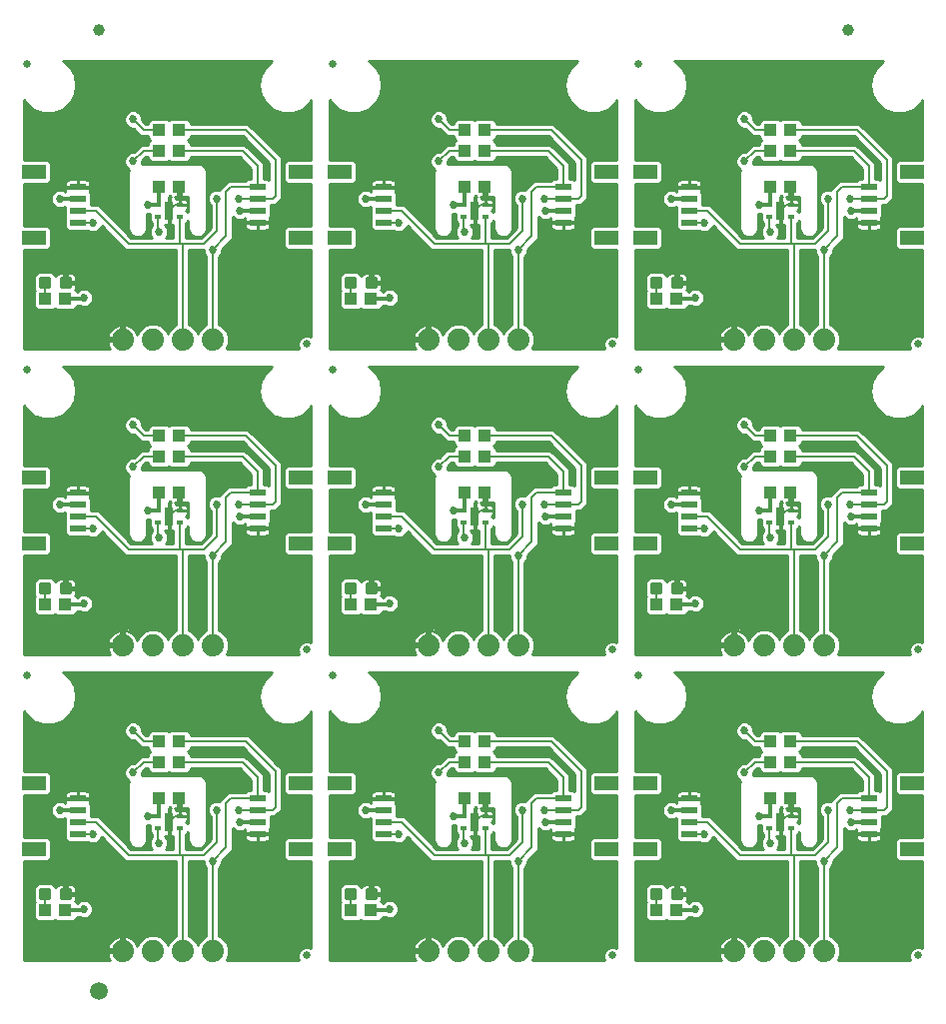
<source format=gtl>
G75*
%MOIN*%
%OFA0B0*%
%FSLAX25Y25*%
%IPPOS*%
%LPD*%
%AMOC8*
5,1,8,0,0,1.08239X$1,22.5*
%
%ADD10C,0.02500*%
%ADD11R,0.07874X0.04724*%
%ADD12R,0.05315X0.02362*%
%ADD13C,0.07400*%
%ADD14R,0.04331X0.03937*%
%ADD15C,0.01181*%
%ADD16R,0.02165X0.01378*%
%ADD17R,0.02756X0.06299*%
%ADD18C,0.03937*%
%ADD19C,0.05906*%
%ADD20C,0.02700*%
%ADD21C,0.01200*%
%ADD22C,0.01000*%
%ADD23C,0.00800*%
D10*
X0129842Y0032250D03*
X0138342Y0125750D03*
X0129842Y0134250D03*
X0036342Y0125750D03*
X0036342Y0227750D03*
X0129842Y0236250D03*
X0138342Y0227750D03*
X0231842Y0236250D03*
X0240342Y0227750D03*
X0333842Y0236250D03*
X0240342Y0329750D03*
X0138342Y0329750D03*
X0036342Y0329750D03*
X0231842Y0134250D03*
X0240342Y0125750D03*
X0333842Y0134250D03*
X0333842Y0032250D03*
X0231842Y0032250D03*
D11*
X0229810Y0067726D03*
X0242873Y0067726D03*
X0242873Y0089774D03*
X0229810Y0089774D03*
X0229810Y0169726D03*
X0242873Y0169726D03*
X0242873Y0191774D03*
X0229810Y0191774D03*
X0229810Y0271726D03*
X0242873Y0271726D03*
X0242873Y0293774D03*
X0229810Y0293774D03*
X0140873Y0293774D03*
X0127810Y0293774D03*
X0127810Y0271726D03*
X0140873Y0271726D03*
X0140873Y0191774D03*
X0127810Y0191774D03*
X0127810Y0169726D03*
X0140873Y0169726D03*
X0140873Y0089774D03*
X0127810Y0089774D03*
X0127810Y0067726D03*
X0140873Y0067726D03*
X0038873Y0067726D03*
X0038873Y0089774D03*
X0038873Y0169726D03*
X0038873Y0191774D03*
X0038873Y0271726D03*
X0038873Y0293774D03*
X0331810Y0293774D03*
X0331810Y0271726D03*
X0331810Y0191774D03*
X0331810Y0169726D03*
X0331810Y0089774D03*
X0331810Y0067726D03*
D12*
X0317342Y0072844D03*
X0317342Y0076781D03*
X0317342Y0080719D03*
X0317342Y0084656D03*
X0257342Y0084656D03*
X0257342Y0080719D03*
X0257342Y0076781D03*
X0257342Y0072844D03*
X0215342Y0072844D03*
X0215342Y0076781D03*
X0215342Y0080719D03*
X0215342Y0084656D03*
X0155342Y0084656D03*
X0155342Y0080719D03*
X0155342Y0076781D03*
X0155342Y0072844D03*
X0113342Y0072844D03*
X0113342Y0076781D03*
X0113342Y0080719D03*
X0113342Y0084656D03*
X0053342Y0084656D03*
X0053342Y0080719D03*
X0053342Y0076781D03*
X0053342Y0072844D03*
X0053342Y0174844D03*
X0053342Y0178781D03*
X0053342Y0182719D03*
X0053342Y0186656D03*
X0113342Y0186656D03*
X0113342Y0182719D03*
X0113342Y0178781D03*
X0113342Y0174844D03*
X0155342Y0174844D03*
X0155342Y0178781D03*
X0155342Y0182719D03*
X0155342Y0186656D03*
X0215342Y0186656D03*
X0215342Y0182719D03*
X0215342Y0178781D03*
X0215342Y0174844D03*
X0257342Y0174844D03*
X0257342Y0178781D03*
X0257342Y0182719D03*
X0257342Y0186656D03*
X0317342Y0186656D03*
X0317342Y0182719D03*
X0317342Y0178781D03*
X0317342Y0174844D03*
X0317342Y0276844D03*
X0317342Y0280781D03*
X0317342Y0284719D03*
X0317342Y0288656D03*
X0257342Y0288656D03*
X0257342Y0284719D03*
X0257342Y0280781D03*
X0257342Y0276844D03*
X0215342Y0276844D03*
X0215342Y0280781D03*
X0215342Y0284719D03*
X0215342Y0288656D03*
X0155342Y0288656D03*
X0155342Y0284719D03*
X0155342Y0280781D03*
X0155342Y0276844D03*
X0113342Y0276844D03*
X0113342Y0280781D03*
X0113342Y0284719D03*
X0113342Y0288656D03*
X0053342Y0288656D03*
X0053342Y0284719D03*
X0053342Y0280781D03*
X0053342Y0276844D03*
D13*
X0068342Y0237750D03*
X0078342Y0237750D03*
X0088342Y0237750D03*
X0098342Y0237750D03*
X0170342Y0237750D03*
X0180342Y0237750D03*
X0190342Y0237750D03*
X0200342Y0237750D03*
X0272342Y0237750D03*
X0282342Y0237750D03*
X0292342Y0237750D03*
X0302342Y0237750D03*
X0302342Y0135750D03*
X0292342Y0135750D03*
X0282342Y0135750D03*
X0272342Y0135750D03*
X0200342Y0135750D03*
X0190342Y0135750D03*
X0180342Y0135750D03*
X0170342Y0135750D03*
X0098342Y0135750D03*
X0088342Y0135750D03*
X0078342Y0135750D03*
X0068342Y0135750D03*
X0068342Y0033750D03*
X0078342Y0033750D03*
X0088342Y0033750D03*
X0098342Y0033750D03*
X0170342Y0033750D03*
X0180342Y0033750D03*
X0190342Y0033750D03*
X0200342Y0033750D03*
X0272342Y0033750D03*
X0282342Y0033750D03*
X0292342Y0033750D03*
X0302342Y0033750D03*
D14*
X0253188Y0047250D03*
X0246495Y0047250D03*
X0284495Y0084750D03*
X0291188Y0084750D03*
X0291188Y0096750D03*
X0291188Y0103750D03*
X0284495Y0103750D03*
X0284495Y0096750D03*
X0253188Y0149250D03*
X0246495Y0149250D03*
X0284495Y0186750D03*
X0291188Y0186750D03*
X0291188Y0198750D03*
X0284495Y0198750D03*
X0284495Y0205750D03*
X0291188Y0205750D03*
X0253188Y0251250D03*
X0246495Y0251250D03*
X0284495Y0288750D03*
X0291188Y0288750D03*
X0291188Y0300750D03*
X0284495Y0300750D03*
X0284495Y0307750D03*
X0291188Y0307750D03*
X0189188Y0307750D03*
X0182495Y0307750D03*
X0182495Y0300750D03*
X0189188Y0300750D03*
X0189188Y0288750D03*
X0182495Y0288750D03*
X0151188Y0251250D03*
X0144495Y0251250D03*
X0182495Y0205750D03*
X0189188Y0205750D03*
X0189188Y0198750D03*
X0182495Y0198750D03*
X0182495Y0186750D03*
X0189188Y0186750D03*
X0151188Y0149250D03*
X0144495Y0149250D03*
X0182495Y0103750D03*
X0189188Y0103750D03*
X0189188Y0096750D03*
X0182495Y0096750D03*
X0182495Y0084750D03*
X0189188Y0084750D03*
X0151188Y0047250D03*
X0144495Y0047250D03*
X0087188Y0084750D03*
X0080495Y0084750D03*
X0080495Y0096750D03*
X0087188Y0096750D03*
X0087188Y0103750D03*
X0080495Y0103750D03*
X0049188Y0149250D03*
X0042495Y0149250D03*
X0080495Y0186750D03*
X0087188Y0186750D03*
X0087188Y0198750D03*
X0080495Y0198750D03*
X0080495Y0205750D03*
X0087188Y0205750D03*
X0049188Y0251250D03*
X0042495Y0251250D03*
X0080495Y0288750D03*
X0087188Y0288750D03*
X0087188Y0300750D03*
X0080495Y0300750D03*
X0080495Y0307750D03*
X0087188Y0307750D03*
X0049188Y0047250D03*
X0042495Y0047250D03*
D15*
X0041011Y0051372D02*
X0041011Y0054128D01*
X0043767Y0054128D01*
X0043767Y0051372D01*
X0041011Y0051372D01*
X0041011Y0052494D02*
X0043767Y0052494D01*
X0043767Y0053616D02*
X0041011Y0053616D01*
X0047917Y0054128D02*
X0047917Y0051372D01*
X0047917Y0054128D02*
X0050673Y0054128D01*
X0050673Y0051372D01*
X0047917Y0051372D01*
X0047917Y0052494D02*
X0050673Y0052494D01*
X0050673Y0053616D02*
X0047917Y0053616D01*
X0143011Y0054128D02*
X0143011Y0051372D01*
X0143011Y0054128D02*
X0145767Y0054128D01*
X0145767Y0051372D01*
X0143011Y0051372D01*
X0143011Y0052494D02*
X0145767Y0052494D01*
X0145767Y0053616D02*
X0143011Y0053616D01*
X0149917Y0054128D02*
X0149917Y0051372D01*
X0149917Y0054128D02*
X0152673Y0054128D01*
X0152673Y0051372D01*
X0149917Y0051372D01*
X0149917Y0052494D02*
X0152673Y0052494D01*
X0152673Y0053616D02*
X0149917Y0053616D01*
X0245011Y0054128D02*
X0245011Y0051372D01*
X0245011Y0054128D02*
X0247767Y0054128D01*
X0247767Y0051372D01*
X0245011Y0051372D01*
X0245011Y0052494D02*
X0247767Y0052494D01*
X0247767Y0053616D02*
X0245011Y0053616D01*
X0251917Y0054128D02*
X0251917Y0051372D01*
X0251917Y0054128D02*
X0254673Y0054128D01*
X0254673Y0051372D01*
X0251917Y0051372D01*
X0251917Y0052494D02*
X0254673Y0052494D01*
X0254673Y0053616D02*
X0251917Y0053616D01*
X0251917Y0153372D02*
X0251917Y0156128D01*
X0254673Y0156128D01*
X0254673Y0153372D01*
X0251917Y0153372D01*
X0251917Y0154494D02*
X0254673Y0154494D01*
X0254673Y0155616D02*
X0251917Y0155616D01*
X0245011Y0156128D02*
X0245011Y0153372D01*
X0245011Y0156128D02*
X0247767Y0156128D01*
X0247767Y0153372D01*
X0245011Y0153372D01*
X0245011Y0154494D02*
X0247767Y0154494D01*
X0247767Y0155616D02*
X0245011Y0155616D01*
X0149917Y0156128D02*
X0149917Y0153372D01*
X0149917Y0156128D02*
X0152673Y0156128D01*
X0152673Y0153372D01*
X0149917Y0153372D01*
X0149917Y0154494D02*
X0152673Y0154494D01*
X0152673Y0155616D02*
X0149917Y0155616D01*
X0143011Y0156128D02*
X0143011Y0153372D01*
X0143011Y0156128D02*
X0145767Y0156128D01*
X0145767Y0153372D01*
X0143011Y0153372D01*
X0143011Y0154494D02*
X0145767Y0154494D01*
X0145767Y0155616D02*
X0143011Y0155616D01*
X0047917Y0156128D02*
X0047917Y0153372D01*
X0047917Y0156128D02*
X0050673Y0156128D01*
X0050673Y0153372D01*
X0047917Y0153372D01*
X0047917Y0154494D02*
X0050673Y0154494D01*
X0050673Y0155616D02*
X0047917Y0155616D01*
X0041011Y0156128D02*
X0041011Y0153372D01*
X0041011Y0156128D02*
X0043767Y0156128D01*
X0043767Y0153372D01*
X0041011Y0153372D01*
X0041011Y0154494D02*
X0043767Y0154494D01*
X0043767Y0155616D02*
X0041011Y0155616D01*
X0041011Y0255372D02*
X0041011Y0258128D01*
X0043767Y0258128D01*
X0043767Y0255372D01*
X0041011Y0255372D01*
X0041011Y0256494D02*
X0043767Y0256494D01*
X0043767Y0257616D02*
X0041011Y0257616D01*
X0047917Y0258128D02*
X0047917Y0255372D01*
X0047917Y0258128D02*
X0050673Y0258128D01*
X0050673Y0255372D01*
X0047917Y0255372D01*
X0047917Y0256494D02*
X0050673Y0256494D01*
X0050673Y0257616D02*
X0047917Y0257616D01*
X0143011Y0258128D02*
X0143011Y0255372D01*
X0143011Y0258128D02*
X0145767Y0258128D01*
X0145767Y0255372D01*
X0143011Y0255372D01*
X0143011Y0256494D02*
X0145767Y0256494D01*
X0145767Y0257616D02*
X0143011Y0257616D01*
X0149917Y0258128D02*
X0149917Y0255372D01*
X0149917Y0258128D02*
X0152673Y0258128D01*
X0152673Y0255372D01*
X0149917Y0255372D01*
X0149917Y0256494D02*
X0152673Y0256494D01*
X0152673Y0257616D02*
X0149917Y0257616D01*
X0245011Y0258128D02*
X0245011Y0255372D01*
X0245011Y0258128D02*
X0247767Y0258128D01*
X0247767Y0255372D01*
X0245011Y0255372D01*
X0245011Y0256494D02*
X0247767Y0256494D01*
X0247767Y0257616D02*
X0245011Y0257616D01*
X0251917Y0258128D02*
X0251917Y0255372D01*
X0251917Y0258128D02*
X0254673Y0258128D01*
X0254673Y0255372D01*
X0251917Y0255372D01*
X0251917Y0256494D02*
X0254673Y0256494D01*
X0254673Y0257616D02*
X0251917Y0257616D01*
D16*
X0284200Y0278781D03*
X0284200Y0282719D03*
X0291484Y0282719D03*
X0291484Y0278781D03*
X0189484Y0278781D03*
X0189484Y0282719D03*
X0182200Y0282719D03*
X0182200Y0278781D03*
X0087484Y0278781D03*
X0087484Y0282719D03*
X0080200Y0282719D03*
X0080200Y0278781D03*
X0080200Y0180719D03*
X0080200Y0176781D03*
X0087484Y0176781D03*
X0087484Y0180719D03*
X0182200Y0180719D03*
X0182200Y0176781D03*
X0189484Y0176781D03*
X0189484Y0180719D03*
X0284200Y0180719D03*
X0284200Y0176781D03*
X0291484Y0176781D03*
X0291484Y0180719D03*
X0291484Y0078719D03*
X0291484Y0074781D03*
X0284200Y0074781D03*
X0284200Y0078719D03*
X0189484Y0078719D03*
X0189484Y0074781D03*
X0182200Y0074781D03*
X0182200Y0078719D03*
X0087484Y0078719D03*
X0087484Y0074781D03*
X0080200Y0074781D03*
X0080200Y0078719D03*
D17*
X0083842Y0076750D03*
X0185842Y0076750D03*
X0287842Y0076750D03*
X0287842Y0178750D03*
X0185842Y0178750D03*
X0083842Y0178750D03*
X0083842Y0280750D03*
X0185842Y0280750D03*
X0287842Y0280750D03*
D18*
X0310342Y0341000D03*
X0060342Y0341000D03*
D19*
X0060342Y0020500D03*
D20*
X0055342Y0042750D03*
X0055342Y0047750D03*
X0061342Y0063750D03*
X0058342Y0072750D03*
X0047342Y0080750D03*
X0042342Y0078750D03*
X0064842Y0092250D03*
X0071842Y0093250D03*
X0066842Y0104250D03*
X0071842Y0107250D03*
X0094842Y0100250D03*
X0099342Y0085750D03*
X0099742Y0080850D03*
X0107242Y0080850D03*
X0107342Y0076750D03*
X0121342Y0076750D03*
X0108342Y0061750D03*
X0098342Y0063750D03*
X0093342Y0055750D03*
X0084342Y0070750D03*
X0080342Y0069750D03*
X0076842Y0078750D03*
X0144342Y0078750D03*
X0149342Y0080750D03*
X0160342Y0072750D03*
X0163342Y0063750D03*
X0157342Y0047750D03*
X0157342Y0042750D03*
X0182342Y0069750D03*
X0186342Y0070750D03*
X0178842Y0078750D03*
X0166842Y0092250D03*
X0173842Y0093250D03*
X0168842Y0104250D03*
X0173842Y0107250D03*
X0196842Y0100250D03*
X0201342Y0085750D03*
X0201742Y0080850D03*
X0209242Y0080850D03*
X0209342Y0076750D03*
X0223342Y0076750D03*
X0210342Y0061750D03*
X0200342Y0063750D03*
X0195342Y0055750D03*
X0246342Y0078750D03*
X0251342Y0080750D03*
X0262342Y0072750D03*
X0265342Y0063750D03*
X0259342Y0047750D03*
X0259342Y0042750D03*
X0284342Y0069750D03*
X0288342Y0070750D03*
X0280842Y0078750D03*
X0268842Y0092250D03*
X0275842Y0093250D03*
X0270842Y0104250D03*
X0275842Y0107250D03*
X0298842Y0100250D03*
X0303342Y0085750D03*
X0303742Y0080850D03*
X0311242Y0080850D03*
X0311342Y0076750D03*
X0325342Y0076750D03*
X0312342Y0061750D03*
X0302342Y0063750D03*
X0297342Y0055750D03*
X0259342Y0144750D03*
X0259342Y0149750D03*
X0265342Y0165750D03*
X0262342Y0174750D03*
X0251342Y0182750D03*
X0246342Y0180750D03*
X0223342Y0178750D03*
X0209342Y0178750D03*
X0209242Y0182850D03*
X0201742Y0182850D03*
X0201342Y0187750D03*
X0186342Y0172750D03*
X0182342Y0171750D03*
X0178842Y0180750D03*
X0173842Y0195250D03*
X0166842Y0194250D03*
X0168842Y0206250D03*
X0173842Y0209250D03*
X0196842Y0202250D03*
X0160342Y0174750D03*
X0163342Y0165750D03*
X0157342Y0149750D03*
X0157342Y0144750D03*
X0121342Y0178750D03*
X0107342Y0178750D03*
X0107242Y0182850D03*
X0099742Y0182850D03*
X0099342Y0187750D03*
X0084342Y0172750D03*
X0080342Y0171750D03*
X0076842Y0180750D03*
X0071842Y0195250D03*
X0064842Y0194250D03*
X0066842Y0206250D03*
X0071842Y0209250D03*
X0094842Y0202250D03*
X0058342Y0174750D03*
X0061342Y0165750D03*
X0055342Y0149750D03*
X0055342Y0144750D03*
X0042342Y0180750D03*
X0047342Y0182750D03*
X0093342Y0157750D03*
X0098342Y0165750D03*
X0108342Y0163750D03*
X0144342Y0180750D03*
X0149342Y0182750D03*
X0195342Y0157750D03*
X0200342Y0165750D03*
X0210342Y0163750D03*
X0268842Y0194250D03*
X0275842Y0195250D03*
X0270842Y0206250D03*
X0275842Y0209250D03*
X0298842Y0202250D03*
X0303342Y0187750D03*
X0303742Y0182850D03*
X0311242Y0182850D03*
X0311342Y0178750D03*
X0325342Y0178750D03*
X0312342Y0163750D03*
X0302342Y0165750D03*
X0297342Y0157750D03*
X0284342Y0171750D03*
X0288342Y0172750D03*
X0280842Y0180750D03*
X0259342Y0246750D03*
X0259342Y0251750D03*
X0265342Y0267750D03*
X0262342Y0276750D03*
X0251342Y0284750D03*
X0246342Y0282750D03*
X0223342Y0280750D03*
X0209342Y0280750D03*
X0209242Y0284850D03*
X0201742Y0284850D03*
X0201342Y0289750D03*
X0196842Y0304250D03*
X0173842Y0297250D03*
X0166842Y0296250D03*
X0168842Y0308250D03*
X0173842Y0311250D03*
X0178842Y0282750D03*
X0182342Y0273750D03*
X0186342Y0274750D03*
X0200342Y0267750D03*
X0195342Y0259750D03*
X0210342Y0265750D03*
X0163342Y0267750D03*
X0160342Y0276750D03*
X0149342Y0284750D03*
X0144342Y0282750D03*
X0121342Y0280750D03*
X0107342Y0280750D03*
X0107242Y0284850D03*
X0099742Y0284850D03*
X0099342Y0289750D03*
X0094842Y0304250D03*
X0071842Y0297250D03*
X0064842Y0296250D03*
X0066842Y0308250D03*
X0071842Y0311250D03*
X0076842Y0282750D03*
X0080342Y0273750D03*
X0084342Y0274750D03*
X0098342Y0267750D03*
X0093342Y0259750D03*
X0108342Y0265750D03*
X0061342Y0267750D03*
X0058342Y0276750D03*
X0047342Y0284750D03*
X0042342Y0282750D03*
X0055342Y0251750D03*
X0055342Y0246750D03*
X0157342Y0246750D03*
X0157342Y0251750D03*
X0268842Y0296250D03*
X0275842Y0297250D03*
X0270842Y0308250D03*
X0275842Y0311250D03*
X0298842Y0304250D03*
X0303342Y0289750D03*
X0303742Y0284850D03*
X0311242Y0284850D03*
X0311342Y0280750D03*
X0325342Y0280750D03*
X0312342Y0265750D03*
X0302342Y0267750D03*
X0297342Y0259750D03*
X0288342Y0274750D03*
X0284342Y0273750D03*
X0280842Y0282750D03*
D21*
X0280873Y0282719D01*
X0284200Y0282719D01*
X0284495Y0283014D01*
X0284495Y0288750D01*
X0257342Y0284719D02*
X0257310Y0284750D01*
X0251342Y0284750D01*
X0253188Y0251250D02*
X0258842Y0251250D01*
X0259342Y0251750D01*
X0215342Y0280781D02*
X0215310Y0280750D01*
X0209342Y0280750D01*
X0182495Y0283014D02*
X0182200Y0282719D01*
X0178873Y0282719D01*
X0178842Y0282750D01*
X0182495Y0283014D02*
X0182495Y0288750D01*
X0155342Y0284719D02*
X0155310Y0284750D01*
X0149342Y0284750D01*
X0151188Y0251250D02*
X0156842Y0251250D01*
X0157342Y0251750D01*
X0113342Y0280781D02*
X0113310Y0280750D01*
X0107342Y0280750D01*
X0080495Y0283014D02*
X0080200Y0282719D01*
X0076873Y0282719D01*
X0076842Y0282750D01*
X0080495Y0283014D02*
X0080495Y0288750D01*
X0053342Y0284719D02*
X0053310Y0284750D01*
X0047342Y0284750D01*
X0049188Y0251250D02*
X0054842Y0251250D01*
X0055342Y0251750D01*
X0080495Y0186750D02*
X0080495Y0181014D01*
X0080200Y0180719D01*
X0076873Y0180719D01*
X0076842Y0180750D01*
X0053342Y0182719D02*
X0053310Y0182750D01*
X0047342Y0182750D01*
X0049188Y0149250D02*
X0054842Y0149250D01*
X0055342Y0149750D01*
X0107342Y0178750D02*
X0113310Y0178750D01*
X0113342Y0178781D01*
X0149342Y0182750D02*
X0155310Y0182750D01*
X0155342Y0182719D01*
X0178842Y0180750D02*
X0178873Y0180719D01*
X0182200Y0180719D01*
X0182495Y0181014D01*
X0182495Y0186750D01*
X0209342Y0178750D02*
X0215310Y0178750D01*
X0215342Y0178781D01*
X0251342Y0182750D02*
X0257310Y0182750D01*
X0257342Y0182719D01*
X0280842Y0180750D02*
X0280873Y0180719D01*
X0284200Y0180719D01*
X0284495Y0181014D01*
X0284495Y0186750D01*
X0311342Y0178750D02*
X0317310Y0178750D01*
X0317342Y0178781D01*
X0259342Y0149750D02*
X0258842Y0149250D01*
X0253188Y0149250D01*
X0284495Y0084750D02*
X0284495Y0079014D01*
X0284200Y0078719D01*
X0280873Y0078719D01*
X0280842Y0078750D01*
X0257342Y0080719D02*
X0257310Y0080750D01*
X0251342Y0080750D01*
X0253188Y0047250D02*
X0258842Y0047250D01*
X0259342Y0047750D01*
X0215342Y0076781D02*
X0215310Y0076750D01*
X0209342Y0076750D01*
X0182495Y0079014D02*
X0182200Y0078719D01*
X0178873Y0078719D01*
X0178842Y0078750D01*
X0182495Y0079014D02*
X0182495Y0084750D01*
X0155342Y0080719D02*
X0155310Y0080750D01*
X0149342Y0080750D01*
X0113342Y0076781D02*
X0113310Y0076750D01*
X0107342Y0076750D01*
X0080495Y0079014D02*
X0080200Y0078719D01*
X0076873Y0078719D01*
X0076842Y0078750D01*
X0080495Y0079014D02*
X0080495Y0084750D01*
X0053342Y0080719D02*
X0053310Y0080750D01*
X0047342Y0080750D01*
X0049188Y0047250D02*
X0054842Y0047250D01*
X0055342Y0047750D01*
X0151188Y0047250D02*
X0156842Y0047250D01*
X0157342Y0047750D01*
X0156842Y0149250D02*
X0151188Y0149250D01*
X0156842Y0149250D02*
X0157342Y0149750D01*
X0311342Y0076750D02*
X0317310Y0076750D01*
X0317342Y0076781D01*
X0317310Y0280750D02*
X0311342Y0280750D01*
X0317310Y0280750D02*
X0317342Y0280781D01*
D22*
X0035442Y0063664D02*
X0035442Y0030850D01*
X0064021Y0030850D01*
X0063894Y0031025D01*
X0063523Y0031754D01*
X0063270Y0032532D01*
X0063156Y0033250D01*
X0067842Y0033250D01*
X0067842Y0034250D01*
X0067842Y0038936D01*
X0067124Y0038822D01*
X0066346Y0038569D01*
X0065616Y0038197D01*
X0064954Y0037716D01*
X0064375Y0037138D01*
X0063894Y0036475D01*
X0063523Y0035746D01*
X0063270Y0034968D01*
X0063156Y0034250D01*
X0067842Y0034250D01*
X0068842Y0034250D01*
X0068842Y0038936D01*
X0069559Y0038822D01*
X0070338Y0038569D01*
X0071067Y0038197D01*
X0071729Y0037716D01*
X0072308Y0037138D01*
X0072789Y0036475D01*
X0073161Y0035746D01*
X0073232Y0035526D01*
X0073764Y0036809D01*
X0075283Y0038328D01*
X0077268Y0039150D01*
X0079416Y0039150D01*
X0081401Y0038328D01*
X0082920Y0036809D01*
X0083342Y0035790D01*
X0083764Y0036809D01*
X0085283Y0038328D01*
X0086242Y0038725D01*
X0086242Y0063650D01*
X0069472Y0063650D01*
X0068242Y0064880D01*
X0061271Y0071851D01*
X0060927Y0071022D01*
X0060069Y0070164D01*
X0058948Y0069700D01*
X0057735Y0069700D01*
X0056819Y0070079D01*
X0056703Y0069963D01*
X0049980Y0069963D01*
X0048984Y0070959D01*
X0048984Y0074730D01*
X0049068Y0074813D01*
X0048984Y0074896D01*
X0048984Y0078129D01*
X0047948Y0077700D01*
X0046735Y0077700D01*
X0045614Y0078164D01*
X0044756Y0079022D01*
X0044292Y0080143D01*
X0044292Y0081357D01*
X0044756Y0082478D01*
X0045614Y0083336D01*
X0046735Y0083800D01*
X0047948Y0083800D01*
X0049069Y0083336D01*
X0049205Y0083200D01*
X0049184Y0083277D01*
X0049184Y0084565D01*
X0053251Y0084565D01*
X0053251Y0084746D01*
X0049184Y0084746D01*
X0049184Y0086034D01*
X0049287Y0086416D01*
X0049484Y0086758D01*
X0049763Y0087037D01*
X0050105Y0087234D01*
X0050487Y0087337D01*
X0053251Y0087337D01*
X0053251Y0084746D01*
X0053432Y0084746D01*
X0053432Y0087337D01*
X0056197Y0087337D01*
X0056578Y0087234D01*
X0056920Y0087037D01*
X0057200Y0086758D01*
X0057397Y0086416D01*
X0057499Y0086034D01*
X0057499Y0084746D01*
X0053432Y0084746D01*
X0053432Y0084565D01*
X0057499Y0084565D01*
X0057499Y0083277D01*
X0057399Y0082904D01*
X0057699Y0082604D01*
X0057699Y0078850D01*
X0060212Y0078850D01*
X0061442Y0077620D01*
X0071212Y0067850D01*
X0077928Y0067850D01*
X0077756Y0068022D01*
X0077292Y0069143D01*
X0077292Y0070357D01*
X0077756Y0071478D01*
X0078100Y0071822D01*
X0078100Y0072706D01*
X0077417Y0073388D01*
X0077417Y0075700D01*
X0076542Y0075700D01*
X0076542Y0070613D01*
X0076055Y0069437D01*
X0075154Y0068537D01*
X0073978Y0068050D01*
X0072705Y0068050D01*
X0071529Y0068537D01*
X0070629Y0069437D01*
X0070142Y0070613D01*
X0070142Y0089887D01*
X0070413Y0090541D01*
X0070114Y0090664D01*
X0069256Y0091522D01*
X0068792Y0092643D01*
X0068792Y0093857D01*
X0069256Y0094978D01*
X0070114Y0095836D01*
X0071235Y0096300D01*
X0071922Y0096300D01*
X0074472Y0098850D01*
X0076630Y0098850D01*
X0076630Y0099423D01*
X0077457Y0100250D01*
X0076630Y0101077D01*
X0076630Y0101650D01*
X0074472Y0101650D01*
X0071922Y0104200D01*
X0071235Y0104200D01*
X0070114Y0104664D01*
X0069256Y0105522D01*
X0068792Y0106643D01*
X0068792Y0107857D01*
X0069256Y0108978D01*
X0070114Y0109836D01*
X0071235Y0110300D01*
X0072448Y0110300D01*
X0073569Y0109836D01*
X0074427Y0108978D01*
X0074892Y0107857D01*
X0074892Y0107170D01*
X0076212Y0105850D01*
X0076630Y0105850D01*
X0076630Y0106423D01*
X0077626Y0107418D01*
X0083365Y0107418D01*
X0083842Y0106942D01*
X0084319Y0107418D01*
X0090058Y0107418D01*
X0091054Y0106423D01*
X0091054Y0105850D01*
X0110212Y0105850D01*
X0111442Y0104620D01*
X0111442Y0104620D01*
X0120212Y0095850D01*
X0120212Y0095850D01*
X0121442Y0094620D01*
X0121442Y0080880D01*
X0120212Y0079650D01*
X0119180Y0078619D01*
X0117699Y0078619D01*
X0117699Y0074896D01*
X0117399Y0074596D01*
X0117499Y0074223D01*
X0117499Y0072935D01*
X0113432Y0072935D01*
X0113432Y0072754D01*
X0113432Y0070163D01*
X0116197Y0070163D01*
X0116578Y0070266D01*
X0116920Y0070463D01*
X0117200Y0070742D01*
X0117397Y0071084D01*
X0117499Y0071466D01*
X0117499Y0072754D01*
X0113432Y0072754D01*
X0113251Y0072754D01*
X0109184Y0072754D01*
X0109184Y0071466D01*
X0109287Y0071084D01*
X0109484Y0070742D01*
X0109763Y0070463D01*
X0110105Y0070266D01*
X0110487Y0070163D01*
X0113251Y0070163D01*
X0113251Y0072754D01*
X0113251Y0072935D01*
X0109184Y0072935D01*
X0109184Y0074223D01*
X0109205Y0074300D01*
X0109069Y0074164D01*
X0107948Y0073700D01*
X0106735Y0073700D01*
X0105614Y0074164D01*
X0104942Y0074837D01*
X0104942Y0067380D01*
X0101392Y0063830D01*
X0101392Y0063143D01*
X0100927Y0062022D01*
X0100442Y0061537D01*
X0100442Y0038725D01*
X0101401Y0038328D01*
X0102920Y0036809D01*
X0103742Y0034824D01*
X0103742Y0032676D01*
X0102985Y0030850D01*
X0127229Y0030850D01*
X0126892Y0031663D01*
X0126892Y0032837D01*
X0127341Y0033921D01*
X0128171Y0034751D01*
X0129255Y0035200D01*
X0130429Y0035200D01*
X0131242Y0034863D01*
X0131242Y0063664D01*
X0123169Y0063664D01*
X0122173Y0064660D01*
X0122173Y0070793D01*
X0123169Y0071789D01*
X0131242Y0071789D01*
X0131242Y0085711D01*
X0123169Y0085711D01*
X0122173Y0086707D01*
X0122173Y0092840D01*
X0123169Y0093836D01*
X0131242Y0093836D01*
X0131242Y0113633D01*
X0130654Y0112615D01*
X0130654Y0112615D01*
X0130654Y0112615D01*
X0128114Y0110484D01*
X0128114Y0110484D01*
X0124999Y0109350D01*
X0121684Y0109350D01*
X0118569Y0110484D01*
X0118569Y0110484D01*
X0116030Y0112615D01*
X0116030Y0112615D01*
X0114372Y0115485D01*
X0114372Y0115485D01*
X0113797Y0118750D01*
X0113797Y0118750D01*
X0114372Y0122015D01*
X0114372Y0122015D01*
X0116030Y0124885D01*
X0116030Y0124885D01*
X0116030Y0124885D01*
X0118133Y0126650D01*
X0048551Y0126650D01*
X0050654Y0124885D01*
X0050654Y0124885D01*
X0052311Y0122015D01*
X0052311Y0122015D01*
X0052887Y0118750D01*
X0052887Y0118750D01*
X0052311Y0115485D01*
X0052311Y0115485D01*
X0050654Y0112615D01*
X0050654Y0112615D01*
X0050654Y0112615D01*
X0048114Y0110484D01*
X0048114Y0110484D01*
X0044999Y0109350D01*
X0041684Y0109350D01*
X0038569Y0110484D01*
X0038569Y0110484D01*
X0036030Y0112615D01*
X0036030Y0112615D01*
X0035442Y0113633D01*
X0035442Y0093836D01*
X0043514Y0093836D01*
X0044510Y0092840D01*
X0044510Y0086707D01*
X0043514Y0085711D01*
X0035442Y0085711D01*
X0035442Y0071789D01*
X0043514Y0071789D01*
X0044510Y0070793D01*
X0044510Y0064660D01*
X0043514Y0063664D01*
X0035442Y0063664D01*
X0035442Y0062699D02*
X0086242Y0062699D01*
X0086242Y0061701D02*
X0035442Y0061701D01*
X0035442Y0060702D02*
X0086242Y0060702D01*
X0086242Y0059704D02*
X0035442Y0059704D01*
X0035442Y0058705D02*
X0086242Y0058705D01*
X0086242Y0057707D02*
X0035442Y0057707D01*
X0035442Y0056708D02*
X0086242Y0056708D01*
X0086242Y0055710D02*
X0052047Y0055710D01*
X0051956Y0055801D02*
X0051479Y0056076D01*
X0050948Y0056218D01*
X0049779Y0056218D01*
X0049779Y0053234D01*
X0052763Y0053234D01*
X0052763Y0054403D01*
X0052621Y0054935D01*
X0052345Y0055412D01*
X0051956Y0055801D01*
X0052680Y0054711D02*
X0086242Y0054711D01*
X0086242Y0053713D02*
X0052763Y0053713D01*
X0052763Y0052266D02*
X0049779Y0052266D01*
X0049779Y0053234D01*
X0048810Y0053234D01*
X0048810Y0056218D01*
X0047641Y0056218D01*
X0047110Y0056076D01*
X0046633Y0055801D01*
X0046244Y0055412D01*
X0046053Y0055081D01*
X0044716Y0056418D01*
X0040062Y0056418D01*
X0038721Y0055077D01*
X0038721Y0050423D01*
X0038926Y0050218D01*
X0038630Y0049923D01*
X0038630Y0044577D01*
X0039626Y0043581D01*
X0045365Y0043581D01*
X0045842Y0044058D01*
X0046319Y0043581D01*
X0052058Y0043581D01*
X0053054Y0044577D01*
X0053054Y0044950D01*
X0054132Y0044950D01*
X0054735Y0044700D01*
X0055948Y0044700D01*
X0057069Y0045164D01*
X0057927Y0046022D01*
X0058392Y0047143D01*
X0058392Y0048357D01*
X0057927Y0049478D01*
X0057069Y0050336D01*
X0055948Y0050800D01*
X0054735Y0050800D01*
X0053614Y0050336D01*
X0053054Y0049775D01*
X0053054Y0049923D01*
X0052544Y0050432D01*
X0052621Y0050565D01*
X0052763Y0051097D01*
X0052763Y0052266D01*
X0052763Y0051716D02*
X0086242Y0051716D01*
X0086242Y0052714D02*
X0049779Y0052714D01*
X0049779Y0053713D02*
X0048810Y0053713D01*
X0048810Y0054711D02*
X0049779Y0054711D01*
X0049779Y0055710D02*
X0048810Y0055710D01*
X0046542Y0055710D02*
X0045424Y0055710D01*
X0042389Y0052750D02*
X0042495Y0052644D01*
X0038721Y0052714D02*
X0035442Y0052714D01*
X0035442Y0051716D02*
X0038721Y0051716D01*
X0038721Y0050717D02*
X0035442Y0050717D01*
X0035442Y0049719D02*
X0038630Y0049719D01*
X0038630Y0048720D02*
X0035442Y0048720D01*
X0035442Y0047722D02*
X0038630Y0047722D01*
X0038630Y0046723D02*
X0035442Y0046723D01*
X0035442Y0045725D02*
X0038630Y0045725D01*
X0038630Y0044726D02*
X0035442Y0044726D01*
X0035442Y0043728D02*
X0039480Y0043728D01*
X0035442Y0042729D02*
X0086242Y0042729D01*
X0086242Y0041731D02*
X0035442Y0041731D01*
X0035442Y0040732D02*
X0086242Y0040732D01*
X0086242Y0039734D02*
X0035442Y0039734D01*
X0035442Y0038735D02*
X0066857Y0038735D01*
X0067842Y0038735D02*
X0068842Y0038735D01*
X0069827Y0038735D02*
X0076266Y0038735D01*
X0074692Y0037737D02*
X0071701Y0037737D01*
X0072598Y0036738D02*
X0073735Y0036738D01*
X0073321Y0035740D02*
X0073163Y0035740D01*
X0068842Y0035740D02*
X0067842Y0035740D01*
X0067842Y0036738D02*
X0068842Y0036738D01*
X0068842Y0037737D02*
X0067842Y0037737D01*
X0064982Y0037737D02*
X0035442Y0037737D01*
X0035442Y0036738D02*
X0064085Y0036738D01*
X0063521Y0035740D02*
X0035442Y0035740D01*
X0035442Y0034741D02*
X0063234Y0034741D01*
X0063236Y0032744D02*
X0035442Y0032744D01*
X0035442Y0031746D02*
X0063527Y0031746D01*
X0067842Y0033743D02*
X0035442Y0033743D01*
X0045511Y0043728D02*
X0046173Y0043728D01*
X0052204Y0043728D02*
X0086242Y0043728D01*
X0086242Y0044726D02*
X0056012Y0044726D01*
X0054672Y0044726D02*
X0053054Y0044726D01*
X0057630Y0045725D02*
X0086242Y0045725D01*
X0086242Y0046723D02*
X0058218Y0046723D01*
X0058392Y0047722D02*
X0086242Y0047722D01*
X0086242Y0048720D02*
X0058241Y0048720D01*
X0057686Y0049719D02*
X0086242Y0049719D01*
X0086242Y0050717D02*
X0056148Y0050717D01*
X0054535Y0050717D02*
X0052661Y0050717D01*
X0039354Y0055710D02*
X0035442Y0055710D01*
X0035442Y0054711D02*
X0038721Y0054711D01*
X0038721Y0053713D02*
X0035442Y0053713D01*
X0043548Y0063698D02*
X0069424Y0063698D01*
X0068426Y0064696D02*
X0044510Y0064696D01*
X0044510Y0065695D02*
X0067427Y0065695D01*
X0066429Y0066693D02*
X0044510Y0066693D01*
X0044510Y0067692D02*
X0065430Y0067692D01*
X0064431Y0068690D02*
X0044510Y0068690D01*
X0044510Y0069689D02*
X0063433Y0069689D01*
X0062434Y0070687D02*
X0060593Y0070687D01*
X0061202Y0071686D02*
X0061436Y0071686D01*
X0064380Y0074682D02*
X0070142Y0074682D01*
X0070142Y0075680D02*
X0063382Y0075680D01*
X0062383Y0076679D02*
X0070142Y0076679D01*
X0070142Y0077677D02*
X0061385Y0077677D01*
X0060386Y0078676D02*
X0070142Y0078676D01*
X0070142Y0079674D02*
X0057699Y0079674D01*
X0057699Y0080673D02*
X0070142Y0080673D01*
X0070142Y0081671D02*
X0057699Y0081671D01*
X0057633Y0082670D02*
X0070142Y0082670D01*
X0070142Y0083668D02*
X0057499Y0083668D01*
X0057499Y0085665D02*
X0070142Y0085665D01*
X0070142Y0084667D02*
X0053432Y0084667D01*
X0053251Y0084667D02*
X0035442Y0084667D01*
X0035442Y0085665D02*
X0049184Y0085665D01*
X0049430Y0086664D02*
X0044467Y0086664D01*
X0044510Y0087662D02*
X0070142Y0087662D01*
X0070142Y0086664D02*
X0057254Y0086664D01*
X0053432Y0086664D02*
X0053251Y0086664D01*
X0053251Y0085665D02*
X0053432Y0085665D01*
X0049184Y0083668D02*
X0048267Y0083668D01*
X0046417Y0083668D02*
X0035442Y0083668D01*
X0035442Y0082670D02*
X0044948Y0082670D01*
X0044422Y0081671D02*
X0035442Y0081671D01*
X0035442Y0080673D02*
X0044292Y0080673D01*
X0044486Y0079674D02*
X0035442Y0079674D01*
X0035442Y0078676D02*
X0045103Y0078676D01*
X0048984Y0077677D02*
X0035442Y0077677D01*
X0035442Y0076679D02*
X0048984Y0076679D01*
X0048984Y0075680D02*
X0035442Y0075680D01*
X0035442Y0074682D02*
X0048984Y0074682D01*
X0048984Y0073683D02*
X0035442Y0073683D01*
X0035442Y0072684D02*
X0048984Y0072684D01*
X0048984Y0071686D02*
X0043617Y0071686D01*
X0044510Y0070687D02*
X0049256Y0070687D01*
X0053342Y0072844D02*
X0053436Y0072750D01*
X0053373Y0076750D02*
X0053342Y0076781D01*
X0065379Y0073683D02*
X0070142Y0073683D01*
X0070142Y0072684D02*
X0066377Y0072684D01*
X0067376Y0071686D02*
X0070142Y0071686D01*
X0070142Y0070687D02*
X0068374Y0070687D01*
X0069373Y0069689D02*
X0070525Y0069689D01*
X0070371Y0068690D02*
X0071376Y0068690D01*
X0075308Y0068690D02*
X0077479Y0068690D01*
X0077292Y0069689D02*
X0076159Y0069689D01*
X0076542Y0070687D02*
X0077429Y0070687D01*
X0077964Y0071686D02*
X0076542Y0071686D01*
X0076542Y0072684D02*
X0078100Y0072684D01*
X0077417Y0073683D02*
X0076542Y0073683D01*
X0076542Y0074682D02*
X0077417Y0074682D01*
X0077417Y0075680D02*
X0076542Y0075680D01*
X0082305Y0072100D02*
X0083653Y0072100D01*
X0083653Y0076561D01*
X0084031Y0076561D01*
X0084031Y0072100D01*
X0085242Y0072100D01*
X0085242Y0067850D01*
X0082755Y0067850D01*
X0082927Y0068022D01*
X0083392Y0069143D01*
X0083392Y0070357D01*
X0082927Y0071478D01*
X0082305Y0072100D01*
X0082719Y0071686D02*
X0085242Y0071686D01*
X0085242Y0070687D02*
X0083255Y0070687D01*
X0083392Y0069689D02*
X0085242Y0069689D01*
X0085242Y0068690D02*
X0083204Y0068690D01*
X0083653Y0072684D02*
X0084031Y0072684D01*
X0084031Y0073683D02*
X0083653Y0073683D01*
X0083653Y0074682D02*
X0084031Y0074682D01*
X0084031Y0075680D02*
X0083653Y0075680D01*
X0083653Y0076939D02*
X0083653Y0081369D01*
X0083983Y0081700D01*
X0084102Y0081581D01*
X0084416Y0081400D01*
X0084031Y0081400D01*
X0084031Y0076939D01*
X0083653Y0076939D01*
X0083653Y0077677D02*
X0084031Y0077677D01*
X0084031Y0078676D02*
X0083653Y0078676D01*
X0083653Y0079674D02*
X0084031Y0079674D01*
X0084031Y0080673D02*
X0083653Y0080673D01*
X0083954Y0081671D02*
X0084012Y0081671D01*
X0085826Y0081281D02*
X0086704Y0081281D01*
X0086704Y0084266D01*
X0087673Y0084266D01*
X0087673Y0081281D01*
X0089551Y0081281D01*
X0089933Y0081384D01*
X0090142Y0081505D01*
X0090142Y0076299D01*
X0089549Y0076891D01*
X0089766Y0077109D01*
X0089964Y0077451D01*
X0090066Y0077832D01*
X0090066Y0078718D01*
X0087484Y0078718D01*
X0087484Y0078719D01*
X0087483Y0078719D01*
X0087483Y0080907D01*
X0086333Y0080907D01*
X0086141Y0081100D01*
X0085826Y0081281D01*
X0086704Y0081671D02*
X0087673Y0081671D01*
X0087484Y0080907D02*
X0087484Y0078719D01*
X0090066Y0078719D01*
X0090066Y0079605D01*
X0089964Y0079986D01*
X0089766Y0080328D01*
X0089487Y0080608D01*
X0089145Y0080805D01*
X0088764Y0080907D01*
X0087484Y0080907D01*
X0087483Y0080673D02*
X0087484Y0080673D01*
X0087483Y0079674D02*
X0087484Y0079674D01*
X0089375Y0080673D02*
X0090142Y0080673D01*
X0090142Y0079674D02*
X0090048Y0079674D01*
X0090066Y0078676D02*
X0090142Y0078676D01*
X0090142Y0077677D02*
X0090025Y0077677D01*
X0090142Y0076679D02*
X0089762Y0076679D01*
X0090142Y0073264D02*
X0090142Y0070613D01*
X0090629Y0069437D01*
X0091529Y0068537D01*
X0092705Y0068050D01*
X0093978Y0068050D01*
X0095154Y0068537D01*
X0096055Y0069437D01*
X0096542Y0070613D01*
X0096542Y0089887D01*
X0096055Y0091063D01*
X0095154Y0091963D01*
X0093978Y0092450D01*
X0074812Y0092450D01*
X0074892Y0092643D01*
X0074892Y0093330D01*
X0076212Y0094650D01*
X0076630Y0094650D01*
X0076630Y0094077D01*
X0077626Y0093081D01*
X0083365Y0093081D01*
X0083842Y0093558D01*
X0084319Y0093081D01*
X0090058Y0093081D01*
X0091054Y0094077D01*
X0091054Y0094650D01*
X0107472Y0094650D01*
X0111242Y0090880D01*
X0111242Y0087537D01*
X0109980Y0087537D01*
X0109199Y0086755D01*
X0103472Y0086755D01*
X0102242Y0085525D01*
X0100742Y0084025D01*
X0100742Y0083737D01*
X0100348Y0083900D01*
X0099135Y0083900D01*
X0098014Y0083436D01*
X0097156Y0082578D01*
X0096692Y0081457D01*
X0096692Y0080243D01*
X0097156Y0079122D01*
X0097642Y0078637D01*
X0097642Y0071020D01*
X0094472Y0067850D01*
X0089442Y0067850D01*
X0089442Y0072564D01*
X0090142Y0073264D01*
X0090142Y0072684D02*
X0089562Y0072684D01*
X0089442Y0071686D02*
X0090142Y0071686D01*
X0090142Y0070687D02*
X0089442Y0070687D01*
X0089442Y0069689D02*
X0090525Y0069689D01*
X0091376Y0068690D02*
X0089442Y0068690D01*
X0095308Y0068690D02*
X0095312Y0068690D01*
X0096159Y0069689D02*
X0096311Y0069689D01*
X0096542Y0070687D02*
X0097309Y0070687D01*
X0097642Y0071686D02*
X0096542Y0071686D01*
X0096542Y0072684D02*
X0097642Y0072684D01*
X0097642Y0073683D02*
X0096542Y0073683D01*
X0096542Y0074682D02*
X0097642Y0074682D01*
X0097642Y0075680D02*
X0096542Y0075680D01*
X0096542Y0076679D02*
X0097642Y0076679D01*
X0097642Y0077677D02*
X0096542Y0077677D01*
X0096542Y0078676D02*
X0097603Y0078676D01*
X0096928Y0079674D02*
X0096542Y0079674D01*
X0096542Y0080673D02*
X0096692Y0080673D01*
X0096781Y0081671D02*
X0096542Y0081671D01*
X0096542Y0082670D02*
X0097248Y0082670D01*
X0096542Y0083668D02*
X0098575Y0083668D01*
X0096542Y0084667D02*
X0101383Y0084667D01*
X0102382Y0085665D02*
X0096542Y0085665D01*
X0096542Y0086664D02*
X0103380Y0086664D01*
X0096542Y0087662D02*
X0111242Y0087662D01*
X0111242Y0088661D02*
X0096542Y0088661D01*
X0096542Y0089659D02*
X0111242Y0089659D01*
X0111242Y0090658D02*
X0096222Y0090658D01*
X0095461Y0091656D02*
X0110466Y0091656D01*
X0109467Y0092655D02*
X0074892Y0092655D01*
X0075215Y0093653D02*
X0077054Y0093653D01*
X0073269Y0097647D02*
X0035442Y0097647D01*
X0035442Y0096649D02*
X0072271Y0096649D01*
X0069929Y0095650D02*
X0035442Y0095650D01*
X0035442Y0094652D02*
X0069121Y0094652D01*
X0068792Y0093653D02*
X0043697Y0093653D01*
X0044510Y0092655D02*
X0068792Y0092655D01*
X0069201Y0091656D02*
X0044510Y0091656D01*
X0044510Y0090658D02*
X0070130Y0090658D01*
X0070142Y0089659D02*
X0044510Y0089659D01*
X0044510Y0088661D02*
X0070142Y0088661D01*
X0074268Y0098646D02*
X0035442Y0098646D01*
X0035442Y0099644D02*
X0076852Y0099644D01*
X0077065Y0100643D02*
X0035442Y0100643D01*
X0035442Y0101641D02*
X0076630Y0101641D01*
X0073482Y0102640D02*
X0035442Y0102640D01*
X0035442Y0103638D02*
X0072484Y0103638D01*
X0070180Y0104637D02*
X0035442Y0104637D01*
X0035442Y0105635D02*
X0069209Y0105635D01*
X0068796Y0106634D02*
X0035442Y0106634D01*
X0035442Y0107632D02*
X0068792Y0107632D01*
X0069113Y0108631D02*
X0035442Y0108631D01*
X0035442Y0109629D02*
X0040917Y0109629D01*
X0038397Y0110628D02*
X0035442Y0110628D01*
X0035442Y0111626D02*
X0037208Y0111626D01*
X0036024Y0112625D02*
X0035442Y0112625D01*
X0035442Y0113623D02*
X0035447Y0113623D01*
X0045767Y0109629D02*
X0069908Y0109629D01*
X0073776Y0109629D02*
X0120917Y0109629D01*
X0118397Y0110628D02*
X0048286Y0110628D01*
X0049476Y0111626D02*
X0117208Y0111626D01*
X0116024Y0112625D02*
X0050660Y0112625D01*
X0051236Y0113623D02*
X0115447Y0113623D01*
X0114871Y0114622D02*
X0051813Y0114622D01*
X0052335Y0115620D02*
X0114349Y0115620D01*
X0114173Y0116619D02*
X0052511Y0116619D01*
X0052687Y0117618D02*
X0113996Y0117618D01*
X0113820Y0118616D02*
X0052863Y0118616D01*
X0052734Y0119615D02*
X0113949Y0119615D01*
X0114125Y0120613D02*
X0052558Y0120613D01*
X0052382Y0121612D02*
X0114301Y0121612D01*
X0114716Y0122610D02*
X0051967Y0122610D01*
X0051391Y0123609D02*
X0115293Y0123609D01*
X0115869Y0124607D02*
X0050814Y0124607D01*
X0049795Y0125606D02*
X0116888Y0125606D01*
X0118078Y0126604D02*
X0048605Y0126604D01*
X0035442Y0132850D02*
X0035442Y0165664D01*
X0043514Y0165664D01*
X0044510Y0166660D01*
X0044510Y0172793D01*
X0043514Y0173789D01*
X0035442Y0173789D01*
X0035442Y0187711D01*
X0043514Y0187711D01*
X0044510Y0188707D01*
X0044510Y0194840D01*
X0043514Y0195836D01*
X0035442Y0195836D01*
X0035442Y0215633D01*
X0036030Y0214615D01*
X0036030Y0214615D01*
X0038569Y0212484D01*
X0038569Y0212484D01*
X0041684Y0211350D01*
X0044999Y0211350D01*
X0048114Y0212484D01*
X0048114Y0212484D01*
X0050654Y0214615D01*
X0052311Y0217485D01*
X0052311Y0217485D01*
X0052887Y0220750D01*
X0052311Y0224015D01*
X0050654Y0226885D01*
X0048551Y0228650D01*
X0118133Y0228650D01*
X0116030Y0226885D01*
X0114372Y0224015D01*
X0114372Y0224015D01*
X0113797Y0220750D01*
X0114372Y0217485D01*
X0116030Y0214615D01*
X0116030Y0214615D01*
X0118569Y0212484D01*
X0118569Y0212484D01*
X0121684Y0211350D01*
X0124999Y0211350D01*
X0128114Y0212484D01*
X0128114Y0212484D01*
X0130654Y0214615D01*
X0131242Y0215633D01*
X0131242Y0195836D01*
X0123169Y0195836D01*
X0122173Y0194840D01*
X0122173Y0188707D01*
X0123169Y0187711D01*
X0131242Y0187711D01*
X0131242Y0173789D01*
X0123169Y0173789D01*
X0122173Y0172793D01*
X0122173Y0166660D01*
X0123169Y0165664D01*
X0131242Y0165664D01*
X0131242Y0136863D01*
X0130429Y0137200D01*
X0129255Y0137200D01*
X0128171Y0136751D01*
X0127341Y0135921D01*
X0126892Y0134837D01*
X0126892Y0133663D01*
X0127229Y0132850D01*
X0102985Y0132850D01*
X0103742Y0134676D01*
X0103742Y0136824D01*
X0102920Y0138809D01*
X0101401Y0140328D01*
X0100442Y0140725D01*
X0100442Y0163537D01*
X0100927Y0164022D01*
X0101392Y0165143D01*
X0101392Y0165830D01*
X0104942Y0169380D01*
X0104942Y0176837D01*
X0105614Y0176164D01*
X0106735Y0175700D01*
X0107948Y0175700D01*
X0109069Y0176164D01*
X0109205Y0176300D01*
X0109184Y0176223D01*
X0109184Y0174935D01*
X0113251Y0174935D01*
X0113251Y0174754D01*
X0109184Y0174754D01*
X0109184Y0173466D01*
X0109287Y0173084D01*
X0109484Y0172742D01*
X0109763Y0172463D01*
X0110105Y0172266D01*
X0110487Y0172163D01*
X0113251Y0172163D01*
X0113251Y0174754D01*
X0113432Y0174754D01*
X0113432Y0172163D01*
X0116197Y0172163D01*
X0116578Y0172266D01*
X0116920Y0172463D01*
X0117200Y0172742D01*
X0117397Y0173084D01*
X0117499Y0173466D01*
X0117499Y0174754D01*
X0113432Y0174754D01*
X0113432Y0174935D01*
X0117499Y0174935D01*
X0117499Y0176223D01*
X0117399Y0176596D01*
X0117699Y0176896D01*
X0117699Y0180619D01*
X0119180Y0180619D01*
X0120410Y0181849D01*
X0121442Y0182880D01*
X0121442Y0196620D01*
X0110212Y0207850D01*
X0091054Y0207850D01*
X0091054Y0208423D01*
X0090058Y0209418D01*
X0084319Y0209418D01*
X0083842Y0208942D01*
X0083365Y0209418D01*
X0077626Y0209418D01*
X0076630Y0208423D01*
X0076630Y0207850D01*
X0076212Y0207850D01*
X0074892Y0209170D01*
X0074892Y0209857D01*
X0074427Y0210978D01*
X0073569Y0211836D01*
X0072448Y0212300D01*
X0071235Y0212300D01*
X0070114Y0211836D01*
X0069256Y0210978D01*
X0068792Y0209857D01*
X0068792Y0208643D01*
X0069256Y0207522D01*
X0070114Y0206664D01*
X0071235Y0206200D01*
X0071922Y0206200D01*
X0074472Y0203650D01*
X0076630Y0203650D01*
X0076630Y0203077D01*
X0077457Y0202250D01*
X0076630Y0201423D01*
X0076630Y0200850D01*
X0074472Y0200850D01*
X0071922Y0198300D01*
X0071235Y0198300D01*
X0070114Y0197836D01*
X0069256Y0196978D01*
X0068792Y0195857D01*
X0068792Y0194643D01*
X0069256Y0193522D01*
X0070114Y0192664D01*
X0070413Y0192541D01*
X0070142Y0191887D01*
X0070142Y0172613D01*
X0070629Y0171437D01*
X0071529Y0170537D01*
X0072705Y0170050D01*
X0073978Y0170050D01*
X0075154Y0170537D01*
X0076055Y0171437D01*
X0076542Y0172613D01*
X0076542Y0177700D01*
X0077417Y0177700D01*
X0077417Y0175388D01*
X0078100Y0174706D01*
X0078100Y0173822D01*
X0077756Y0173478D01*
X0077292Y0172357D01*
X0077292Y0171143D01*
X0077756Y0170022D01*
X0077928Y0169850D01*
X0071212Y0169850D01*
X0061442Y0179620D01*
X0060212Y0180850D01*
X0057699Y0180850D01*
X0057699Y0184604D01*
X0057399Y0184904D01*
X0057499Y0185277D01*
X0057499Y0186565D01*
X0053432Y0186565D01*
X0053432Y0186746D01*
X0053251Y0186746D01*
X0053251Y0186565D01*
X0049184Y0186565D01*
X0049184Y0185277D01*
X0049205Y0185200D01*
X0049069Y0185336D01*
X0047948Y0185800D01*
X0046735Y0185800D01*
X0045614Y0185336D01*
X0044756Y0184478D01*
X0044292Y0183357D01*
X0044292Y0182143D01*
X0044756Y0181022D01*
X0045614Y0180164D01*
X0046735Y0179700D01*
X0047948Y0179700D01*
X0048984Y0180129D01*
X0048984Y0176896D01*
X0049068Y0176813D01*
X0048984Y0176730D01*
X0048984Y0172959D01*
X0049980Y0171963D01*
X0056703Y0171963D01*
X0056819Y0172079D01*
X0057735Y0171700D01*
X0058948Y0171700D01*
X0060069Y0172164D01*
X0060927Y0173022D01*
X0061271Y0173851D01*
X0068242Y0166880D01*
X0069472Y0165650D01*
X0086242Y0165650D01*
X0086242Y0140725D01*
X0085283Y0140328D01*
X0083764Y0138809D01*
X0083342Y0137790D01*
X0082920Y0138809D01*
X0081401Y0140328D01*
X0079416Y0141150D01*
X0077268Y0141150D01*
X0075283Y0140328D01*
X0073764Y0138809D01*
X0073232Y0137526D01*
X0073161Y0137746D01*
X0072789Y0138475D01*
X0072308Y0139138D01*
X0071729Y0139716D01*
X0071067Y0140197D01*
X0070338Y0140569D01*
X0069559Y0140822D01*
X0068842Y0140936D01*
X0068842Y0136250D01*
X0067842Y0136250D01*
X0067842Y0140936D01*
X0067124Y0140822D01*
X0066346Y0140569D01*
X0065616Y0140197D01*
X0064954Y0139716D01*
X0064375Y0139138D01*
X0063894Y0138475D01*
X0063523Y0137746D01*
X0063270Y0136968D01*
X0063156Y0136250D01*
X0067842Y0136250D01*
X0067842Y0135250D01*
X0063156Y0135250D01*
X0063270Y0134532D01*
X0063523Y0133754D01*
X0063894Y0133025D01*
X0064021Y0132850D01*
X0035442Y0132850D01*
X0035442Y0133594D02*
X0063604Y0133594D01*
X0063260Y0134592D02*
X0035442Y0134592D01*
X0035442Y0135591D02*
X0067842Y0135591D01*
X0067842Y0136589D02*
X0068842Y0136589D01*
X0068842Y0137588D02*
X0067842Y0137588D01*
X0067842Y0138586D02*
X0068842Y0138586D01*
X0068842Y0139585D02*
X0067842Y0139585D01*
X0067842Y0140583D02*
X0068842Y0140583D01*
X0070294Y0140583D02*
X0075899Y0140583D01*
X0074540Y0139585D02*
X0071861Y0139585D01*
X0072709Y0138586D02*
X0073672Y0138586D01*
X0073258Y0137588D02*
X0073212Y0137588D01*
X0066390Y0140583D02*
X0035442Y0140583D01*
X0035442Y0139585D02*
X0064823Y0139585D01*
X0063975Y0138586D02*
X0035442Y0138586D01*
X0035442Y0137588D02*
X0063471Y0137588D01*
X0063210Y0136589D02*
X0035442Y0136589D01*
X0035442Y0141582D02*
X0086242Y0141582D01*
X0086242Y0142580D02*
X0035442Y0142580D01*
X0035442Y0143579D02*
X0086242Y0143579D01*
X0086242Y0144577D02*
X0035442Y0144577D01*
X0035442Y0145576D02*
X0086242Y0145576D01*
X0086242Y0146574D02*
X0053051Y0146574D01*
X0053054Y0146577D02*
X0053054Y0146950D01*
X0054132Y0146950D01*
X0054735Y0146700D01*
X0055948Y0146700D01*
X0057069Y0147164D01*
X0057927Y0148022D01*
X0058392Y0149143D01*
X0058392Y0150357D01*
X0057927Y0151478D01*
X0057069Y0152336D01*
X0055948Y0152800D01*
X0054735Y0152800D01*
X0053614Y0152336D01*
X0053054Y0151775D01*
X0053054Y0151923D01*
X0052544Y0152432D01*
X0052621Y0152565D01*
X0052763Y0153097D01*
X0052763Y0154266D01*
X0049779Y0154266D01*
X0049779Y0155234D01*
X0052763Y0155234D01*
X0052763Y0156403D01*
X0052621Y0156935D01*
X0052345Y0157412D01*
X0051956Y0157801D01*
X0051479Y0158076D01*
X0050948Y0158218D01*
X0049779Y0158218D01*
X0049779Y0155234D01*
X0048810Y0155234D01*
X0048810Y0158218D01*
X0047641Y0158218D01*
X0047110Y0158076D01*
X0046633Y0157801D01*
X0046244Y0157412D01*
X0046053Y0157081D01*
X0044716Y0158418D01*
X0040062Y0158418D01*
X0038721Y0157077D01*
X0038721Y0152423D01*
X0038926Y0152218D01*
X0038630Y0151923D01*
X0038630Y0146577D01*
X0039626Y0145581D01*
X0045365Y0145581D01*
X0045842Y0146058D01*
X0046319Y0145581D01*
X0052058Y0145581D01*
X0053054Y0146577D01*
X0057478Y0147573D02*
X0086242Y0147573D01*
X0086242Y0148571D02*
X0058155Y0148571D01*
X0058392Y0149570D02*
X0086242Y0149570D01*
X0086242Y0150568D02*
X0058304Y0150568D01*
X0057838Y0151567D02*
X0086242Y0151567D01*
X0086242Y0152565D02*
X0056515Y0152565D01*
X0054169Y0152565D02*
X0052621Y0152565D01*
X0052763Y0153564D02*
X0086242Y0153564D01*
X0086242Y0154562D02*
X0049779Y0154562D01*
X0049779Y0155561D02*
X0048810Y0155561D01*
X0048810Y0156559D02*
X0049779Y0156559D01*
X0049779Y0157558D02*
X0048810Y0157558D01*
X0046390Y0157558D02*
X0045576Y0157558D01*
X0042495Y0154644D02*
X0042389Y0154750D01*
X0038721Y0154562D02*
X0035442Y0154562D01*
X0035442Y0153564D02*
X0038721Y0153564D01*
X0038721Y0152565D02*
X0035442Y0152565D01*
X0035442Y0151567D02*
X0038630Y0151567D01*
X0038630Y0150568D02*
X0035442Y0150568D01*
X0035442Y0149570D02*
X0038630Y0149570D01*
X0038630Y0148571D02*
X0035442Y0148571D01*
X0035442Y0147573D02*
X0038630Y0147573D01*
X0038633Y0146574D02*
X0035442Y0146574D01*
X0035442Y0155561D02*
X0038721Y0155561D01*
X0038721Y0156559D02*
X0035442Y0156559D01*
X0035442Y0157558D02*
X0039202Y0157558D01*
X0035442Y0158556D02*
X0086242Y0158556D01*
X0086242Y0157558D02*
X0052199Y0157558D01*
X0052721Y0156559D02*
X0086242Y0156559D01*
X0086242Y0155561D02*
X0052763Y0155561D01*
X0044395Y0166545D02*
X0068577Y0166545D01*
X0067579Y0167543D02*
X0044510Y0167543D01*
X0044510Y0168542D02*
X0066580Y0168542D01*
X0065582Y0169540D02*
X0044510Y0169540D01*
X0044510Y0170539D02*
X0064583Y0170539D01*
X0063585Y0171537D02*
X0044510Y0171537D01*
X0044510Y0172536D02*
X0049408Y0172536D01*
X0048984Y0173534D02*
X0043769Y0173534D01*
X0048984Y0174533D02*
X0035442Y0174533D01*
X0035442Y0175531D02*
X0048984Y0175531D01*
X0048984Y0176530D02*
X0035442Y0176530D01*
X0035442Y0177528D02*
X0048984Y0177528D01*
X0048984Y0178527D02*
X0035442Y0178527D01*
X0035442Y0179525D02*
X0048984Y0179525D01*
X0045255Y0180524D02*
X0035442Y0180524D01*
X0035442Y0181522D02*
X0044549Y0181522D01*
X0044292Y0182521D02*
X0035442Y0182521D01*
X0035442Y0183519D02*
X0044359Y0183519D01*
X0044796Y0184518D02*
X0035442Y0184518D01*
X0035442Y0185516D02*
X0046050Y0185516D01*
X0048633Y0185516D02*
X0049184Y0185516D01*
X0049184Y0186515D02*
X0035442Y0186515D01*
X0035442Y0187513D02*
X0049184Y0187513D01*
X0049184Y0188034D02*
X0049184Y0186746D01*
X0053251Y0186746D01*
X0053251Y0189337D01*
X0050487Y0189337D01*
X0050105Y0189234D01*
X0049763Y0189037D01*
X0049484Y0188758D01*
X0049287Y0188416D01*
X0049184Y0188034D01*
X0049342Y0188512D02*
X0044315Y0188512D01*
X0044510Y0189510D02*
X0070142Y0189510D01*
X0070142Y0188512D02*
X0057341Y0188512D01*
X0057397Y0188416D02*
X0057200Y0188758D01*
X0056920Y0189037D01*
X0056578Y0189234D01*
X0056197Y0189337D01*
X0053432Y0189337D01*
X0053432Y0186746D01*
X0057499Y0186746D01*
X0057499Y0188034D01*
X0057397Y0188416D01*
X0057499Y0187513D02*
X0070142Y0187513D01*
X0070142Y0186515D02*
X0057499Y0186515D01*
X0057499Y0185516D02*
X0070142Y0185516D01*
X0070142Y0184518D02*
X0057699Y0184518D01*
X0057699Y0183519D02*
X0070142Y0183519D01*
X0070142Y0182521D02*
X0057699Y0182521D01*
X0057699Y0181522D02*
X0070142Y0181522D01*
X0070142Y0180524D02*
X0060538Y0180524D01*
X0061536Y0179525D02*
X0070142Y0179525D01*
X0070142Y0178527D02*
X0062535Y0178527D01*
X0063533Y0177528D02*
X0070142Y0177528D01*
X0070142Y0176530D02*
X0064532Y0176530D01*
X0065530Y0175531D02*
X0070142Y0175531D01*
X0070142Y0174533D02*
X0066529Y0174533D01*
X0067527Y0173534D02*
X0070142Y0173534D01*
X0070174Y0172536D02*
X0068526Y0172536D01*
X0069525Y0171537D02*
X0070588Y0171537D01*
X0070523Y0170539D02*
X0071528Y0170539D01*
X0075156Y0170539D02*
X0077542Y0170539D01*
X0077292Y0171537D02*
X0076096Y0171537D01*
X0076510Y0172536D02*
X0077366Y0172536D01*
X0077813Y0173534D02*
X0076542Y0173534D01*
X0076542Y0174533D02*
X0078100Y0174533D01*
X0077417Y0175531D02*
X0076542Y0175531D01*
X0076542Y0176530D02*
X0077417Y0176530D01*
X0077417Y0177528D02*
X0076542Y0177528D01*
X0082305Y0174100D02*
X0083653Y0174100D01*
X0083653Y0178561D01*
X0084031Y0178561D01*
X0084031Y0174100D01*
X0085242Y0174100D01*
X0085242Y0169850D01*
X0082755Y0169850D01*
X0082927Y0170022D01*
X0083392Y0171143D01*
X0083392Y0172357D01*
X0082927Y0173478D01*
X0082305Y0174100D01*
X0082871Y0173534D02*
X0085242Y0173534D01*
X0085242Y0172536D02*
X0083318Y0172536D01*
X0083392Y0171537D02*
X0085242Y0171537D01*
X0085242Y0170539D02*
X0083141Y0170539D01*
X0083653Y0174533D02*
X0084031Y0174533D01*
X0084031Y0175531D02*
X0083653Y0175531D01*
X0083653Y0176530D02*
X0084031Y0176530D01*
X0084031Y0177528D02*
X0083653Y0177528D01*
X0083653Y0178527D02*
X0084031Y0178527D01*
X0084031Y0178939D02*
X0083653Y0178939D01*
X0083653Y0183369D01*
X0083983Y0183700D01*
X0084102Y0183581D01*
X0084416Y0183400D01*
X0084031Y0183400D01*
X0084031Y0178939D01*
X0084031Y0179525D02*
X0083653Y0179525D01*
X0083653Y0180524D02*
X0084031Y0180524D01*
X0084031Y0181522D02*
X0083653Y0181522D01*
X0083653Y0182521D02*
X0084031Y0182521D01*
X0084209Y0183519D02*
X0083803Y0183519D01*
X0085826Y0183281D02*
X0086704Y0183281D01*
X0086704Y0186266D01*
X0087673Y0186266D01*
X0087673Y0183281D01*
X0089551Y0183281D01*
X0089933Y0183384D01*
X0090142Y0183505D01*
X0090142Y0178299D01*
X0089549Y0178891D01*
X0089766Y0179109D01*
X0089964Y0179451D01*
X0090066Y0179832D01*
X0090066Y0180718D01*
X0087484Y0180718D01*
X0087484Y0180719D01*
X0087483Y0180719D01*
X0087483Y0182907D01*
X0086333Y0182907D01*
X0086141Y0183100D01*
X0085826Y0183281D01*
X0086704Y0183519D02*
X0087673Y0183519D01*
X0087484Y0182907D02*
X0087484Y0180719D01*
X0090066Y0180719D01*
X0090066Y0181605D01*
X0089964Y0181986D01*
X0089766Y0182328D01*
X0089487Y0182608D01*
X0089145Y0182805D01*
X0088764Y0182907D01*
X0087484Y0182907D01*
X0087483Y0182521D02*
X0087484Y0182521D01*
X0087483Y0181522D02*
X0087484Y0181522D01*
X0089574Y0182521D02*
X0090142Y0182521D01*
X0090142Y0181522D02*
X0090066Y0181522D01*
X0090066Y0180524D02*
X0090142Y0180524D01*
X0090142Y0179525D02*
X0089984Y0179525D01*
X0089914Y0178527D02*
X0090142Y0178527D01*
X0090142Y0175264D02*
X0090142Y0172613D01*
X0090629Y0171437D01*
X0091529Y0170537D01*
X0092705Y0170050D01*
X0093978Y0170050D01*
X0095154Y0170537D01*
X0096055Y0171437D01*
X0096542Y0172613D01*
X0096542Y0191887D01*
X0096055Y0193063D01*
X0095154Y0193963D01*
X0093978Y0194450D01*
X0074812Y0194450D01*
X0074892Y0194643D01*
X0074892Y0195330D01*
X0076212Y0196650D01*
X0076630Y0196650D01*
X0076630Y0196077D01*
X0077626Y0195081D01*
X0083365Y0195081D01*
X0083842Y0195558D01*
X0084319Y0195081D01*
X0090058Y0195081D01*
X0091054Y0196077D01*
X0091054Y0196650D01*
X0107472Y0196650D01*
X0111242Y0192880D01*
X0111242Y0189537D01*
X0109980Y0189537D01*
X0109199Y0188755D01*
X0103472Y0188755D01*
X0102242Y0187525D01*
X0100742Y0186025D01*
X0100742Y0185737D01*
X0100348Y0185900D01*
X0099135Y0185900D01*
X0098014Y0185436D01*
X0097156Y0184578D01*
X0096692Y0183457D01*
X0096692Y0182243D01*
X0097156Y0181122D01*
X0097642Y0180637D01*
X0097642Y0173020D01*
X0094472Y0169850D01*
X0089442Y0169850D01*
X0089442Y0174564D01*
X0090142Y0175264D01*
X0090142Y0174533D02*
X0089442Y0174533D01*
X0089442Y0173534D02*
X0090142Y0173534D01*
X0090174Y0172536D02*
X0089442Y0172536D01*
X0089442Y0171537D02*
X0090588Y0171537D01*
X0091528Y0170539D02*
X0089442Y0170539D01*
X0090442Y0165650D02*
X0095292Y0165650D01*
X0095292Y0165143D01*
X0095756Y0164022D01*
X0096242Y0163537D01*
X0096242Y0140725D01*
X0095283Y0140328D01*
X0093764Y0138809D01*
X0093342Y0137790D01*
X0092920Y0138809D01*
X0091401Y0140328D01*
X0090442Y0140725D01*
X0090442Y0165650D01*
X0090442Y0165546D02*
X0095292Y0165546D01*
X0095539Y0164548D02*
X0090442Y0164548D01*
X0090442Y0163549D02*
X0096229Y0163549D01*
X0096242Y0162551D02*
X0090442Y0162551D01*
X0090442Y0161552D02*
X0096242Y0161552D01*
X0096242Y0160553D02*
X0090442Y0160553D01*
X0090442Y0159555D02*
X0096242Y0159555D01*
X0096242Y0158556D02*
X0090442Y0158556D01*
X0090442Y0157558D02*
X0096242Y0157558D01*
X0096242Y0156559D02*
X0090442Y0156559D01*
X0090442Y0155561D02*
X0096242Y0155561D01*
X0096242Y0154562D02*
X0090442Y0154562D01*
X0090442Y0153564D02*
X0096242Y0153564D01*
X0096242Y0152565D02*
X0090442Y0152565D01*
X0090442Y0151567D02*
X0096242Y0151567D01*
X0096242Y0150568D02*
X0090442Y0150568D01*
X0090442Y0149570D02*
X0096242Y0149570D01*
X0096242Y0148571D02*
X0090442Y0148571D01*
X0090442Y0147573D02*
X0096242Y0147573D01*
X0096242Y0146574D02*
X0090442Y0146574D01*
X0090442Y0145576D02*
X0096242Y0145576D01*
X0096242Y0144577D02*
X0090442Y0144577D01*
X0090442Y0143579D02*
X0096242Y0143579D01*
X0096242Y0142580D02*
X0090442Y0142580D01*
X0090442Y0141582D02*
X0096242Y0141582D01*
X0095899Y0140583D02*
X0090784Y0140583D01*
X0092144Y0139585D02*
X0094540Y0139585D01*
X0093672Y0138586D02*
X0093012Y0138586D01*
X0100442Y0141582D02*
X0131242Y0141582D01*
X0131242Y0142580D02*
X0100442Y0142580D01*
X0100442Y0143579D02*
X0131242Y0143579D01*
X0131242Y0144577D02*
X0100442Y0144577D01*
X0100442Y0145576D02*
X0131242Y0145576D01*
X0131242Y0146574D02*
X0100442Y0146574D01*
X0100442Y0147573D02*
X0131242Y0147573D01*
X0131242Y0148571D02*
X0100442Y0148571D01*
X0100442Y0149570D02*
X0131242Y0149570D01*
X0131242Y0150568D02*
X0100442Y0150568D01*
X0100442Y0151567D02*
X0131242Y0151567D01*
X0131242Y0152565D02*
X0100442Y0152565D01*
X0100442Y0153564D02*
X0131242Y0153564D01*
X0131242Y0154562D02*
X0100442Y0154562D01*
X0100442Y0155561D02*
X0131242Y0155561D01*
X0131242Y0156559D02*
X0100442Y0156559D01*
X0100442Y0157558D02*
X0131242Y0157558D01*
X0131242Y0158556D02*
X0100442Y0158556D01*
X0100442Y0159555D02*
X0131242Y0159555D01*
X0131242Y0160553D02*
X0100442Y0160553D01*
X0100442Y0161552D02*
X0131242Y0161552D01*
X0131242Y0162551D02*
X0100442Y0162551D01*
X0100454Y0163549D02*
X0131242Y0163549D01*
X0131242Y0164548D02*
X0101145Y0164548D01*
X0101392Y0165546D02*
X0131242Y0165546D01*
X0137442Y0165546D02*
X0188242Y0165546D01*
X0188242Y0165650D02*
X0188242Y0140725D01*
X0187283Y0140328D01*
X0185764Y0138809D01*
X0185342Y0137790D01*
X0184920Y0138809D01*
X0183401Y0140328D01*
X0181416Y0141150D01*
X0179268Y0141150D01*
X0177283Y0140328D01*
X0175764Y0138809D01*
X0175232Y0137526D01*
X0175161Y0137746D01*
X0174789Y0138475D01*
X0174308Y0139138D01*
X0173729Y0139716D01*
X0173067Y0140197D01*
X0172338Y0140569D01*
X0171559Y0140822D01*
X0170842Y0140936D01*
X0170842Y0136250D01*
X0169842Y0136250D01*
X0169842Y0140936D01*
X0169124Y0140822D01*
X0168346Y0140569D01*
X0167616Y0140197D01*
X0166954Y0139716D01*
X0166375Y0139138D01*
X0165894Y0138475D01*
X0165523Y0137746D01*
X0165270Y0136968D01*
X0165156Y0136250D01*
X0169842Y0136250D01*
X0169842Y0135250D01*
X0165156Y0135250D01*
X0165270Y0134532D01*
X0165523Y0133754D01*
X0165894Y0133025D01*
X0166021Y0132850D01*
X0137442Y0132850D01*
X0137442Y0165664D01*
X0145514Y0165664D01*
X0146510Y0166660D01*
X0146510Y0172793D01*
X0145514Y0173789D01*
X0137442Y0173789D01*
X0137442Y0187711D01*
X0145514Y0187711D01*
X0146510Y0188707D01*
X0146510Y0194840D01*
X0145514Y0195836D01*
X0137442Y0195836D01*
X0137442Y0215633D01*
X0138030Y0214615D01*
X0138030Y0214615D01*
X0140569Y0212484D01*
X0140569Y0212484D01*
X0143684Y0211350D01*
X0146999Y0211350D01*
X0150114Y0212484D01*
X0150114Y0212484D01*
X0152654Y0214615D01*
X0154311Y0217485D01*
X0154311Y0217485D01*
X0154887Y0220750D01*
X0154311Y0224015D01*
X0152654Y0226885D01*
X0150551Y0228650D01*
X0220133Y0228650D01*
X0218030Y0226885D01*
X0216372Y0224015D01*
X0216372Y0224015D01*
X0215797Y0220750D01*
X0216372Y0217485D01*
X0218030Y0214615D01*
X0218030Y0214615D01*
X0220569Y0212484D01*
X0220569Y0212484D01*
X0223684Y0211350D01*
X0226999Y0211350D01*
X0230114Y0212484D01*
X0230114Y0212484D01*
X0232654Y0214615D01*
X0233242Y0215633D01*
X0233242Y0195836D01*
X0225169Y0195836D01*
X0224173Y0194840D01*
X0224173Y0188707D01*
X0225169Y0187711D01*
X0233242Y0187711D01*
X0233242Y0173789D01*
X0225169Y0173789D01*
X0224173Y0172793D01*
X0224173Y0166660D01*
X0225169Y0165664D01*
X0233242Y0165664D01*
X0233242Y0136863D01*
X0232429Y0137200D01*
X0231255Y0137200D01*
X0230171Y0136751D01*
X0229341Y0135921D01*
X0228892Y0134837D01*
X0228892Y0133663D01*
X0229229Y0132850D01*
X0204985Y0132850D01*
X0205742Y0134676D01*
X0205742Y0136824D01*
X0204920Y0138809D01*
X0203401Y0140328D01*
X0202442Y0140725D01*
X0202442Y0163537D01*
X0202927Y0164022D01*
X0203392Y0165143D01*
X0203392Y0165830D01*
X0206942Y0169380D01*
X0206942Y0176837D01*
X0207614Y0176164D01*
X0208735Y0175700D01*
X0209948Y0175700D01*
X0211069Y0176164D01*
X0211205Y0176300D01*
X0211184Y0176223D01*
X0211184Y0174935D01*
X0215251Y0174935D01*
X0215251Y0174754D01*
X0211184Y0174754D01*
X0211184Y0173466D01*
X0211287Y0173084D01*
X0211484Y0172742D01*
X0211763Y0172463D01*
X0212105Y0172266D01*
X0212487Y0172163D01*
X0215251Y0172163D01*
X0215251Y0174754D01*
X0215432Y0174754D01*
X0215432Y0172163D01*
X0218197Y0172163D01*
X0218578Y0172266D01*
X0218920Y0172463D01*
X0219200Y0172742D01*
X0219397Y0173084D01*
X0219499Y0173466D01*
X0219499Y0174754D01*
X0215432Y0174754D01*
X0215432Y0174935D01*
X0219499Y0174935D01*
X0219499Y0176223D01*
X0219399Y0176596D01*
X0219699Y0176896D01*
X0219699Y0180619D01*
X0221180Y0180619D01*
X0222410Y0181849D01*
X0223442Y0182880D01*
X0223442Y0196620D01*
X0212212Y0207850D01*
X0193054Y0207850D01*
X0193054Y0208423D01*
X0192058Y0209418D01*
X0186319Y0209418D01*
X0185842Y0208942D01*
X0185365Y0209418D01*
X0179626Y0209418D01*
X0178630Y0208423D01*
X0178630Y0207850D01*
X0178212Y0207850D01*
X0176892Y0209170D01*
X0176892Y0209857D01*
X0176427Y0210978D01*
X0175569Y0211836D01*
X0174448Y0212300D01*
X0173235Y0212300D01*
X0172114Y0211836D01*
X0171256Y0210978D01*
X0170792Y0209857D01*
X0170792Y0208643D01*
X0171256Y0207522D01*
X0172114Y0206664D01*
X0173235Y0206200D01*
X0173922Y0206200D01*
X0176472Y0203650D01*
X0178630Y0203650D01*
X0178630Y0203077D01*
X0179457Y0202250D01*
X0178630Y0201423D01*
X0178630Y0200850D01*
X0176472Y0200850D01*
X0175242Y0199620D01*
X0175242Y0199620D01*
X0173922Y0198300D01*
X0173235Y0198300D01*
X0172114Y0197836D01*
X0171256Y0196978D01*
X0170792Y0195857D01*
X0170792Y0194643D01*
X0171256Y0193522D01*
X0172114Y0192664D01*
X0172413Y0192541D01*
X0172142Y0191887D01*
X0172142Y0172613D01*
X0172629Y0171437D01*
X0173529Y0170537D01*
X0174705Y0170050D01*
X0175978Y0170050D01*
X0177154Y0170537D01*
X0178055Y0171437D01*
X0178542Y0172613D01*
X0178542Y0177700D01*
X0179417Y0177700D01*
X0179417Y0175388D01*
X0180100Y0174706D01*
X0180100Y0173822D01*
X0179756Y0173478D01*
X0179292Y0172357D01*
X0179292Y0171143D01*
X0179756Y0170022D01*
X0179928Y0169850D01*
X0173212Y0169850D01*
X0163442Y0179620D01*
X0162212Y0180850D01*
X0159699Y0180850D01*
X0159699Y0184604D01*
X0159399Y0184904D01*
X0159499Y0185277D01*
X0159499Y0186565D01*
X0155432Y0186565D01*
X0155432Y0186746D01*
X0155251Y0186746D01*
X0155251Y0186565D01*
X0151184Y0186565D01*
X0151184Y0185277D01*
X0151205Y0185200D01*
X0151069Y0185336D01*
X0149948Y0185800D01*
X0148735Y0185800D01*
X0147614Y0185336D01*
X0146756Y0184478D01*
X0146292Y0183357D01*
X0146292Y0182143D01*
X0146756Y0181022D01*
X0147614Y0180164D01*
X0148735Y0179700D01*
X0149948Y0179700D01*
X0150984Y0180129D01*
X0150984Y0176896D01*
X0151068Y0176813D01*
X0150984Y0176730D01*
X0150984Y0172959D01*
X0151980Y0171963D01*
X0158703Y0171963D01*
X0158819Y0172079D01*
X0159735Y0171700D01*
X0160948Y0171700D01*
X0162069Y0172164D01*
X0162927Y0173022D01*
X0163271Y0173851D01*
X0170242Y0166880D01*
X0171472Y0165650D01*
X0188242Y0165650D01*
X0188242Y0164548D02*
X0137442Y0164548D01*
X0137442Y0163549D02*
X0188242Y0163549D01*
X0188242Y0162551D02*
X0137442Y0162551D01*
X0137442Y0161552D02*
X0188242Y0161552D01*
X0188242Y0160553D02*
X0137442Y0160553D01*
X0137442Y0159555D02*
X0188242Y0159555D01*
X0188242Y0158556D02*
X0137442Y0158556D01*
X0137442Y0157558D02*
X0141202Y0157558D01*
X0140721Y0157077D02*
X0142062Y0158418D01*
X0146716Y0158418D01*
X0148053Y0157081D01*
X0148244Y0157412D01*
X0148633Y0157801D01*
X0149110Y0158076D01*
X0149641Y0158218D01*
X0150810Y0158218D01*
X0150810Y0155234D01*
X0151779Y0155234D01*
X0154763Y0155234D01*
X0154763Y0156403D01*
X0154621Y0156935D01*
X0154345Y0157412D01*
X0153956Y0157801D01*
X0153479Y0158076D01*
X0152948Y0158218D01*
X0151779Y0158218D01*
X0151779Y0155234D01*
X0151779Y0154266D01*
X0154763Y0154266D01*
X0154763Y0153097D01*
X0154621Y0152565D01*
X0154544Y0152432D01*
X0155054Y0151923D01*
X0155054Y0151775D01*
X0155614Y0152336D01*
X0156735Y0152800D01*
X0157948Y0152800D01*
X0159069Y0152336D01*
X0159927Y0151478D01*
X0160392Y0150357D01*
X0160392Y0149143D01*
X0159927Y0148022D01*
X0159069Y0147164D01*
X0157948Y0146700D01*
X0156735Y0146700D01*
X0156132Y0146950D01*
X0155054Y0146950D01*
X0155054Y0146577D01*
X0154058Y0145581D01*
X0148319Y0145581D01*
X0147842Y0146058D01*
X0147365Y0145581D01*
X0141626Y0145581D01*
X0140630Y0146577D01*
X0140630Y0151923D01*
X0140926Y0152218D01*
X0140721Y0152423D01*
X0140721Y0157077D01*
X0140721Y0156559D02*
X0137442Y0156559D01*
X0137442Y0155561D02*
X0140721Y0155561D01*
X0140721Y0154562D02*
X0137442Y0154562D01*
X0137442Y0153564D02*
X0140721Y0153564D01*
X0140721Y0152565D02*
X0137442Y0152565D01*
X0137442Y0151567D02*
X0140630Y0151567D01*
X0140630Y0150568D02*
X0137442Y0150568D01*
X0137442Y0149570D02*
X0140630Y0149570D01*
X0140630Y0148571D02*
X0137442Y0148571D01*
X0137442Y0147573D02*
X0140630Y0147573D01*
X0140633Y0146574D02*
X0137442Y0146574D01*
X0137442Y0145576D02*
X0188242Y0145576D01*
X0188242Y0146574D02*
X0155051Y0146574D01*
X0159478Y0147573D02*
X0188242Y0147573D01*
X0188242Y0148571D02*
X0160155Y0148571D01*
X0160392Y0149570D02*
X0188242Y0149570D01*
X0188242Y0150568D02*
X0160304Y0150568D01*
X0159838Y0151567D02*
X0188242Y0151567D01*
X0188242Y0152565D02*
X0158515Y0152565D01*
X0156169Y0152565D02*
X0154621Y0152565D01*
X0154763Y0153564D02*
X0188242Y0153564D01*
X0188242Y0154562D02*
X0151779Y0154562D01*
X0151779Y0155561D02*
X0150810Y0155561D01*
X0150810Y0156559D02*
X0151779Y0156559D01*
X0151779Y0157558D02*
X0150810Y0157558D01*
X0148390Y0157558D02*
X0147576Y0157558D01*
X0144495Y0154644D02*
X0144389Y0154750D01*
X0137442Y0144577D02*
X0188242Y0144577D01*
X0188242Y0143579D02*
X0137442Y0143579D01*
X0137442Y0142580D02*
X0188242Y0142580D01*
X0188242Y0141582D02*
X0137442Y0141582D01*
X0137442Y0140583D02*
X0168390Y0140583D01*
X0169842Y0140583D02*
X0170842Y0140583D01*
X0170842Y0139585D02*
X0169842Y0139585D01*
X0169842Y0138586D02*
X0170842Y0138586D01*
X0170842Y0137588D02*
X0169842Y0137588D01*
X0169842Y0136589D02*
X0170842Y0136589D01*
X0169842Y0135591D02*
X0137442Y0135591D01*
X0137442Y0136589D02*
X0165210Y0136589D01*
X0165471Y0137588D02*
X0137442Y0137588D01*
X0137442Y0138586D02*
X0165975Y0138586D01*
X0166823Y0139585D02*
X0137442Y0139585D01*
X0137442Y0134592D02*
X0165260Y0134592D01*
X0165604Y0133594D02*
X0137442Y0133594D01*
X0131242Y0137588D02*
X0103426Y0137588D01*
X0103742Y0136589D02*
X0128009Y0136589D01*
X0127204Y0135591D02*
X0103742Y0135591D01*
X0103707Y0134592D02*
X0126892Y0134592D01*
X0126921Y0133594D02*
X0103294Y0133594D01*
X0103012Y0138586D02*
X0131242Y0138586D01*
X0131242Y0139585D02*
X0102144Y0139585D01*
X0100784Y0140583D02*
X0131242Y0140583D01*
X0150551Y0126650D02*
X0220133Y0126650D01*
X0218030Y0124885D01*
X0216372Y0122015D01*
X0216372Y0122015D01*
X0215797Y0118750D01*
X0216372Y0115485D01*
X0218030Y0112615D01*
X0218030Y0112615D01*
X0220569Y0110484D01*
X0220569Y0110484D01*
X0223684Y0109350D01*
X0226999Y0109350D01*
X0230114Y0110484D01*
X0230114Y0110484D01*
X0232654Y0112615D01*
X0233242Y0113633D01*
X0233242Y0093836D01*
X0225169Y0093836D01*
X0224173Y0092840D01*
X0224173Y0086707D01*
X0225169Y0085711D01*
X0233242Y0085711D01*
X0233242Y0071789D01*
X0225169Y0071789D01*
X0224173Y0070793D01*
X0224173Y0064660D01*
X0225169Y0063664D01*
X0233242Y0063664D01*
X0233242Y0034863D01*
X0232429Y0035200D01*
X0231255Y0035200D01*
X0230171Y0034751D01*
X0229341Y0033921D01*
X0228892Y0032837D01*
X0228892Y0031663D01*
X0229229Y0030850D01*
X0204985Y0030850D01*
X0205742Y0032676D01*
X0205742Y0034824D01*
X0204920Y0036809D01*
X0203401Y0038328D01*
X0202442Y0038725D01*
X0202442Y0061537D01*
X0202927Y0062022D01*
X0203392Y0063143D01*
X0203392Y0063830D01*
X0206942Y0067380D01*
X0206942Y0074837D01*
X0207614Y0074164D01*
X0208735Y0073700D01*
X0209948Y0073700D01*
X0211069Y0074164D01*
X0211205Y0074300D01*
X0211184Y0074223D01*
X0211184Y0072935D01*
X0215251Y0072935D01*
X0215251Y0072754D01*
X0211184Y0072754D01*
X0211184Y0071466D01*
X0211287Y0071084D01*
X0211484Y0070742D01*
X0211763Y0070463D01*
X0212105Y0070266D01*
X0212487Y0070163D01*
X0215251Y0070163D01*
X0215251Y0072754D01*
X0215432Y0072754D01*
X0215432Y0070163D01*
X0218197Y0070163D01*
X0218578Y0070266D01*
X0218920Y0070463D01*
X0219200Y0070742D01*
X0219397Y0071084D01*
X0219499Y0071466D01*
X0219499Y0072754D01*
X0215432Y0072754D01*
X0215432Y0072935D01*
X0219499Y0072935D01*
X0219499Y0074223D01*
X0219399Y0074596D01*
X0219699Y0074896D01*
X0219699Y0078619D01*
X0221180Y0078619D01*
X0222410Y0079849D01*
X0223442Y0080880D01*
X0223442Y0094620D01*
X0212212Y0105850D01*
X0193054Y0105850D01*
X0193054Y0106423D01*
X0192058Y0107418D01*
X0186319Y0107418D01*
X0185842Y0106942D01*
X0185365Y0107418D01*
X0179626Y0107418D01*
X0178630Y0106423D01*
X0178630Y0105850D01*
X0178212Y0105850D01*
X0176892Y0107170D01*
X0176892Y0107857D01*
X0176427Y0108978D01*
X0175569Y0109836D01*
X0174448Y0110300D01*
X0173235Y0110300D01*
X0172114Y0109836D01*
X0171256Y0108978D01*
X0170792Y0107857D01*
X0170792Y0106643D01*
X0171256Y0105522D01*
X0172114Y0104664D01*
X0173235Y0104200D01*
X0173922Y0104200D01*
X0176472Y0101650D01*
X0178630Y0101650D01*
X0178630Y0101077D01*
X0179457Y0100250D01*
X0178630Y0099423D01*
X0178630Y0098850D01*
X0176472Y0098850D01*
X0173922Y0096300D01*
X0173235Y0096300D01*
X0172114Y0095836D01*
X0171256Y0094978D01*
X0170792Y0093857D01*
X0170792Y0092643D01*
X0171256Y0091522D01*
X0172114Y0090664D01*
X0172413Y0090541D01*
X0172142Y0089887D01*
X0172142Y0070613D01*
X0172629Y0069437D01*
X0173529Y0068537D01*
X0174705Y0068050D01*
X0175978Y0068050D01*
X0177154Y0068537D01*
X0178055Y0069437D01*
X0178542Y0070613D01*
X0178542Y0075700D01*
X0179417Y0075700D01*
X0179417Y0073388D01*
X0180100Y0072706D01*
X0180100Y0071822D01*
X0179756Y0071478D01*
X0179292Y0070357D01*
X0179292Y0069143D01*
X0179756Y0068022D01*
X0179928Y0067850D01*
X0173212Y0067850D01*
X0163442Y0077620D01*
X0162212Y0078850D01*
X0159699Y0078850D01*
X0159699Y0082604D01*
X0159399Y0082904D01*
X0159499Y0083277D01*
X0159499Y0084565D01*
X0155432Y0084565D01*
X0155432Y0084746D01*
X0155251Y0084746D01*
X0155251Y0084565D01*
X0151184Y0084565D01*
X0151184Y0083277D01*
X0151205Y0083200D01*
X0151069Y0083336D01*
X0149948Y0083800D01*
X0148735Y0083800D01*
X0147614Y0083336D01*
X0146756Y0082478D01*
X0146292Y0081357D01*
X0146292Y0080143D01*
X0146756Y0079022D01*
X0147614Y0078164D01*
X0148735Y0077700D01*
X0149948Y0077700D01*
X0150984Y0078129D01*
X0150984Y0074896D01*
X0151068Y0074813D01*
X0150984Y0074730D01*
X0150984Y0070959D01*
X0151980Y0069963D01*
X0158703Y0069963D01*
X0158819Y0070079D01*
X0159735Y0069700D01*
X0160948Y0069700D01*
X0162069Y0070164D01*
X0162927Y0071022D01*
X0163271Y0071851D01*
X0170242Y0064880D01*
X0171472Y0063650D01*
X0188242Y0063650D01*
X0188242Y0038725D01*
X0187283Y0038328D01*
X0185764Y0036809D01*
X0185342Y0035790D01*
X0184920Y0036809D01*
X0183401Y0038328D01*
X0181416Y0039150D01*
X0179268Y0039150D01*
X0177283Y0038328D01*
X0175764Y0036809D01*
X0175232Y0035526D01*
X0175161Y0035746D01*
X0174789Y0036475D01*
X0174308Y0037138D01*
X0173729Y0037716D01*
X0173067Y0038197D01*
X0172338Y0038569D01*
X0171559Y0038822D01*
X0170842Y0038936D01*
X0170842Y0034250D01*
X0169842Y0034250D01*
X0169842Y0038936D01*
X0169124Y0038822D01*
X0168346Y0038569D01*
X0167616Y0038197D01*
X0166954Y0037716D01*
X0166375Y0037138D01*
X0165894Y0036475D01*
X0165523Y0035746D01*
X0165270Y0034968D01*
X0165156Y0034250D01*
X0169842Y0034250D01*
X0169842Y0033250D01*
X0165156Y0033250D01*
X0165270Y0032532D01*
X0165523Y0031754D01*
X0165894Y0031025D01*
X0166021Y0030850D01*
X0137442Y0030850D01*
X0137442Y0063664D01*
X0145514Y0063664D01*
X0146510Y0064660D01*
X0146510Y0070793D01*
X0145514Y0071789D01*
X0137442Y0071789D01*
X0137442Y0085711D01*
X0145514Y0085711D01*
X0146510Y0086707D01*
X0146510Y0092840D01*
X0145514Y0093836D01*
X0137442Y0093836D01*
X0137442Y0113633D01*
X0138030Y0112615D01*
X0140569Y0110484D01*
X0143684Y0109350D01*
X0146999Y0109350D01*
X0150114Y0110484D01*
X0150114Y0110484D01*
X0152654Y0112615D01*
X0154311Y0115485D01*
X0154311Y0115485D01*
X0154887Y0118750D01*
X0154311Y0122015D01*
X0152654Y0124885D01*
X0150551Y0126650D01*
X0150605Y0126604D02*
X0220078Y0126604D01*
X0218888Y0125606D02*
X0151795Y0125606D01*
X0152654Y0124885D02*
X0152654Y0124885D01*
X0152814Y0124607D02*
X0217869Y0124607D01*
X0218030Y0124885D02*
X0218030Y0124885D01*
X0218030Y0124885D01*
X0217293Y0123609D02*
X0153391Y0123609D01*
X0153967Y0122610D02*
X0216716Y0122610D01*
X0216301Y0121612D02*
X0154382Y0121612D01*
X0154311Y0122015D02*
X0154311Y0122015D01*
X0154558Y0120613D02*
X0216125Y0120613D01*
X0215949Y0119615D02*
X0154734Y0119615D01*
X0154887Y0118750D02*
X0154887Y0118750D01*
X0154863Y0118616D02*
X0215820Y0118616D01*
X0215797Y0118750D02*
X0215797Y0118750D01*
X0215996Y0117618D02*
X0154687Y0117618D01*
X0154511Y0116619D02*
X0216173Y0116619D01*
X0216349Y0115620D02*
X0154335Y0115620D01*
X0153813Y0114622D02*
X0216871Y0114622D01*
X0216372Y0115485D02*
X0216372Y0115485D01*
X0217447Y0113623D02*
X0153236Y0113623D01*
X0152660Y0112625D02*
X0218024Y0112625D01*
X0219208Y0111626D02*
X0151476Y0111626D01*
X0152654Y0112615D02*
X0152654Y0112615D01*
X0152654Y0112615D01*
X0150286Y0110628D02*
X0220397Y0110628D01*
X0222917Y0109629D02*
X0175776Y0109629D01*
X0176571Y0108631D02*
X0233242Y0108631D01*
X0233242Y0109629D02*
X0227767Y0109629D01*
X0230286Y0110628D02*
X0233242Y0110628D01*
X0233242Y0111626D02*
X0231476Y0111626D01*
X0232654Y0112615D02*
X0232654Y0112615D01*
X0232654Y0112615D01*
X0232660Y0112625D02*
X0233242Y0112625D01*
X0233236Y0113623D02*
X0233242Y0113623D01*
X0233242Y0107632D02*
X0176892Y0107632D01*
X0177428Y0106634D02*
X0178841Y0106634D01*
X0178630Y0101641D02*
X0137442Y0101641D01*
X0137442Y0100643D02*
X0179065Y0100643D01*
X0178852Y0099644D02*
X0137442Y0099644D01*
X0137442Y0098646D02*
X0176268Y0098646D01*
X0175269Y0097647D02*
X0137442Y0097647D01*
X0137442Y0096649D02*
X0174271Y0096649D01*
X0171929Y0095650D02*
X0137442Y0095650D01*
X0137442Y0094652D02*
X0171121Y0094652D01*
X0170792Y0093653D02*
X0145697Y0093653D01*
X0146510Y0092655D02*
X0170792Y0092655D01*
X0171201Y0091656D02*
X0146510Y0091656D01*
X0146510Y0090658D02*
X0172130Y0090658D01*
X0172142Y0089659D02*
X0146510Y0089659D01*
X0146510Y0088661D02*
X0172142Y0088661D01*
X0172142Y0087662D02*
X0146510Y0087662D01*
X0146467Y0086664D02*
X0151430Y0086664D01*
X0151484Y0086758D02*
X0151287Y0086416D01*
X0151184Y0086034D01*
X0151184Y0084746D01*
X0155251Y0084746D01*
X0155251Y0087337D01*
X0152487Y0087337D01*
X0152105Y0087234D01*
X0151763Y0087037D01*
X0151484Y0086758D01*
X0151184Y0085665D02*
X0137442Y0085665D01*
X0137442Y0084667D02*
X0155251Y0084667D01*
X0155432Y0084667D02*
X0172142Y0084667D01*
X0172142Y0085665D02*
X0159499Y0085665D01*
X0159499Y0086034D02*
X0159397Y0086416D01*
X0159200Y0086758D01*
X0158920Y0087037D01*
X0158578Y0087234D01*
X0158197Y0087337D01*
X0155432Y0087337D01*
X0155432Y0084746D01*
X0159499Y0084746D01*
X0159499Y0086034D01*
X0159254Y0086664D02*
X0172142Y0086664D01*
X0172142Y0083668D02*
X0159499Y0083668D01*
X0159633Y0082670D02*
X0172142Y0082670D01*
X0172142Y0081671D02*
X0159699Y0081671D01*
X0159699Y0080673D02*
X0172142Y0080673D01*
X0172142Y0079674D02*
X0159699Y0079674D01*
X0162386Y0078676D02*
X0172142Y0078676D01*
X0172142Y0077677D02*
X0163385Y0077677D01*
X0164383Y0076679D02*
X0172142Y0076679D01*
X0172142Y0075680D02*
X0165382Y0075680D01*
X0166380Y0074682D02*
X0172142Y0074682D01*
X0172142Y0073683D02*
X0167379Y0073683D01*
X0168377Y0072684D02*
X0172142Y0072684D01*
X0172142Y0071686D02*
X0169376Y0071686D01*
X0170374Y0070687D02*
X0172142Y0070687D01*
X0172525Y0069689D02*
X0171373Y0069689D01*
X0172371Y0068690D02*
X0173376Y0068690D01*
X0177308Y0068690D02*
X0179479Y0068690D01*
X0179292Y0069689D02*
X0178159Y0069689D01*
X0178542Y0070687D02*
X0179429Y0070687D01*
X0179964Y0071686D02*
X0178542Y0071686D01*
X0178542Y0072684D02*
X0180100Y0072684D01*
X0179417Y0073683D02*
X0178542Y0073683D01*
X0178542Y0074682D02*
X0179417Y0074682D01*
X0179417Y0075680D02*
X0178542Y0075680D01*
X0184305Y0072100D02*
X0185653Y0072100D01*
X0185653Y0076561D01*
X0186031Y0076561D01*
X0186031Y0072100D01*
X0187242Y0072100D01*
X0187242Y0067850D01*
X0184755Y0067850D01*
X0184927Y0068022D01*
X0185392Y0069143D01*
X0185392Y0070357D01*
X0184927Y0071478D01*
X0184305Y0072100D01*
X0184719Y0071686D02*
X0187242Y0071686D01*
X0187242Y0070687D02*
X0185255Y0070687D01*
X0185392Y0069689D02*
X0187242Y0069689D01*
X0187242Y0068690D02*
X0185204Y0068690D01*
X0185653Y0072684D02*
X0186031Y0072684D01*
X0186031Y0073683D02*
X0185653Y0073683D01*
X0185653Y0074682D02*
X0186031Y0074682D01*
X0186031Y0075680D02*
X0185653Y0075680D01*
X0185653Y0076939D02*
X0185653Y0081369D01*
X0185983Y0081700D01*
X0186102Y0081581D01*
X0186416Y0081400D01*
X0186031Y0081400D01*
X0186031Y0076939D01*
X0185653Y0076939D01*
X0185653Y0077677D02*
X0186031Y0077677D01*
X0186031Y0078676D02*
X0185653Y0078676D01*
X0185653Y0079674D02*
X0186031Y0079674D01*
X0186031Y0080673D02*
X0185653Y0080673D01*
X0185954Y0081671D02*
X0186012Y0081671D01*
X0187826Y0081281D02*
X0188704Y0081281D01*
X0188704Y0084266D01*
X0189673Y0084266D01*
X0189673Y0081281D01*
X0191551Y0081281D01*
X0191933Y0081384D01*
X0192142Y0081505D01*
X0192142Y0076299D01*
X0191549Y0076891D01*
X0191766Y0077109D01*
X0191964Y0077451D01*
X0192066Y0077832D01*
X0192066Y0078718D01*
X0189484Y0078718D01*
X0189484Y0078719D01*
X0189483Y0078719D01*
X0189483Y0080907D01*
X0188333Y0080907D01*
X0188141Y0081100D01*
X0187826Y0081281D01*
X0188704Y0081671D02*
X0189673Y0081671D01*
X0189484Y0080907D02*
X0189484Y0078719D01*
X0192066Y0078719D01*
X0192066Y0079605D01*
X0191964Y0079986D01*
X0191766Y0080328D01*
X0191487Y0080608D01*
X0191145Y0080805D01*
X0190764Y0080907D01*
X0189484Y0080907D01*
X0189483Y0080673D02*
X0189484Y0080673D01*
X0189483Y0079674D02*
X0189484Y0079674D01*
X0191375Y0080673D02*
X0192142Y0080673D01*
X0192142Y0079674D02*
X0192048Y0079674D01*
X0192066Y0078676D02*
X0192142Y0078676D01*
X0192142Y0077677D02*
X0192025Y0077677D01*
X0192142Y0076679D02*
X0191762Y0076679D01*
X0192142Y0073264D02*
X0192142Y0070613D01*
X0192629Y0069437D01*
X0193529Y0068537D01*
X0194705Y0068050D01*
X0195978Y0068050D01*
X0197154Y0068537D01*
X0198055Y0069437D01*
X0198542Y0070613D01*
X0198542Y0089887D01*
X0198055Y0091063D01*
X0197154Y0091963D01*
X0195978Y0092450D01*
X0176812Y0092450D01*
X0176892Y0092643D01*
X0176892Y0093330D01*
X0178212Y0094650D01*
X0178630Y0094650D01*
X0178630Y0094077D01*
X0179626Y0093081D01*
X0185365Y0093081D01*
X0185842Y0093558D01*
X0186319Y0093081D01*
X0192058Y0093081D01*
X0193054Y0094077D01*
X0193054Y0094650D01*
X0209472Y0094650D01*
X0213242Y0090880D01*
X0213242Y0087537D01*
X0211980Y0087537D01*
X0211199Y0086755D01*
X0205472Y0086755D01*
X0204242Y0085525D01*
X0202742Y0084025D01*
X0202742Y0083737D01*
X0202348Y0083900D01*
X0201135Y0083900D01*
X0200014Y0083436D01*
X0199156Y0082578D01*
X0198692Y0081457D01*
X0198692Y0080243D01*
X0199156Y0079122D01*
X0199642Y0078637D01*
X0199642Y0071020D01*
X0196472Y0067850D01*
X0191442Y0067850D01*
X0191442Y0072564D01*
X0192142Y0073264D01*
X0192142Y0072684D02*
X0191562Y0072684D01*
X0191442Y0071686D02*
X0192142Y0071686D01*
X0192142Y0070687D02*
X0191442Y0070687D01*
X0191442Y0069689D02*
X0192525Y0069689D01*
X0193376Y0068690D02*
X0191442Y0068690D01*
X0197308Y0068690D02*
X0197312Y0068690D01*
X0198159Y0069689D02*
X0198311Y0069689D01*
X0198542Y0070687D02*
X0199309Y0070687D01*
X0199642Y0071686D02*
X0198542Y0071686D01*
X0198542Y0072684D02*
X0199642Y0072684D01*
X0199642Y0073683D02*
X0198542Y0073683D01*
X0198542Y0074682D02*
X0199642Y0074682D01*
X0199642Y0075680D02*
X0198542Y0075680D01*
X0198542Y0076679D02*
X0199642Y0076679D01*
X0199642Y0077677D02*
X0198542Y0077677D01*
X0198542Y0078676D02*
X0199603Y0078676D01*
X0198928Y0079674D02*
X0198542Y0079674D01*
X0198542Y0080673D02*
X0198692Y0080673D01*
X0198781Y0081671D02*
X0198542Y0081671D01*
X0198542Y0082670D02*
X0199248Y0082670D01*
X0198542Y0083668D02*
X0200575Y0083668D01*
X0198542Y0084667D02*
X0203383Y0084667D01*
X0204382Y0085665D02*
X0198542Y0085665D01*
X0198542Y0086664D02*
X0205380Y0086664D01*
X0198542Y0087662D02*
X0213242Y0087662D01*
X0213242Y0088661D02*
X0198542Y0088661D01*
X0198542Y0089659D02*
X0213242Y0089659D01*
X0213242Y0090658D02*
X0198222Y0090658D01*
X0197461Y0091656D02*
X0212466Y0091656D01*
X0211467Y0092655D02*
X0176892Y0092655D01*
X0177215Y0093653D02*
X0179054Y0093653D01*
X0175482Y0102640D02*
X0137442Y0102640D01*
X0137442Y0103638D02*
X0174484Y0103638D01*
X0172180Y0104637D02*
X0137442Y0104637D01*
X0137442Y0105635D02*
X0171209Y0105635D01*
X0170796Y0106634D02*
X0137442Y0106634D01*
X0137442Y0107632D02*
X0170792Y0107632D01*
X0171113Y0108631D02*
X0137442Y0108631D01*
X0137442Y0109629D02*
X0142917Y0109629D01*
X0140569Y0110484D02*
X0140569Y0110484D01*
X0140398Y0110628D02*
X0137442Y0110628D01*
X0137442Y0111626D02*
X0139208Y0111626D01*
X0138024Y0112625D02*
X0137442Y0112625D01*
X0137442Y0113623D02*
X0137447Y0113623D01*
X0131242Y0113623D02*
X0131236Y0113623D01*
X0131242Y0112625D02*
X0130660Y0112625D01*
X0131242Y0111626D02*
X0129476Y0111626D01*
X0128286Y0110628D02*
X0131242Y0110628D01*
X0131242Y0109629D02*
X0125767Y0109629D01*
X0131242Y0108631D02*
X0074571Y0108631D01*
X0074892Y0107632D02*
X0131242Y0107632D01*
X0131242Y0106634D02*
X0090842Y0106634D01*
X0091054Y0101650D02*
X0108472Y0101650D01*
X0117242Y0092880D01*
X0117242Y0086998D01*
X0116703Y0087537D01*
X0115442Y0087537D01*
X0115442Y0092620D01*
X0109212Y0098850D01*
X0091054Y0098850D01*
X0091054Y0099423D01*
X0090226Y0100250D01*
X0091054Y0101077D01*
X0091054Y0101650D01*
X0091054Y0101641D02*
X0108481Y0101641D01*
X0109479Y0100643D02*
X0090619Y0100643D01*
X0090832Y0099644D02*
X0110478Y0099644D01*
X0111476Y0098646D02*
X0109416Y0098646D01*
X0110414Y0097647D02*
X0112475Y0097647D01*
X0113473Y0096649D02*
X0111413Y0096649D01*
X0112411Y0095650D02*
X0114472Y0095650D01*
X0115470Y0094652D02*
X0113410Y0094652D01*
X0114408Y0093653D02*
X0116469Y0093653D01*
X0117242Y0092655D02*
X0115407Y0092655D01*
X0115442Y0091656D02*
X0117242Y0091656D01*
X0117242Y0090658D02*
X0115442Y0090658D01*
X0115442Y0089659D02*
X0117242Y0089659D01*
X0117242Y0088661D02*
X0115442Y0088661D01*
X0115442Y0087662D02*
X0117242Y0087662D01*
X0121442Y0087662D02*
X0122173Y0087662D01*
X0122173Y0088661D02*
X0121442Y0088661D01*
X0121442Y0089659D02*
X0122173Y0089659D01*
X0122173Y0090658D02*
X0121442Y0090658D01*
X0121442Y0091656D02*
X0122173Y0091656D01*
X0122173Y0092655D02*
X0121442Y0092655D01*
X0121442Y0093653D02*
X0122987Y0093653D01*
X0121410Y0094652D02*
X0131242Y0094652D01*
X0131242Y0095650D02*
X0120411Y0095650D01*
X0119413Y0096649D02*
X0131242Y0096649D01*
X0131242Y0097647D02*
X0118414Y0097647D01*
X0117416Y0098646D02*
X0131242Y0098646D01*
X0131242Y0099644D02*
X0116417Y0099644D01*
X0115419Y0100643D02*
X0131242Y0100643D01*
X0131242Y0101641D02*
X0114420Y0101641D01*
X0113422Y0102640D02*
X0131242Y0102640D01*
X0131242Y0103638D02*
X0112423Y0103638D01*
X0111425Y0104637D02*
X0131242Y0104637D01*
X0131242Y0105635D02*
X0110426Y0105635D01*
X0108469Y0093653D02*
X0090630Y0093653D01*
X0087673Y0083668D02*
X0086704Y0083668D01*
X0086704Y0082670D02*
X0087673Y0082670D01*
X0104942Y0074682D02*
X0105097Y0074682D01*
X0104942Y0073683D02*
X0109184Y0073683D01*
X0109184Y0072684D02*
X0104942Y0072684D01*
X0104942Y0071686D02*
X0109184Y0071686D01*
X0109539Y0070687D02*
X0104942Y0070687D01*
X0104942Y0069689D02*
X0122173Y0069689D01*
X0122173Y0070687D02*
X0117145Y0070687D01*
X0117499Y0071686D02*
X0123067Y0071686D01*
X0122173Y0068690D02*
X0104942Y0068690D01*
X0104942Y0067692D02*
X0122173Y0067692D01*
X0122173Y0066693D02*
X0104255Y0066693D01*
X0103257Y0065695D02*
X0122173Y0065695D01*
X0122173Y0064696D02*
X0102258Y0064696D01*
X0101392Y0063698D02*
X0123135Y0063698D01*
X0131242Y0062699D02*
X0101208Y0062699D01*
X0100606Y0061701D02*
X0131242Y0061701D01*
X0131242Y0060702D02*
X0100442Y0060702D01*
X0100442Y0059704D02*
X0131242Y0059704D01*
X0131242Y0058705D02*
X0100442Y0058705D01*
X0100442Y0057707D02*
X0131242Y0057707D01*
X0131242Y0056708D02*
X0100442Y0056708D01*
X0100442Y0055710D02*
X0131242Y0055710D01*
X0131242Y0054711D02*
X0100442Y0054711D01*
X0100442Y0053713D02*
X0131242Y0053713D01*
X0131242Y0052714D02*
X0100442Y0052714D01*
X0100442Y0051716D02*
X0131242Y0051716D01*
X0131242Y0050717D02*
X0100442Y0050717D01*
X0100442Y0049719D02*
X0131242Y0049719D01*
X0131242Y0048720D02*
X0100442Y0048720D01*
X0100442Y0047722D02*
X0131242Y0047722D01*
X0131242Y0046723D02*
X0100442Y0046723D01*
X0100442Y0045725D02*
X0131242Y0045725D01*
X0131242Y0044726D02*
X0100442Y0044726D01*
X0100442Y0043728D02*
X0131242Y0043728D01*
X0131242Y0042729D02*
X0100442Y0042729D01*
X0100442Y0041731D02*
X0131242Y0041731D01*
X0131242Y0040732D02*
X0100442Y0040732D01*
X0100442Y0039734D02*
X0131242Y0039734D01*
X0131242Y0038735D02*
X0100442Y0038735D01*
X0101992Y0037737D02*
X0131242Y0037737D01*
X0131242Y0036738D02*
X0102949Y0036738D01*
X0103363Y0035740D02*
X0131242Y0035740D01*
X0128161Y0034741D02*
X0103742Y0034741D01*
X0103742Y0033743D02*
X0127267Y0033743D01*
X0126892Y0032744D02*
X0103742Y0032744D01*
X0103356Y0031746D02*
X0126892Y0031746D01*
X0137442Y0031746D02*
X0165527Y0031746D01*
X0165236Y0032744D02*
X0137442Y0032744D01*
X0137442Y0033743D02*
X0169842Y0033743D01*
X0169842Y0034741D02*
X0170842Y0034741D01*
X0170842Y0035740D02*
X0169842Y0035740D01*
X0169842Y0036738D02*
X0170842Y0036738D01*
X0170842Y0037737D02*
X0169842Y0037737D01*
X0169842Y0038735D02*
X0170842Y0038735D01*
X0171827Y0038735D02*
X0178266Y0038735D01*
X0176692Y0037737D02*
X0173701Y0037737D01*
X0174598Y0036738D02*
X0175735Y0036738D01*
X0175321Y0035740D02*
X0175163Y0035740D01*
X0168857Y0038735D02*
X0137442Y0038735D01*
X0137442Y0037737D02*
X0166982Y0037737D01*
X0166085Y0036738D02*
X0137442Y0036738D01*
X0137442Y0035740D02*
X0165521Y0035740D01*
X0165234Y0034741D02*
X0137442Y0034741D01*
X0137442Y0039734D02*
X0188242Y0039734D01*
X0188242Y0040732D02*
X0137442Y0040732D01*
X0137442Y0041731D02*
X0188242Y0041731D01*
X0188242Y0042729D02*
X0137442Y0042729D01*
X0137442Y0043728D02*
X0141480Y0043728D01*
X0141626Y0043581D02*
X0147365Y0043581D01*
X0147842Y0044058D01*
X0148319Y0043581D01*
X0154058Y0043581D01*
X0155054Y0044577D01*
X0155054Y0044950D01*
X0156132Y0044950D01*
X0156735Y0044700D01*
X0157948Y0044700D01*
X0159069Y0045164D01*
X0159927Y0046022D01*
X0160392Y0047143D01*
X0160392Y0048357D01*
X0159927Y0049478D01*
X0159069Y0050336D01*
X0157948Y0050800D01*
X0156735Y0050800D01*
X0155614Y0050336D01*
X0155054Y0049775D01*
X0155054Y0049923D01*
X0154544Y0050432D01*
X0154621Y0050565D01*
X0154763Y0051097D01*
X0154763Y0052266D01*
X0151779Y0052266D01*
X0151779Y0053234D01*
X0154763Y0053234D01*
X0154763Y0054403D01*
X0154621Y0054935D01*
X0154345Y0055412D01*
X0153956Y0055801D01*
X0153479Y0056076D01*
X0152948Y0056218D01*
X0151779Y0056218D01*
X0151779Y0053234D01*
X0150810Y0053234D01*
X0150810Y0056218D01*
X0149641Y0056218D01*
X0149110Y0056076D01*
X0148633Y0055801D01*
X0148244Y0055412D01*
X0148053Y0055081D01*
X0146716Y0056418D01*
X0142062Y0056418D01*
X0140721Y0055077D01*
X0140721Y0050423D01*
X0140926Y0050218D01*
X0140630Y0049923D01*
X0140630Y0044577D01*
X0141626Y0043581D01*
X0140630Y0044726D02*
X0137442Y0044726D01*
X0137442Y0045725D02*
X0140630Y0045725D01*
X0140630Y0046723D02*
X0137442Y0046723D01*
X0137442Y0047722D02*
X0140630Y0047722D01*
X0140630Y0048720D02*
X0137442Y0048720D01*
X0137442Y0049719D02*
X0140630Y0049719D01*
X0140721Y0050717D02*
X0137442Y0050717D01*
X0137442Y0051716D02*
X0140721Y0051716D01*
X0140721Y0052714D02*
X0137442Y0052714D01*
X0137442Y0053713D02*
X0140721Y0053713D01*
X0140721Y0054711D02*
X0137442Y0054711D01*
X0137442Y0055710D02*
X0141354Y0055710D01*
X0137442Y0056708D02*
X0188242Y0056708D01*
X0188242Y0055710D02*
X0154047Y0055710D01*
X0154680Y0054711D02*
X0188242Y0054711D01*
X0188242Y0053713D02*
X0154763Y0053713D01*
X0154763Y0051716D02*
X0188242Y0051716D01*
X0188242Y0052714D02*
X0151779Y0052714D01*
X0151779Y0053713D02*
X0150810Y0053713D01*
X0150810Y0054711D02*
X0151779Y0054711D01*
X0151779Y0055710D02*
X0150810Y0055710D01*
X0148542Y0055710D02*
X0147424Y0055710D01*
X0144389Y0052750D02*
X0144495Y0052644D01*
X0137442Y0057707D02*
X0188242Y0057707D01*
X0188242Y0058705D02*
X0137442Y0058705D01*
X0137442Y0059704D02*
X0188242Y0059704D01*
X0188242Y0060702D02*
X0137442Y0060702D01*
X0137442Y0061701D02*
X0188242Y0061701D01*
X0188242Y0062699D02*
X0137442Y0062699D01*
X0145548Y0063698D02*
X0171424Y0063698D01*
X0170426Y0064696D02*
X0146510Y0064696D01*
X0146510Y0065695D02*
X0169427Y0065695D01*
X0168429Y0066693D02*
X0146510Y0066693D01*
X0146510Y0067692D02*
X0167430Y0067692D01*
X0166431Y0068690D02*
X0146510Y0068690D01*
X0146510Y0069689D02*
X0165433Y0069689D01*
X0164434Y0070687D02*
X0162593Y0070687D01*
X0163202Y0071686D02*
X0163436Y0071686D01*
X0155436Y0072750D02*
X0155342Y0072844D01*
X0155373Y0076750D02*
X0155342Y0076781D01*
X0150984Y0076679D02*
X0137442Y0076679D01*
X0137442Y0077677D02*
X0150984Y0077677D01*
X0150984Y0075680D02*
X0137442Y0075680D01*
X0137442Y0074682D02*
X0150984Y0074682D01*
X0150984Y0073683D02*
X0137442Y0073683D01*
X0137442Y0072684D02*
X0150984Y0072684D01*
X0150984Y0071686D02*
X0145617Y0071686D01*
X0146510Y0070687D02*
X0151256Y0070687D01*
X0147103Y0078676D02*
X0137442Y0078676D01*
X0137442Y0079674D02*
X0146486Y0079674D01*
X0146292Y0080673D02*
X0137442Y0080673D01*
X0137442Y0081671D02*
X0146422Y0081671D01*
X0146948Y0082670D02*
X0137442Y0082670D01*
X0137442Y0083668D02*
X0148417Y0083668D01*
X0150267Y0083668D02*
X0151184Y0083668D01*
X0155251Y0085665D02*
X0155432Y0085665D01*
X0155432Y0086664D02*
X0155251Y0086664D01*
X0131242Y0085665D02*
X0121442Y0085665D01*
X0121442Y0084667D02*
X0131242Y0084667D01*
X0131242Y0083668D02*
X0121442Y0083668D01*
X0121442Y0082670D02*
X0131242Y0082670D01*
X0131242Y0081671D02*
X0121442Y0081671D01*
X0121234Y0080673D02*
X0131242Y0080673D01*
X0131242Y0079674D02*
X0120236Y0079674D01*
X0119237Y0078676D02*
X0131242Y0078676D01*
X0131242Y0077677D02*
X0117699Y0077677D01*
X0117699Y0076679D02*
X0131242Y0076679D01*
X0131242Y0075680D02*
X0117699Y0075680D01*
X0117485Y0074682D02*
X0131242Y0074682D01*
X0131242Y0073683D02*
X0117499Y0073683D01*
X0117499Y0072684D02*
X0131242Y0072684D01*
X0122217Y0086664D02*
X0121442Y0086664D01*
X0113432Y0072684D02*
X0113251Y0072684D01*
X0113251Y0071686D02*
X0113432Y0071686D01*
X0113432Y0070687D02*
X0113251Y0070687D01*
X0095292Y0063650D02*
X0090442Y0063650D01*
X0090442Y0038725D01*
X0091401Y0038328D01*
X0092920Y0036809D01*
X0093342Y0035790D01*
X0093764Y0036809D01*
X0095283Y0038328D01*
X0096242Y0038725D01*
X0096242Y0061537D01*
X0095756Y0062022D01*
X0095292Y0063143D01*
X0095292Y0063650D01*
X0095476Y0062699D02*
X0090442Y0062699D01*
X0090442Y0061701D02*
X0096078Y0061701D01*
X0096242Y0060702D02*
X0090442Y0060702D01*
X0090442Y0059704D02*
X0096242Y0059704D01*
X0096242Y0058705D02*
X0090442Y0058705D01*
X0090442Y0057707D02*
X0096242Y0057707D01*
X0096242Y0056708D02*
X0090442Y0056708D01*
X0090442Y0055710D02*
X0096242Y0055710D01*
X0096242Y0054711D02*
X0090442Y0054711D01*
X0090442Y0053713D02*
X0096242Y0053713D01*
X0096242Y0052714D02*
X0090442Y0052714D01*
X0090442Y0051716D02*
X0096242Y0051716D01*
X0096242Y0050717D02*
X0090442Y0050717D01*
X0090442Y0049719D02*
X0096242Y0049719D01*
X0096242Y0048720D02*
X0090442Y0048720D01*
X0090442Y0047722D02*
X0096242Y0047722D01*
X0096242Y0046723D02*
X0090442Y0046723D01*
X0090442Y0045725D02*
X0096242Y0045725D01*
X0096242Y0044726D02*
X0090442Y0044726D01*
X0090442Y0043728D02*
X0096242Y0043728D01*
X0096242Y0042729D02*
X0090442Y0042729D01*
X0090442Y0041731D02*
X0096242Y0041731D01*
X0096242Y0040732D02*
X0090442Y0040732D01*
X0090442Y0039734D02*
X0096242Y0039734D01*
X0096242Y0038735D02*
X0090442Y0038735D01*
X0091992Y0037737D02*
X0094692Y0037737D01*
X0093735Y0036738D02*
X0092949Y0036738D01*
X0086242Y0038735D02*
X0080418Y0038735D01*
X0081992Y0037737D02*
X0084692Y0037737D01*
X0083735Y0036738D02*
X0082949Y0036738D01*
X0068842Y0034741D02*
X0067842Y0034741D01*
X0075428Y0106634D02*
X0076841Y0106634D01*
X0083012Y0138586D02*
X0083672Y0138586D01*
X0084540Y0139585D02*
X0082144Y0139585D01*
X0080784Y0140583D02*
X0085899Y0140583D01*
X0086242Y0159555D02*
X0035442Y0159555D01*
X0035442Y0160553D02*
X0086242Y0160553D01*
X0086242Y0161552D02*
X0035442Y0161552D01*
X0035442Y0162551D02*
X0086242Y0162551D01*
X0086242Y0163549D02*
X0035442Y0163549D01*
X0035442Y0164548D02*
X0086242Y0164548D01*
X0086242Y0165546D02*
X0035442Y0165546D01*
X0053342Y0174844D02*
X0053436Y0174750D01*
X0053373Y0178750D02*
X0053342Y0178781D01*
X0061139Y0173534D02*
X0061588Y0173534D01*
X0062586Y0172536D02*
X0060441Y0172536D01*
X0053432Y0187513D02*
X0053251Y0187513D01*
X0053251Y0188512D02*
X0053432Y0188512D01*
X0044510Y0190509D02*
X0070142Y0190509D01*
X0070142Y0191507D02*
X0044510Y0191507D01*
X0044510Y0192506D02*
X0070398Y0192506D01*
X0069274Y0193504D02*
X0044510Y0193504D01*
X0044510Y0194503D02*
X0068850Y0194503D01*
X0068792Y0195501D02*
X0043849Y0195501D01*
X0035442Y0196500D02*
X0069058Y0196500D01*
X0069777Y0197498D02*
X0035442Y0197498D01*
X0035442Y0198497D02*
X0072119Y0198497D01*
X0073117Y0199495D02*
X0035442Y0199495D01*
X0035442Y0200494D02*
X0074116Y0200494D01*
X0076700Y0201492D02*
X0035442Y0201492D01*
X0035442Y0202491D02*
X0077216Y0202491D01*
X0076630Y0203489D02*
X0035442Y0203489D01*
X0035442Y0204488D02*
X0073634Y0204488D01*
X0072635Y0205487D02*
X0035442Y0205487D01*
X0035442Y0206485D02*
X0070547Y0206485D01*
X0069295Y0207484D02*
X0035442Y0207484D01*
X0035442Y0208482D02*
X0068859Y0208482D01*
X0068792Y0209481D02*
X0035442Y0209481D01*
X0035442Y0210479D02*
X0069050Y0210479D01*
X0069756Y0211478D02*
X0045350Y0211478D01*
X0048093Y0212476D02*
X0118590Y0212476D01*
X0117388Y0213475D02*
X0049295Y0213475D01*
X0050485Y0214473D02*
X0116198Y0214473D01*
X0115535Y0215472D02*
X0051148Y0215472D01*
X0050654Y0214615D02*
X0050654Y0214615D01*
X0050654Y0214615D01*
X0051725Y0216470D02*
X0114959Y0216470D01*
X0114382Y0217469D02*
X0052301Y0217469D01*
X0052484Y0218467D02*
X0114199Y0218467D01*
X0114372Y0217485D02*
X0114372Y0217485D01*
X0114023Y0219466D02*
X0052660Y0219466D01*
X0052836Y0220464D02*
X0113847Y0220464D01*
X0113797Y0220750D02*
X0113797Y0220750D01*
X0113922Y0221463D02*
X0052761Y0221463D01*
X0052887Y0220750D02*
X0052887Y0220750D01*
X0052585Y0222461D02*
X0114099Y0222461D01*
X0114275Y0223460D02*
X0052409Y0223460D01*
X0052311Y0224015D02*
X0052311Y0224015D01*
X0052055Y0224458D02*
X0114629Y0224458D01*
X0115205Y0225457D02*
X0051479Y0225457D01*
X0050902Y0226455D02*
X0115782Y0226455D01*
X0116030Y0226885D02*
X0116030Y0226885D01*
X0116030Y0226885D01*
X0116707Y0227454D02*
X0049976Y0227454D01*
X0050654Y0226885D02*
X0050654Y0226885D01*
X0048786Y0228452D02*
X0117897Y0228452D01*
X0127229Y0234850D02*
X0102985Y0234850D01*
X0103742Y0236676D01*
X0103742Y0238824D01*
X0102920Y0240809D01*
X0101401Y0242328D01*
X0100442Y0242725D01*
X0100442Y0265537D01*
X0100927Y0266022D01*
X0101392Y0267143D01*
X0101392Y0267830D01*
X0104942Y0271380D01*
X0104942Y0278837D01*
X0105614Y0278164D01*
X0106735Y0277700D01*
X0107948Y0277700D01*
X0109069Y0278164D01*
X0109205Y0278300D01*
X0109184Y0278223D01*
X0109184Y0276935D01*
X0113251Y0276935D01*
X0113251Y0276754D01*
X0109184Y0276754D01*
X0109184Y0275466D01*
X0109287Y0275084D01*
X0109484Y0274742D01*
X0109763Y0274463D01*
X0110105Y0274266D01*
X0110487Y0274163D01*
X0113251Y0274163D01*
X0113251Y0276754D01*
X0113432Y0276754D01*
X0113432Y0274163D01*
X0116197Y0274163D01*
X0116578Y0274266D01*
X0116920Y0274463D01*
X0117200Y0274742D01*
X0117397Y0275084D01*
X0117499Y0275466D01*
X0117499Y0276754D01*
X0113432Y0276754D01*
X0113432Y0276935D01*
X0117499Y0276935D01*
X0117499Y0278223D01*
X0117399Y0278596D01*
X0117699Y0278896D01*
X0117699Y0282619D01*
X0119180Y0282619D01*
X0120410Y0283849D01*
X0121442Y0284880D01*
X0121442Y0298620D01*
X0110212Y0309850D01*
X0091054Y0309850D01*
X0091054Y0310423D01*
X0090058Y0311418D01*
X0084319Y0311418D01*
X0083842Y0310942D01*
X0083365Y0311418D01*
X0077626Y0311418D01*
X0076630Y0310423D01*
X0076630Y0309850D01*
X0076212Y0309850D01*
X0074892Y0311170D01*
X0074892Y0311857D01*
X0074427Y0312978D01*
X0073569Y0313836D01*
X0072448Y0314300D01*
X0071235Y0314300D01*
X0070114Y0313836D01*
X0069256Y0312978D01*
X0068792Y0311857D01*
X0068792Y0310643D01*
X0069256Y0309522D01*
X0070114Y0308664D01*
X0071235Y0308200D01*
X0071922Y0308200D01*
X0073242Y0306880D01*
X0074472Y0305650D01*
X0076630Y0305650D01*
X0076630Y0305077D01*
X0077457Y0304250D01*
X0076630Y0303423D01*
X0076630Y0302850D01*
X0074472Y0302850D01*
X0071922Y0300300D01*
X0071235Y0300300D01*
X0070114Y0299836D01*
X0069256Y0298978D01*
X0068792Y0297857D01*
X0068792Y0296643D01*
X0069256Y0295522D01*
X0070114Y0294664D01*
X0070413Y0294541D01*
X0070142Y0293887D01*
X0070142Y0274613D01*
X0070629Y0273437D01*
X0071529Y0272537D01*
X0072705Y0272050D01*
X0073978Y0272050D01*
X0075154Y0272537D01*
X0076055Y0273437D01*
X0076542Y0274613D01*
X0076542Y0279700D01*
X0077417Y0279700D01*
X0077417Y0277388D01*
X0078100Y0276706D01*
X0078100Y0275822D01*
X0077756Y0275478D01*
X0077292Y0274357D01*
X0077292Y0273143D01*
X0077756Y0272022D01*
X0077928Y0271850D01*
X0071212Y0271850D01*
X0061442Y0281620D01*
X0060212Y0282850D01*
X0057699Y0282850D01*
X0057699Y0286604D01*
X0057399Y0286904D01*
X0057499Y0287277D01*
X0057499Y0288565D01*
X0053432Y0288565D01*
X0053432Y0288746D01*
X0053251Y0288746D01*
X0053251Y0288565D01*
X0049184Y0288565D01*
X0049184Y0287277D01*
X0049205Y0287200D01*
X0049069Y0287336D01*
X0047948Y0287800D01*
X0046735Y0287800D01*
X0045614Y0287336D01*
X0044756Y0286478D01*
X0044292Y0285357D01*
X0044292Y0284143D01*
X0044756Y0283022D01*
X0045614Y0282164D01*
X0046735Y0281700D01*
X0047948Y0281700D01*
X0048984Y0282129D01*
X0048984Y0278896D01*
X0049068Y0278813D01*
X0048984Y0278730D01*
X0048984Y0274959D01*
X0049980Y0273963D01*
X0056703Y0273963D01*
X0056819Y0274079D01*
X0057735Y0273700D01*
X0058948Y0273700D01*
X0060069Y0274164D01*
X0060927Y0275022D01*
X0061271Y0275851D01*
X0068242Y0268880D01*
X0069472Y0267650D01*
X0086242Y0267650D01*
X0086242Y0242725D01*
X0085283Y0242328D01*
X0083764Y0240809D01*
X0083342Y0239790D01*
X0082920Y0240809D01*
X0081401Y0242328D01*
X0079416Y0243150D01*
X0077268Y0243150D01*
X0075283Y0242328D01*
X0073764Y0240809D01*
X0073232Y0239526D01*
X0073161Y0239746D01*
X0072789Y0240475D01*
X0072308Y0241138D01*
X0071729Y0241716D01*
X0071067Y0242197D01*
X0070338Y0242569D01*
X0069559Y0242822D01*
X0068842Y0242936D01*
X0068842Y0238250D01*
X0067842Y0238250D01*
X0067842Y0242936D01*
X0067124Y0242822D01*
X0066346Y0242569D01*
X0065616Y0242197D01*
X0064954Y0241716D01*
X0064375Y0241138D01*
X0063894Y0240475D01*
X0063523Y0239746D01*
X0063270Y0238968D01*
X0063156Y0238250D01*
X0067842Y0238250D01*
X0067842Y0237250D01*
X0063156Y0237250D01*
X0063270Y0236532D01*
X0063523Y0235754D01*
X0063894Y0235025D01*
X0064021Y0234850D01*
X0035442Y0234850D01*
X0035442Y0267664D01*
X0043514Y0267664D01*
X0044510Y0268660D01*
X0044510Y0274793D01*
X0043514Y0275789D01*
X0035442Y0275789D01*
X0035442Y0289711D01*
X0043514Y0289711D01*
X0044510Y0290707D01*
X0044510Y0296840D01*
X0043514Y0297836D01*
X0035442Y0297836D01*
X0035442Y0317633D01*
X0036030Y0316615D01*
X0036030Y0316615D01*
X0038569Y0314484D01*
X0038569Y0314484D01*
X0041684Y0313350D01*
X0044999Y0313350D01*
X0048114Y0314484D01*
X0048114Y0314484D01*
X0050654Y0316615D01*
X0052311Y0319485D01*
X0052311Y0319485D01*
X0052887Y0322750D01*
X0052311Y0326015D01*
X0050654Y0328885D01*
X0048551Y0330650D01*
X0118133Y0330650D01*
X0116030Y0328885D01*
X0114372Y0326015D01*
X0114372Y0326015D01*
X0113797Y0322750D01*
X0114372Y0319485D01*
X0116030Y0316615D01*
X0116030Y0316615D01*
X0118569Y0314484D01*
X0118569Y0314484D01*
X0121684Y0313350D01*
X0124999Y0313350D01*
X0128114Y0314484D01*
X0128114Y0314484D01*
X0130654Y0316615D01*
X0131242Y0317633D01*
X0131242Y0297836D01*
X0123169Y0297836D01*
X0122173Y0296840D01*
X0122173Y0290707D01*
X0123169Y0289711D01*
X0131242Y0289711D01*
X0131242Y0275789D01*
X0123169Y0275789D01*
X0122173Y0274793D01*
X0122173Y0268660D01*
X0123169Y0267664D01*
X0131242Y0267664D01*
X0131242Y0238863D01*
X0130429Y0239200D01*
X0129255Y0239200D01*
X0128171Y0238751D01*
X0127341Y0237921D01*
X0126892Y0236837D01*
X0126892Y0235663D01*
X0127229Y0234850D01*
X0126983Y0235442D02*
X0103231Y0235442D01*
X0103644Y0236440D02*
X0126892Y0236440D01*
X0127141Y0237439D02*
X0103742Y0237439D01*
X0103742Y0238437D02*
X0127857Y0238437D01*
X0131242Y0239436D02*
X0103488Y0239436D01*
X0103075Y0240434D02*
X0131242Y0240434D01*
X0131242Y0241433D02*
X0102296Y0241433D01*
X0101151Y0242431D02*
X0131242Y0242431D01*
X0131242Y0243430D02*
X0100442Y0243430D01*
X0100442Y0244428D02*
X0131242Y0244428D01*
X0131242Y0245427D02*
X0100442Y0245427D01*
X0100442Y0246425D02*
X0131242Y0246425D01*
X0131242Y0247424D02*
X0100442Y0247424D01*
X0100442Y0248422D02*
X0131242Y0248422D01*
X0131242Y0249421D02*
X0100442Y0249421D01*
X0100442Y0250420D02*
X0131242Y0250420D01*
X0131242Y0251418D02*
X0100442Y0251418D01*
X0100442Y0252417D02*
X0131242Y0252417D01*
X0131242Y0253415D02*
X0100442Y0253415D01*
X0100442Y0254414D02*
X0131242Y0254414D01*
X0131242Y0255412D02*
X0100442Y0255412D01*
X0100442Y0256411D02*
X0131242Y0256411D01*
X0131242Y0257409D02*
X0100442Y0257409D01*
X0100442Y0258408D02*
X0131242Y0258408D01*
X0131242Y0259406D02*
X0100442Y0259406D01*
X0100442Y0260405D02*
X0131242Y0260405D01*
X0131242Y0261403D02*
X0100442Y0261403D01*
X0100442Y0262402D02*
X0131242Y0262402D01*
X0131242Y0263400D02*
X0100442Y0263400D01*
X0100442Y0264399D02*
X0131242Y0264399D01*
X0131242Y0265397D02*
X0100442Y0265397D01*
X0101082Y0266396D02*
X0131242Y0266396D01*
X0131242Y0267394D02*
X0101392Y0267394D01*
X0101954Y0268393D02*
X0122441Y0268393D01*
X0122173Y0269391D02*
X0102953Y0269391D01*
X0103951Y0270390D02*
X0122173Y0270390D01*
X0122173Y0271388D02*
X0104942Y0271388D01*
X0104942Y0272387D02*
X0122173Y0272387D01*
X0122173Y0273385D02*
X0104942Y0273385D01*
X0104942Y0274384D02*
X0109901Y0274384D01*
X0109207Y0275382D02*
X0104942Y0275382D01*
X0104942Y0276381D02*
X0109184Y0276381D01*
X0109184Y0277379D02*
X0104942Y0277379D01*
X0104942Y0278378D02*
X0105401Y0278378D01*
X0097642Y0278378D02*
X0096542Y0278378D01*
X0096542Y0279376D02*
X0097642Y0279376D01*
X0097642Y0280375D02*
X0096542Y0280375D01*
X0096542Y0281373D02*
X0097642Y0281373D01*
X0097642Y0282372D02*
X0096542Y0282372D01*
X0097156Y0283122D02*
X0096692Y0284243D01*
X0096692Y0285457D01*
X0097156Y0286578D01*
X0098014Y0287436D01*
X0099135Y0287900D01*
X0100348Y0287900D01*
X0100742Y0287737D01*
X0100742Y0288025D01*
X0101972Y0289255D01*
X0101972Y0289255D01*
X0102242Y0289525D01*
X0103472Y0290755D01*
X0109199Y0290755D01*
X0109980Y0291537D01*
X0111242Y0291537D01*
X0111242Y0294880D01*
X0107472Y0298650D01*
X0091054Y0298650D01*
X0091054Y0298077D01*
X0090058Y0297081D01*
X0084319Y0297081D01*
X0083842Y0297558D01*
X0083365Y0297081D01*
X0077626Y0297081D01*
X0076630Y0298077D01*
X0076630Y0298650D01*
X0076212Y0298650D01*
X0074892Y0297330D01*
X0074892Y0296643D01*
X0074812Y0296450D01*
X0093978Y0296450D01*
X0095154Y0295963D01*
X0096055Y0295063D01*
X0096542Y0293887D01*
X0096542Y0274613D01*
X0096055Y0273437D01*
X0095154Y0272537D01*
X0093978Y0272050D01*
X0092705Y0272050D01*
X0091529Y0272537D01*
X0090629Y0273437D01*
X0090142Y0274613D01*
X0090142Y0277264D01*
X0089442Y0276564D01*
X0089442Y0271850D01*
X0094472Y0271850D01*
X0097642Y0275020D01*
X0097642Y0282637D01*
X0097156Y0283122D01*
X0097053Y0283370D02*
X0096542Y0283370D01*
X0096542Y0284369D02*
X0096692Y0284369D01*
X0096692Y0285367D02*
X0096542Y0285367D01*
X0096542Y0286366D02*
X0097068Y0286366D01*
X0096542Y0287364D02*
X0097943Y0287364D01*
X0096542Y0288363D02*
X0101079Y0288363D01*
X0102078Y0289361D02*
X0096542Y0289361D01*
X0096542Y0290360D02*
X0103076Y0290360D01*
X0096542Y0291358D02*
X0109802Y0291358D01*
X0111242Y0292357D02*
X0096542Y0292357D01*
X0096542Y0293355D02*
X0111242Y0293355D01*
X0111242Y0294354D02*
X0096348Y0294354D01*
X0095765Y0295353D02*
X0110769Y0295353D01*
X0109771Y0296351D02*
X0094217Y0296351D01*
X0091054Y0298348D02*
X0107774Y0298348D01*
X0108772Y0297350D02*
X0090326Y0297350D01*
X0091054Y0302850D02*
X0091054Y0303423D01*
X0090226Y0304250D01*
X0091054Y0305077D01*
X0091054Y0305650D01*
X0108472Y0305650D01*
X0117242Y0296880D01*
X0117242Y0290998D01*
X0116703Y0291537D01*
X0115442Y0291537D01*
X0115442Y0296620D01*
X0109212Y0302850D01*
X0091054Y0302850D01*
X0091054Y0303341D02*
X0110781Y0303341D01*
X0109783Y0304339D02*
X0090315Y0304339D01*
X0091054Y0305338D02*
X0108784Y0305338D01*
X0109720Y0302342D02*
X0111780Y0302342D01*
X0112778Y0301344D02*
X0110718Y0301344D01*
X0111717Y0300345D02*
X0113777Y0300345D01*
X0114775Y0299347D02*
X0112715Y0299347D01*
X0113714Y0298348D02*
X0115774Y0298348D01*
X0116772Y0297350D02*
X0114712Y0297350D01*
X0115442Y0296351D02*
X0117242Y0296351D01*
X0117242Y0295353D02*
X0115442Y0295353D01*
X0115442Y0294354D02*
X0117242Y0294354D01*
X0117242Y0293355D02*
X0115442Y0293355D01*
X0115442Y0292357D02*
X0117242Y0292357D01*
X0117242Y0291358D02*
X0116882Y0291358D01*
X0121442Y0291358D02*
X0122173Y0291358D01*
X0122173Y0292357D02*
X0121442Y0292357D01*
X0121442Y0293355D02*
X0122173Y0293355D01*
X0122173Y0294354D02*
X0121442Y0294354D01*
X0121442Y0295353D02*
X0122173Y0295353D01*
X0122173Y0296351D02*
X0121442Y0296351D01*
X0121442Y0297350D02*
X0122683Y0297350D01*
X0121442Y0298348D02*
X0131242Y0298348D01*
X0131242Y0299347D02*
X0120715Y0299347D01*
X0119717Y0300345D02*
X0131242Y0300345D01*
X0131242Y0301344D02*
X0118718Y0301344D01*
X0117720Y0302342D02*
X0131242Y0302342D01*
X0131242Y0303341D02*
X0116721Y0303341D01*
X0115723Y0304339D02*
X0131242Y0304339D01*
X0131242Y0305338D02*
X0114724Y0305338D01*
X0113725Y0306336D02*
X0131242Y0306336D01*
X0131242Y0307335D02*
X0112727Y0307335D01*
X0111728Y0308333D02*
X0131242Y0308333D01*
X0131242Y0309332D02*
X0110730Y0309332D01*
X0116379Y0316321D02*
X0050304Y0316321D01*
X0050654Y0316615D02*
X0050654Y0316615D01*
X0050654Y0316615D01*
X0051061Y0317320D02*
X0115623Y0317320D01*
X0115046Y0318318D02*
X0051637Y0318318D01*
X0052214Y0319317D02*
X0114470Y0319317D01*
X0114372Y0319485D02*
X0114372Y0319485D01*
X0114226Y0320315D02*
X0052457Y0320315D01*
X0052634Y0321314D02*
X0114050Y0321314D01*
X0113874Y0322312D02*
X0052810Y0322312D01*
X0052887Y0322750D02*
X0052887Y0322750D01*
X0052788Y0323311D02*
X0113896Y0323311D01*
X0113797Y0322750D02*
X0113797Y0322750D01*
X0114072Y0324309D02*
X0052612Y0324309D01*
X0052436Y0325308D02*
X0114248Y0325308D01*
X0114541Y0326306D02*
X0052143Y0326306D01*
X0052311Y0326015D02*
X0052311Y0326015D01*
X0051566Y0327305D02*
X0115117Y0327305D01*
X0115694Y0328303D02*
X0050990Y0328303D01*
X0050654Y0328885D02*
X0050654Y0328885D01*
X0050157Y0329302D02*
X0116526Y0329302D01*
X0116030Y0328885D02*
X0116030Y0328885D01*
X0116030Y0328885D01*
X0117716Y0330300D02*
X0048967Y0330300D01*
X0035623Y0317320D02*
X0035442Y0317320D01*
X0035442Y0316321D02*
X0036379Y0316321D01*
X0035442Y0315323D02*
X0037569Y0315323D01*
X0039008Y0314324D02*
X0035442Y0314324D01*
X0035442Y0313326D02*
X0069604Y0313326D01*
X0068987Y0312327D02*
X0035442Y0312327D01*
X0035442Y0311329D02*
X0068792Y0311329D01*
X0068921Y0310330D02*
X0035442Y0310330D01*
X0035442Y0309332D02*
X0069447Y0309332D01*
X0070914Y0308333D02*
X0035442Y0308333D01*
X0035442Y0307335D02*
X0072787Y0307335D01*
X0073242Y0306880D02*
X0073242Y0306880D01*
X0073786Y0306336D02*
X0035442Y0306336D01*
X0035442Y0305338D02*
X0076630Y0305338D01*
X0077368Y0304339D02*
X0035442Y0304339D01*
X0035442Y0303341D02*
X0076630Y0303341D01*
X0073964Y0302342D02*
X0035442Y0302342D01*
X0035442Y0301344D02*
X0072966Y0301344D01*
X0071967Y0300345D02*
X0035442Y0300345D01*
X0035442Y0299347D02*
X0069625Y0299347D01*
X0068995Y0298348D02*
X0035442Y0298348D01*
X0044001Y0297350D02*
X0068792Y0297350D01*
X0068913Y0296351D02*
X0044510Y0296351D01*
X0044510Y0295353D02*
X0069426Y0295353D01*
X0070335Y0294354D02*
X0044510Y0294354D01*
X0044510Y0293355D02*
X0070142Y0293355D01*
X0070142Y0292357D02*
X0044510Y0292357D01*
X0044510Y0291358D02*
X0070142Y0291358D01*
X0070142Y0290360D02*
X0057412Y0290360D01*
X0057397Y0290416D02*
X0057200Y0290758D01*
X0056920Y0291037D01*
X0056578Y0291234D01*
X0056197Y0291337D01*
X0053432Y0291337D01*
X0053432Y0288746D01*
X0057499Y0288746D01*
X0057499Y0290034D01*
X0057397Y0290416D01*
X0057499Y0289361D02*
X0070142Y0289361D01*
X0070142Y0288363D02*
X0057499Y0288363D01*
X0057499Y0287364D02*
X0070142Y0287364D01*
X0070142Y0286366D02*
X0057699Y0286366D01*
X0057699Y0285367D02*
X0070142Y0285367D01*
X0070142Y0284369D02*
X0057699Y0284369D01*
X0057699Y0283370D02*
X0070142Y0283370D01*
X0070142Y0282372D02*
X0060690Y0282372D01*
X0061688Y0281373D02*
X0070142Y0281373D01*
X0070142Y0280375D02*
X0062687Y0280375D01*
X0063685Y0279376D02*
X0070142Y0279376D01*
X0070142Y0278378D02*
X0064684Y0278378D01*
X0065682Y0277379D02*
X0070142Y0277379D01*
X0070142Y0276381D02*
X0066681Y0276381D01*
X0067679Y0275382D02*
X0070142Y0275382D01*
X0070237Y0274384D02*
X0068678Y0274384D01*
X0069676Y0273385D02*
X0070681Y0273385D01*
X0070675Y0272387D02*
X0071892Y0272387D01*
X0074791Y0272387D02*
X0077605Y0272387D01*
X0077292Y0273385D02*
X0076003Y0273385D01*
X0076447Y0274384D02*
X0077303Y0274384D01*
X0077717Y0275382D02*
X0076542Y0275382D01*
X0076542Y0276381D02*
X0078100Y0276381D01*
X0077426Y0277379D02*
X0076542Y0277379D01*
X0076542Y0278378D02*
X0077417Y0278378D01*
X0077417Y0279376D02*
X0076542Y0279376D01*
X0082305Y0276100D02*
X0083653Y0276100D01*
X0083653Y0280561D01*
X0084031Y0280561D01*
X0084031Y0276100D01*
X0085242Y0276100D01*
X0085242Y0271850D01*
X0082755Y0271850D01*
X0082927Y0272022D01*
X0083392Y0273143D01*
X0083392Y0274357D01*
X0082927Y0275478D01*
X0082305Y0276100D01*
X0082967Y0275382D02*
X0085242Y0275382D01*
X0085242Y0274384D02*
X0083381Y0274384D01*
X0083392Y0273385D02*
X0085242Y0273385D01*
X0085242Y0272387D02*
X0083078Y0272387D01*
X0083653Y0276381D02*
X0084031Y0276381D01*
X0084031Y0277379D02*
X0083653Y0277379D01*
X0083653Y0278378D02*
X0084031Y0278378D01*
X0084031Y0279376D02*
X0083653Y0279376D01*
X0083653Y0280375D02*
X0084031Y0280375D01*
X0084031Y0280939D02*
X0083653Y0280939D01*
X0083653Y0285369D01*
X0083983Y0285700D01*
X0084102Y0285581D01*
X0084416Y0285400D01*
X0084031Y0285400D01*
X0084031Y0280939D01*
X0084031Y0281373D02*
X0083653Y0281373D01*
X0083653Y0282372D02*
X0084031Y0282372D01*
X0084031Y0283370D02*
X0083653Y0283370D01*
X0083653Y0284369D02*
X0084031Y0284369D01*
X0084031Y0285367D02*
X0083653Y0285367D01*
X0085826Y0285281D02*
X0086704Y0285281D01*
X0086704Y0288266D01*
X0087673Y0288266D01*
X0087673Y0285281D01*
X0089551Y0285281D01*
X0089933Y0285384D01*
X0090142Y0285505D01*
X0090142Y0280299D01*
X0089549Y0280891D01*
X0089766Y0281109D01*
X0089964Y0281451D01*
X0090066Y0281832D01*
X0090066Y0282718D01*
X0087484Y0282718D01*
X0087484Y0282719D01*
X0087483Y0282719D01*
X0087483Y0284907D01*
X0086333Y0284907D01*
X0086141Y0285100D01*
X0085826Y0285281D01*
X0086704Y0285367D02*
X0087673Y0285367D01*
X0087484Y0284907D02*
X0087484Y0282719D01*
X0090066Y0282719D01*
X0090066Y0283605D01*
X0089964Y0283986D01*
X0089766Y0284328D01*
X0089487Y0284608D01*
X0089145Y0284805D01*
X0088764Y0284907D01*
X0087484Y0284907D01*
X0087483Y0284369D02*
X0087484Y0284369D01*
X0087483Y0283370D02*
X0087484Y0283370D01*
X0089726Y0284369D02*
X0090142Y0284369D01*
X0090142Y0285367D02*
X0089872Y0285367D01*
X0090066Y0283370D02*
X0090142Y0283370D01*
X0090142Y0282372D02*
X0090066Y0282372D01*
X0090142Y0281373D02*
X0089919Y0281373D01*
X0090066Y0280375D02*
X0090142Y0280375D01*
X0090142Y0276381D02*
X0089442Y0276381D01*
X0089442Y0275382D02*
X0090142Y0275382D01*
X0090237Y0274384D02*
X0089442Y0274384D01*
X0089442Y0273385D02*
X0090681Y0273385D01*
X0091892Y0272387D02*
X0089442Y0272387D01*
X0090442Y0267650D02*
X0095292Y0267650D01*
X0095292Y0267143D01*
X0095756Y0266022D01*
X0096242Y0265537D01*
X0096242Y0242725D01*
X0095283Y0242328D01*
X0093764Y0240809D01*
X0093342Y0239790D01*
X0092920Y0240809D01*
X0091401Y0242328D01*
X0090442Y0242725D01*
X0090442Y0267650D01*
X0090442Y0267394D02*
X0095292Y0267394D01*
X0095601Y0266396D02*
X0090442Y0266396D01*
X0090442Y0265397D02*
X0096242Y0265397D01*
X0096242Y0264399D02*
X0090442Y0264399D01*
X0090442Y0263400D02*
X0096242Y0263400D01*
X0096242Y0262402D02*
X0090442Y0262402D01*
X0090442Y0261403D02*
X0096242Y0261403D01*
X0096242Y0260405D02*
X0090442Y0260405D01*
X0090442Y0259406D02*
X0096242Y0259406D01*
X0096242Y0258408D02*
X0090442Y0258408D01*
X0090442Y0257409D02*
X0096242Y0257409D01*
X0096242Y0256411D02*
X0090442Y0256411D01*
X0090442Y0255412D02*
X0096242Y0255412D01*
X0096242Y0254414D02*
X0090442Y0254414D01*
X0090442Y0253415D02*
X0096242Y0253415D01*
X0096242Y0252417D02*
X0090442Y0252417D01*
X0090442Y0251418D02*
X0096242Y0251418D01*
X0096242Y0250420D02*
X0090442Y0250420D01*
X0090442Y0249421D02*
X0096242Y0249421D01*
X0096242Y0248422D02*
X0090442Y0248422D01*
X0090442Y0247424D02*
X0096242Y0247424D01*
X0096242Y0246425D02*
X0090442Y0246425D01*
X0090442Y0245427D02*
X0096242Y0245427D01*
X0096242Y0244428D02*
X0090442Y0244428D01*
X0090442Y0243430D02*
X0096242Y0243430D01*
X0095533Y0242431D02*
X0091151Y0242431D01*
X0092296Y0241433D02*
X0094388Y0241433D01*
X0093609Y0240434D02*
X0093075Y0240434D01*
X0086242Y0243430D02*
X0035442Y0243430D01*
X0035442Y0244428D02*
X0086242Y0244428D01*
X0086242Y0245427D02*
X0035442Y0245427D01*
X0035442Y0246425D02*
X0086242Y0246425D01*
X0086242Y0247424D02*
X0035442Y0247424D01*
X0035442Y0248422D02*
X0038785Y0248422D01*
X0038630Y0248577D02*
X0039626Y0247581D01*
X0045365Y0247581D01*
X0045842Y0248058D01*
X0046319Y0247581D01*
X0052058Y0247581D01*
X0053054Y0248577D01*
X0053054Y0248950D01*
X0054132Y0248950D01*
X0054735Y0248700D01*
X0055948Y0248700D01*
X0057069Y0249164D01*
X0057927Y0250022D01*
X0058392Y0251143D01*
X0058392Y0252357D01*
X0057927Y0253478D01*
X0057069Y0254336D01*
X0055948Y0254800D01*
X0054735Y0254800D01*
X0053614Y0254336D01*
X0053054Y0253775D01*
X0053054Y0253923D01*
X0052544Y0254432D01*
X0052621Y0254565D01*
X0052763Y0255097D01*
X0052763Y0256266D01*
X0049779Y0256266D01*
X0049779Y0257234D01*
X0052763Y0257234D01*
X0052763Y0258403D01*
X0052621Y0258935D01*
X0052345Y0259412D01*
X0051956Y0259801D01*
X0051479Y0260076D01*
X0050948Y0260218D01*
X0049779Y0260218D01*
X0049779Y0257234D01*
X0048810Y0257234D01*
X0048810Y0260218D01*
X0047641Y0260218D01*
X0047110Y0260076D01*
X0046633Y0259801D01*
X0046244Y0259412D01*
X0046053Y0259081D01*
X0044716Y0260418D01*
X0040062Y0260418D01*
X0038721Y0259077D01*
X0038721Y0254423D01*
X0038926Y0254218D01*
X0038630Y0253923D01*
X0038630Y0248577D01*
X0038630Y0249421D02*
X0035442Y0249421D01*
X0035442Y0250420D02*
X0038630Y0250420D01*
X0038630Y0251418D02*
X0035442Y0251418D01*
X0035442Y0252417D02*
X0038630Y0252417D01*
X0038630Y0253415D02*
X0035442Y0253415D01*
X0035442Y0254414D02*
X0038730Y0254414D01*
X0038721Y0255412D02*
X0035442Y0255412D01*
X0035442Y0256411D02*
X0038721Y0256411D01*
X0038721Y0257409D02*
X0035442Y0257409D01*
X0035442Y0258408D02*
X0038721Y0258408D01*
X0039050Y0259406D02*
X0035442Y0259406D01*
X0035442Y0260405D02*
X0040048Y0260405D01*
X0042389Y0256750D02*
X0042495Y0256644D01*
X0045728Y0259406D02*
X0046241Y0259406D01*
X0044730Y0260405D02*
X0086242Y0260405D01*
X0086242Y0261403D02*
X0035442Y0261403D01*
X0035442Y0262402D02*
X0086242Y0262402D01*
X0086242Y0263400D02*
X0035442Y0263400D01*
X0035442Y0264399D02*
X0086242Y0264399D01*
X0086242Y0265397D02*
X0035442Y0265397D01*
X0035442Y0266396D02*
X0086242Y0266396D01*
X0086242Y0267394D02*
X0035442Y0267394D01*
X0044243Y0268393D02*
X0068729Y0268393D01*
X0068242Y0268880D02*
X0068242Y0268880D01*
X0067731Y0269391D02*
X0044510Y0269391D01*
X0044510Y0270390D02*
X0066732Y0270390D01*
X0065734Y0271388D02*
X0044510Y0271388D01*
X0044510Y0272387D02*
X0064735Y0272387D01*
X0063737Y0273385D02*
X0044510Y0273385D01*
X0044510Y0274384D02*
X0049560Y0274384D01*
X0048984Y0275382D02*
X0043921Y0275382D01*
X0048984Y0276381D02*
X0035442Y0276381D01*
X0035442Y0277379D02*
X0048984Y0277379D01*
X0048984Y0278378D02*
X0035442Y0278378D01*
X0035442Y0279376D02*
X0048984Y0279376D01*
X0048984Y0280375D02*
X0035442Y0280375D01*
X0035442Y0281373D02*
X0048984Y0281373D01*
X0045407Y0282372D02*
X0035442Y0282372D01*
X0035442Y0283370D02*
X0044612Y0283370D01*
X0044292Y0284369D02*
X0035442Y0284369D01*
X0035442Y0285367D02*
X0044296Y0285367D01*
X0044710Y0286366D02*
X0035442Y0286366D01*
X0035442Y0287364D02*
X0045684Y0287364D01*
X0049000Y0287364D02*
X0049184Y0287364D01*
X0049184Y0288363D02*
X0035442Y0288363D01*
X0035442Y0289361D02*
X0049184Y0289361D01*
X0049184Y0288746D02*
X0049184Y0290034D01*
X0049287Y0290416D01*
X0049484Y0290758D01*
X0049763Y0291037D01*
X0050105Y0291234D01*
X0050487Y0291337D01*
X0053251Y0291337D01*
X0053251Y0288746D01*
X0049184Y0288746D01*
X0049272Y0290360D02*
X0044163Y0290360D01*
X0053251Y0290360D02*
X0053432Y0290360D01*
X0053432Y0289361D02*
X0053251Y0289361D01*
X0053342Y0280781D02*
X0053373Y0280750D01*
X0053342Y0276844D02*
X0053436Y0276750D01*
X0060289Y0274384D02*
X0062738Y0274384D01*
X0061740Y0275382D02*
X0061077Y0275382D01*
X0052349Y0259406D02*
X0086242Y0259406D01*
X0086242Y0258408D02*
X0052762Y0258408D01*
X0052763Y0257409D02*
X0086242Y0257409D01*
X0086242Y0256411D02*
X0049779Y0256411D01*
X0049779Y0257409D02*
X0048810Y0257409D01*
X0048810Y0258408D02*
X0049779Y0258408D01*
X0049779Y0259406D02*
X0048810Y0259406D01*
X0052763Y0255412D02*
X0086242Y0255412D01*
X0086242Y0254414D02*
X0056881Y0254414D01*
X0057953Y0253415D02*
X0086242Y0253415D01*
X0086242Y0252417D02*
X0058367Y0252417D01*
X0058392Y0251418D02*
X0086242Y0251418D01*
X0086242Y0250420D02*
X0058092Y0250420D01*
X0057326Y0249421D02*
X0086242Y0249421D01*
X0086242Y0248422D02*
X0052899Y0248422D01*
X0052563Y0254414D02*
X0053802Y0254414D01*
X0064671Y0241433D02*
X0035442Y0241433D01*
X0035442Y0242431D02*
X0066076Y0242431D01*
X0067842Y0242431D02*
X0068842Y0242431D01*
X0068842Y0241433D02*
X0067842Y0241433D01*
X0067842Y0240434D02*
X0068842Y0240434D01*
X0068842Y0239436D02*
X0067842Y0239436D01*
X0067842Y0238437D02*
X0068842Y0238437D01*
X0067842Y0237439D02*
X0035442Y0237439D01*
X0035442Y0238437D02*
X0063186Y0238437D01*
X0063422Y0239436D02*
X0035442Y0239436D01*
X0035442Y0240434D02*
X0063873Y0240434D01*
X0063300Y0236440D02*
X0035442Y0236440D01*
X0035442Y0235442D02*
X0063682Y0235442D01*
X0070608Y0242431D02*
X0075533Y0242431D01*
X0074388Y0241433D02*
X0072013Y0241433D01*
X0072810Y0240434D02*
X0073609Y0240434D01*
X0081151Y0242431D02*
X0085533Y0242431D01*
X0084388Y0241433D02*
X0082296Y0241433D01*
X0083075Y0240434D02*
X0083609Y0240434D01*
X0073928Y0211478D02*
X0121334Y0211478D01*
X0125350Y0211478D02*
X0131242Y0211478D01*
X0131242Y0212476D02*
X0128093Y0212476D01*
X0129295Y0213475D02*
X0131242Y0213475D01*
X0131242Y0214473D02*
X0130485Y0214473D01*
X0130654Y0214615D02*
X0130654Y0214615D01*
X0130654Y0214615D01*
X0131148Y0215472D02*
X0131242Y0215472D01*
X0131242Y0210479D02*
X0074634Y0210479D01*
X0074892Y0209481D02*
X0131242Y0209481D01*
X0131242Y0208482D02*
X0090994Y0208482D01*
X0091054Y0203650D02*
X0108472Y0203650D01*
X0117242Y0194880D01*
X0117242Y0188998D01*
X0116703Y0189537D01*
X0115442Y0189537D01*
X0115442Y0194620D01*
X0109212Y0200850D01*
X0091054Y0200850D01*
X0091054Y0201423D01*
X0090226Y0202250D01*
X0091054Y0203077D01*
X0091054Y0203650D01*
X0091054Y0203489D02*
X0108632Y0203489D01*
X0109631Y0202491D02*
X0090467Y0202491D01*
X0090984Y0201492D02*
X0110629Y0201492D01*
X0111628Y0200494D02*
X0109568Y0200494D01*
X0110566Y0199495D02*
X0112627Y0199495D01*
X0113625Y0198497D02*
X0111565Y0198497D01*
X0112563Y0197498D02*
X0114624Y0197498D01*
X0115622Y0196500D02*
X0113562Y0196500D01*
X0114560Y0195501D02*
X0116621Y0195501D01*
X0117242Y0194503D02*
X0115442Y0194503D01*
X0115442Y0193504D02*
X0117242Y0193504D01*
X0117242Y0192506D02*
X0115442Y0192506D01*
X0115442Y0191507D02*
X0117242Y0191507D01*
X0117242Y0190509D02*
X0115442Y0190509D01*
X0116730Y0189510D02*
X0117242Y0189510D01*
X0121442Y0189510D02*
X0122173Y0189510D01*
X0122173Y0190509D02*
X0121442Y0190509D01*
X0121442Y0191507D02*
X0122173Y0191507D01*
X0122173Y0192506D02*
X0121442Y0192506D01*
X0121442Y0193504D02*
X0122173Y0193504D01*
X0122173Y0194503D02*
X0121442Y0194503D01*
X0121442Y0195501D02*
X0122835Y0195501D01*
X0121442Y0196500D02*
X0131242Y0196500D01*
X0131242Y0197498D02*
X0120563Y0197498D01*
X0119565Y0198497D02*
X0131242Y0198497D01*
X0131242Y0199495D02*
X0118566Y0199495D01*
X0117568Y0200494D02*
X0131242Y0200494D01*
X0131242Y0201492D02*
X0116569Y0201492D01*
X0115571Y0202491D02*
X0131242Y0202491D01*
X0131242Y0203489D02*
X0114572Y0203489D01*
X0113574Y0204488D02*
X0131242Y0204488D01*
X0131242Y0205487D02*
X0112575Y0205487D01*
X0111577Y0206485D02*
X0131242Y0206485D01*
X0131242Y0207484D02*
X0110578Y0207484D01*
X0107622Y0196500D02*
X0091054Y0196500D01*
X0090478Y0195501D02*
X0108621Y0195501D01*
X0109619Y0194503D02*
X0074834Y0194503D01*
X0075063Y0195501D02*
X0077206Y0195501D01*
X0076630Y0196500D02*
X0076062Y0196500D01*
X0083785Y0195501D02*
X0083899Y0195501D01*
X0086704Y0185516D02*
X0087673Y0185516D01*
X0087673Y0184518D02*
X0086704Y0184518D01*
X0096542Y0184518D02*
X0097131Y0184518D01*
X0096718Y0183519D02*
X0096542Y0183519D01*
X0096542Y0182521D02*
X0096692Y0182521D01*
X0096542Y0181522D02*
X0096990Y0181522D01*
X0096542Y0180524D02*
X0097642Y0180524D01*
X0097642Y0179525D02*
X0096542Y0179525D01*
X0096542Y0178527D02*
X0097642Y0178527D01*
X0097642Y0177528D02*
X0096542Y0177528D01*
X0096542Y0176530D02*
X0097642Y0176530D01*
X0097642Y0175531D02*
X0096542Y0175531D01*
X0096542Y0174533D02*
X0097642Y0174533D01*
X0097642Y0173534D02*
X0096542Y0173534D01*
X0096510Y0172536D02*
X0097158Y0172536D01*
X0096159Y0171537D02*
X0096096Y0171537D01*
X0095161Y0170539D02*
X0095156Y0170539D01*
X0102106Y0166545D02*
X0122289Y0166545D01*
X0122173Y0167543D02*
X0103105Y0167543D01*
X0104103Y0168542D02*
X0122173Y0168542D01*
X0122173Y0169540D02*
X0104942Y0169540D01*
X0104942Y0170539D02*
X0122173Y0170539D01*
X0122173Y0171537D02*
X0104942Y0171537D01*
X0104942Y0172536D02*
X0109691Y0172536D01*
X0109184Y0173534D02*
X0104942Y0173534D01*
X0104942Y0174533D02*
X0109184Y0174533D01*
X0109184Y0175531D02*
X0104942Y0175531D01*
X0104942Y0176530D02*
X0105249Y0176530D01*
X0113251Y0174533D02*
X0113432Y0174533D01*
X0113432Y0173534D02*
X0113251Y0173534D01*
X0113251Y0172536D02*
X0113432Y0172536D01*
X0116993Y0172536D02*
X0122173Y0172536D01*
X0122915Y0173534D02*
X0117499Y0173534D01*
X0117499Y0174533D02*
X0131242Y0174533D01*
X0131242Y0175531D02*
X0117499Y0175531D01*
X0117417Y0176530D02*
X0131242Y0176530D01*
X0131242Y0177528D02*
X0117699Y0177528D01*
X0117699Y0178527D02*
X0131242Y0178527D01*
X0131242Y0179525D02*
X0117699Y0179525D01*
X0117699Y0180524D02*
X0131242Y0180524D01*
X0131242Y0181522D02*
X0120084Y0181522D01*
X0121082Y0182521D02*
X0131242Y0182521D01*
X0131242Y0183519D02*
X0121442Y0183519D01*
X0121442Y0184518D02*
X0131242Y0184518D01*
X0131242Y0185516D02*
X0121442Y0185516D01*
X0121442Y0186515D02*
X0131242Y0186515D01*
X0131242Y0187513D02*
X0121442Y0187513D01*
X0121442Y0188512D02*
X0122369Y0188512D01*
X0111242Y0190509D02*
X0096542Y0190509D01*
X0096542Y0191507D02*
X0111242Y0191507D01*
X0111242Y0192506D02*
X0096285Y0192506D01*
X0095613Y0193504D02*
X0110618Y0193504D01*
X0109954Y0189510D02*
X0096542Y0189510D01*
X0096542Y0188512D02*
X0103228Y0188512D01*
X0102230Y0187513D02*
X0096542Y0187513D01*
X0096542Y0186515D02*
X0101231Y0186515D01*
X0098209Y0185516D02*
X0096542Y0185516D01*
X0076689Y0208482D02*
X0075580Y0208482D01*
X0041334Y0211478D02*
X0035442Y0211478D01*
X0035442Y0212476D02*
X0038590Y0212476D01*
X0037388Y0213475D02*
X0035442Y0213475D01*
X0035442Y0214473D02*
X0036198Y0214473D01*
X0035535Y0215472D02*
X0035442Y0215472D01*
X0094791Y0272387D02*
X0095009Y0272387D01*
X0096003Y0273385D02*
X0096007Y0273385D01*
X0096447Y0274384D02*
X0097006Y0274384D01*
X0096542Y0275382D02*
X0097642Y0275382D01*
X0097642Y0276381D02*
X0096542Y0276381D01*
X0096542Y0277379D02*
X0097642Y0277379D01*
X0087673Y0286366D02*
X0086704Y0286366D01*
X0086704Y0287364D02*
X0087673Y0287364D01*
X0084051Y0297350D02*
X0083633Y0297350D01*
X0077358Y0297350D02*
X0074911Y0297350D01*
X0075910Y0298348D02*
X0076630Y0298348D01*
X0076630Y0310330D02*
X0075731Y0310330D01*
X0074892Y0311329D02*
X0077536Y0311329D01*
X0074697Y0312327D02*
X0131242Y0312327D01*
X0131242Y0311329D02*
X0090148Y0311329D01*
X0091054Y0310330D02*
X0131242Y0310330D01*
X0131242Y0313326D02*
X0074079Y0313326D01*
X0083455Y0311329D02*
X0084229Y0311329D01*
X0117569Y0315323D02*
X0049114Y0315323D01*
X0047676Y0314324D02*
X0119008Y0314324D01*
X0127676Y0314324D02*
X0131242Y0314324D01*
X0131242Y0315323D02*
X0129114Y0315323D01*
X0130304Y0316321D02*
X0131242Y0316321D01*
X0130654Y0316615D02*
X0130654Y0316615D01*
X0130654Y0316615D01*
X0131061Y0317320D02*
X0131242Y0317320D01*
X0137442Y0317320D02*
X0137623Y0317320D01*
X0137442Y0317633D02*
X0138030Y0316615D01*
X0138030Y0316615D01*
X0140569Y0314484D01*
X0140569Y0314484D01*
X0143684Y0313350D01*
X0146999Y0313350D01*
X0150114Y0314484D01*
X0150114Y0314484D01*
X0152654Y0316615D01*
X0154311Y0319485D01*
X0154311Y0319485D01*
X0154887Y0322750D01*
X0154311Y0326015D01*
X0152654Y0328885D01*
X0150551Y0330650D01*
X0220133Y0330650D01*
X0218030Y0328885D01*
X0216372Y0326015D01*
X0216372Y0326015D01*
X0215797Y0322750D01*
X0216372Y0319485D01*
X0218030Y0316615D01*
X0218030Y0316615D01*
X0220569Y0314484D01*
X0220569Y0314484D01*
X0223684Y0313350D01*
X0226999Y0313350D01*
X0230114Y0314484D01*
X0230114Y0314484D01*
X0232654Y0316615D01*
X0233242Y0317633D01*
X0233242Y0297836D01*
X0225169Y0297836D01*
X0224173Y0296840D01*
X0224173Y0290707D01*
X0225169Y0289711D01*
X0233242Y0289711D01*
X0233242Y0275789D01*
X0225169Y0275789D01*
X0224173Y0274793D01*
X0224173Y0268660D01*
X0225169Y0267664D01*
X0233242Y0267664D01*
X0233242Y0238863D01*
X0232429Y0239200D01*
X0231255Y0239200D01*
X0230171Y0238751D01*
X0229341Y0237921D01*
X0228892Y0236837D01*
X0228892Y0235663D01*
X0229229Y0234850D01*
X0204985Y0234850D01*
X0205742Y0236676D01*
X0205742Y0238824D01*
X0204920Y0240809D01*
X0203401Y0242328D01*
X0202442Y0242725D01*
X0202442Y0265537D01*
X0202927Y0266022D01*
X0203392Y0267143D01*
X0203392Y0267830D01*
X0206942Y0271380D01*
X0206942Y0278837D01*
X0207614Y0278164D01*
X0208735Y0277700D01*
X0209948Y0277700D01*
X0211069Y0278164D01*
X0211205Y0278300D01*
X0211184Y0278223D01*
X0211184Y0276935D01*
X0215251Y0276935D01*
X0215251Y0276754D01*
X0211184Y0276754D01*
X0211184Y0275466D01*
X0211287Y0275084D01*
X0211484Y0274742D01*
X0211763Y0274463D01*
X0212105Y0274266D01*
X0212487Y0274163D01*
X0215251Y0274163D01*
X0215251Y0276754D01*
X0215432Y0276754D01*
X0215432Y0274163D01*
X0218197Y0274163D01*
X0218578Y0274266D01*
X0218920Y0274463D01*
X0219200Y0274742D01*
X0219397Y0275084D01*
X0219499Y0275466D01*
X0219499Y0276754D01*
X0215432Y0276754D01*
X0215432Y0276935D01*
X0219499Y0276935D01*
X0219499Y0278223D01*
X0219399Y0278596D01*
X0219699Y0278896D01*
X0219699Y0282619D01*
X0221180Y0282619D01*
X0222410Y0283849D01*
X0223442Y0284880D01*
X0223442Y0298620D01*
X0212212Y0309850D01*
X0193054Y0309850D01*
X0193054Y0310423D01*
X0192058Y0311418D01*
X0186319Y0311418D01*
X0185842Y0310942D01*
X0185365Y0311418D01*
X0179626Y0311418D01*
X0178630Y0310423D01*
X0178630Y0309850D01*
X0178212Y0309850D01*
X0176892Y0311170D01*
X0176892Y0311857D01*
X0176427Y0312978D01*
X0175569Y0313836D01*
X0174448Y0314300D01*
X0173235Y0314300D01*
X0172114Y0313836D01*
X0171256Y0312978D01*
X0170792Y0311857D01*
X0170792Y0310643D01*
X0171256Y0309522D01*
X0172114Y0308664D01*
X0173235Y0308200D01*
X0173922Y0308200D01*
X0176472Y0305650D01*
X0178630Y0305650D01*
X0178630Y0305077D01*
X0179457Y0304250D01*
X0178630Y0303423D01*
X0178630Y0302850D01*
X0176472Y0302850D01*
X0173922Y0300300D01*
X0173235Y0300300D01*
X0172114Y0299836D01*
X0171256Y0298978D01*
X0170792Y0297857D01*
X0170792Y0296643D01*
X0171256Y0295522D01*
X0172114Y0294664D01*
X0172413Y0294541D01*
X0172142Y0293887D01*
X0172142Y0274613D01*
X0172629Y0273437D01*
X0173529Y0272537D01*
X0174705Y0272050D01*
X0175978Y0272050D01*
X0177154Y0272537D01*
X0178055Y0273437D01*
X0178542Y0274613D01*
X0178542Y0279700D01*
X0179417Y0279700D01*
X0179417Y0277388D01*
X0180100Y0276706D01*
X0180100Y0275822D01*
X0179756Y0275478D01*
X0179292Y0274357D01*
X0179292Y0273143D01*
X0179756Y0272022D01*
X0179928Y0271850D01*
X0173212Y0271850D01*
X0163442Y0281620D01*
X0162212Y0282850D01*
X0159699Y0282850D01*
X0159699Y0286604D01*
X0159399Y0286904D01*
X0159499Y0287277D01*
X0159499Y0288565D01*
X0155432Y0288565D01*
X0155432Y0288746D01*
X0155251Y0288746D01*
X0155251Y0288565D01*
X0151184Y0288565D01*
X0151184Y0287277D01*
X0151205Y0287200D01*
X0151069Y0287336D01*
X0149948Y0287800D01*
X0148735Y0287800D01*
X0147614Y0287336D01*
X0146756Y0286478D01*
X0146292Y0285357D01*
X0146292Y0284143D01*
X0146756Y0283022D01*
X0147614Y0282164D01*
X0148735Y0281700D01*
X0149948Y0281700D01*
X0150984Y0282129D01*
X0150984Y0278896D01*
X0151068Y0278813D01*
X0150984Y0278730D01*
X0150984Y0274959D01*
X0151980Y0273963D01*
X0158703Y0273963D01*
X0158819Y0274079D01*
X0159735Y0273700D01*
X0160948Y0273700D01*
X0162069Y0274164D01*
X0162927Y0275022D01*
X0163271Y0275851D01*
X0170242Y0268880D01*
X0171472Y0267650D01*
X0188242Y0267650D01*
X0188242Y0242725D01*
X0187283Y0242328D01*
X0185764Y0240809D01*
X0185342Y0239790D01*
X0184920Y0240809D01*
X0183401Y0242328D01*
X0181416Y0243150D01*
X0179268Y0243150D01*
X0177283Y0242328D01*
X0175764Y0240809D01*
X0175232Y0239526D01*
X0175161Y0239746D01*
X0174789Y0240475D01*
X0174308Y0241138D01*
X0173729Y0241716D01*
X0173067Y0242197D01*
X0172338Y0242569D01*
X0171559Y0242822D01*
X0170842Y0242936D01*
X0170842Y0238250D01*
X0169842Y0238250D01*
X0169842Y0242936D01*
X0169124Y0242822D01*
X0168346Y0242569D01*
X0167616Y0242197D01*
X0166954Y0241716D01*
X0166375Y0241138D01*
X0165894Y0240475D01*
X0165523Y0239746D01*
X0165270Y0238968D01*
X0165156Y0238250D01*
X0169842Y0238250D01*
X0169842Y0237250D01*
X0165156Y0237250D01*
X0165270Y0236532D01*
X0165523Y0235754D01*
X0165894Y0235025D01*
X0166021Y0234850D01*
X0137442Y0234850D01*
X0137442Y0267664D01*
X0145514Y0267664D01*
X0146510Y0268660D01*
X0146510Y0274793D01*
X0145514Y0275789D01*
X0137442Y0275789D01*
X0137442Y0289711D01*
X0145514Y0289711D01*
X0146510Y0290707D01*
X0146510Y0296840D01*
X0145514Y0297836D01*
X0137442Y0297836D01*
X0137442Y0317633D01*
X0137442Y0316321D02*
X0138379Y0316321D01*
X0137442Y0315323D02*
X0139569Y0315323D01*
X0141008Y0314324D02*
X0137442Y0314324D01*
X0137442Y0313326D02*
X0171604Y0313326D01*
X0170987Y0312327D02*
X0137442Y0312327D01*
X0137442Y0311329D02*
X0170792Y0311329D01*
X0170921Y0310330D02*
X0137442Y0310330D01*
X0137442Y0309332D02*
X0171447Y0309332D01*
X0172914Y0308333D02*
X0137442Y0308333D01*
X0137442Y0307335D02*
X0174787Y0307335D01*
X0175786Y0306336D02*
X0137442Y0306336D01*
X0137442Y0305338D02*
X0178630Y0305338D01*
X0179368Y0304339D02*
X0137442Y0304339D01*
X0137442Y0303341D02*
X0178630Y0303341D01*
X0175964Y0302342D02*
X0137442Y0302342D01*
X0137442Y0301344D02*
X0174966Y0301344D01*
X0173967Y0300345D02*
X0137442Y0300345D01*
X0137442Y0299347D02*
X0171625Y0299347D01*
X0170995Y0298348D02*
X0137442Y0298348D01*
X0146001Y0297350D02*
X0170792Y0297350D01*
X0170913Y0296351D02*
X0146510Y0296351D01*
X0146510Y0295353D02*
X0171426Y0295353D01*
X0172335Y0294354D02*
X0146510Y0294354D01*
X0146510Y0293355D02*
X0172142Y0293355D01*
X0172142Y0292357D02*
X0146510Y0292357D01*
X0146510Y0291358D02*
X0172142Y0291358D01*
X0172142Y0290360D02*
X0159412Y0290360D01*
X0159397Y0290416D02*
X0159200Y0290758D01*
X0158920Y0291037D01*
X0158578Y0291234D01*
X0158197Y0291337D01*
X0155432Y0291337D01*
X0155432Y0288746D01*
X0159499Y0288746D01*
X0159499Y0290034D01*
X0159397Y0290416D01*
X0159499Y0289361D02*
X0172142Y0289361D01*
X0172142Y0288363D02*
X0159499Y0288363D01*
X0159499Y0287364D02*
X0172142Y0287364D01*
X0172142Y0286366D02*
X0159699Y0286366D01*
X0159699Y0285367D02*
X0172142Y0285367D01*
X0172142Y0284369D02*
X0159699Y0284369D01*
X0159699Y0283370D02*
X0172142Y0283370D01*
X0172142Y0282372D02*
X0162690Y0282372D01*
X0163688Y0281373D02*
X0172142Y0281373D01*
X0172142Y0280375D02*
X0164687Y0280375D01*
X0165685Y0279376D02*
X0172142Y0279376D01*
X0172142Y0278378D02*
X0166684Y0278378D01*
X0167682Y0277379D02*
X0172142Y0277379D01*
X0172142Y0276381D02*
X0168681Y0276381D01*
X0169679Y0275382D02*
X0172142Y0275382D01*
X0172237Y0274384D02*
X0170678Y0274384D01*
X0171676Y0273385D02*
X0172681Y0273385D01*
X0172675Y0272387D02*
X0173892Y0272387D01*
X0176791Y0272387D02*
X0179605Y0272387D01*
X0179292Y0273385D02*
X0178003Y0273385D01*
X0178447Y0274384D02*
X0179303Y0274384D01*
X0179717Y0275382D02*
X0178542Y0275382D01*
X0178542Y0276381D02*
X0180100Y0276381D01*
X0179426Y0277379D02*
X0178542Y0277379D01*
X0178542Y0278378D02*
X0179417Y0278378D01*
X0179417Y0279376D02*
X0178542Y0279376D01*
X0184305Y0276100D02*
X0185653Y0276100D01*
X0185653Y0280561D01*
X0186031Y0280561D01*
X0186031Y0276100D01*
X0187242Y0276100D01*
X0187242Y0271850D01*
X0184755Y0271850D01*
X0184927Y0272022D01*
X0185392Y0273143D01*
X0185392Y0274357D01*
X0184927Y0275478D01*
X0184305Y0276100D01*
X0184967Y0275382D02*
X0187242Y0275382D01*
X0187242Y0274384D02*
X0185381Y0274384D01*
X0185392Y0273385D02*
X0187242Y0273385D01*
X0187242Y0272387D02*
X0185078Y0272387D01*
X0185653Y0276381D02*
X0186031Y0276381D01*
X0186031Y0277379D02*
X0185653Y0277379D01*
X0185653Y0278378D02*
X0186031Y0278378D01*
X0186031Y0279376D02*
X0185653Y0279376D01*
X0185653Y0280375D02*
X0186031Y0280375D01*
X0186031Y0280939D02*
X0185653Y0280939D01*
X0185653Y0285369D01*
X0185983Y0285700D01*
X0186102Y0285581D01*
X0186416Y0285400D01*
X0186031Y0285400D01*
X0186031Y0280939D01*
X0186031Y0281373D02*
X0185653Y0281373D01*
X0185653Y0282372D02*
X0186031Y0282372D01*
X0186031Y0283370D02*
X0185653Y0283370D01*
X0185653Y0284369D02*
X0186031Y0284369D01*
X0186031Y0285367D02*
X0185653Y0285367D01*
X0187826Y0285281D02*
X0188704Y0285281D01*
X0188704Y0288266D01*
X0189673Y0288266D01*
X0189673Y0285281D01*
X0191551Y0285281D01*
X0191933Y0285384D01*
X0192142Y0285505D01*
X0192142Y0280299D01*
X0191549Y0280891D01*
X0191766Y0281109D01*
X0191964Y0281451D01*
X0192066Y0281832D01*
X0192066Y0282718D01*
X0189484Y0282718D01*
X0189484Y0282719D01*
X0189483Y0282719D01*
X0189483Y0284907D01*
X0188333Y0284907D01*
X0188141Y0285100D01*
X0187826Y0285281D01*
X0188704Y0285367D02*
X0189673Y0285367D01*
X0189484Y0284907D02*
X0189484Y0282719D01*
X0192066Y0282719D01*
X0192066Y0283605D01*
X0191964Y0283986D01*
X0191766Y0284328D01*
X0191487Y0284608D01*
X0191145Y0284805D01*
X0190764Y0284907D01*
X0189484Y0284907D01*
X0189483Y0284369D02*
X0189484Y0284369D01*
X0189483Y0283370D02*
X0189484Y0283370D01*
X0191726Y0284369D02*
X0192142Y0284369D01*
X0192142Y0285367D02*
X0191872Y0285367D01*
X0192066Y0283370D02*
X0192142Y0283370D01*
X0192142Y0282372D02*
X0192066Y0282372D01*
X0192142Y0281373D02*
X0191919Y0281373D01*
X0192066Y0280375D02*
X0192142Y0280375D01*
X0192142Y0277264D02*
X0192142Y0274613D01*
X0192629Y0273437D01*
X0193529Y0272537D01*
X0194705Y0272050D01*
X0195978Y0272050D01*
X0197154Y0272537D01*
X0198055Y0273437D01*
X0198542Y0274613D01*
X0198542Y0293887D01*
X0198055Y0295063D01*
X0197154Y0295963D01*
X0195978Y0296450D01*
X0176812Y0296450D01*
X0176892Y0296643D01*
X0176892Y0297330D01*
X0178212Y0298650D01*
X0178630Y0298650D01*
X0178630Y0298077D01*
X0179626Y0297081D01*
X0185365Y0297081D01*
X0185842Y0297558D01*
X0186319Y0297081D01*
X0192058Y0297081D01*
X0193054Y0298077D01*
X0193054Y0298650D01*
X0209472Y0298650D01*
X0213242Y0294880D01*
X0213242Y0291537D01*
X0211980Y0291537D01*
X0211199Y0290755D01*
X0205472Y0290755D01*
X0204242Y0289525D01*
X0203972Y0289255D01*
X0202742Y0288025D01*
X0202742Y0287737D01*
X0202348Y0287900D01*
X0201135Y0287900D01*
X0200014Y0287436D01*
X0199156Y0286578D01*
X0198692Y0285457D01*
X0198692Y0284243D01*
X0199156Y0283122D01*
X0199642Y0282637D01*
X0199642Y0275020D01*
X0196472Y0271850D01*
X0191442Y0271850D01*
X0191442Y0276564D01*
X0192142Y0277264D01*
X0192142Y0276381D02*
X0191442Y0276381D01*
X0191442Y0275382D02*
X0192142Y0275382D01*
X0192237Y0274384D02*
X0191442Y0274384D01*
X0191442Y0273385D02*
X0192681Y0273385D01*
X0193892Y0272387D02*
X0191442Y0272387D01*
X0192442Y0267650D02*
X0197292Y0267650D01*
X0197292Y0267143D01*
X0197756Y0266022D01*
X0198242Y0265537D01*
X0198242Y0242725D01*
X0197283Y0242328D01*
X0195764Y0240809D01*
X0195342Y0239790D01*
X0194920Y0240809D01*
X0193401Y0242328D01*
X0192442Y0242725D01*
X0192442Y0267650D01*
X0192442Y0267394D02*
X0197292Y0267394D01*
X0197601Y0266396D02*
X0192442Y0266396D01*
X0192442Y0265397D02*
X0198242Y0265397D01*
X0198242Y0264399D02*
X0192442Y0264399D01*
X0192442Y0263400D02*
X0198242Y0263400D01*
X0198242Y0262402D02*
X0192442Y0262402D01*
X0192442Y0261403D02*
X0198242Y0261403D01*
X0198242Y0260405D02*
X0192442Y0260405D01*
X0192442Y0259406D02*
X0198242Y0259406D01*
X0198242Y0258408D02*
X0192442Y0258408D01*
X0192442Y0257409D02*
X0198242Y0257409D01*
X0198242Y0256411D02*
X0192442Y0256411D01*
X0192442Y0255412D02*
X0198242Y0255412D01*
X0198242Y0254414D02*
X0192442Y0254414D01*
X0192442Y0253415D02*
X0198242Y0253415D01*
X0198242Y0252417D02*
X0192442Y0252417D01*
X0192442Y0251418D02*
X0198242Y0251418D01*
X0198242Y0250420D02*
X0192442Y0250420D01*
X0192442Y0249421D02*
X0198242Y0249421D01*
X0198242Y0248422D02*
X0192442Y0248422D01*
X0192442Y0247424D02*
X0198242Y0247424D01*
X0198242Y0246425D02*
X0192442Y0246425D01*
X0192442Y0245427D02*
X0198242Y0245427D01*
X0198242Y0244428D02*
X0192442Y0244428D01*
X0192442Y0243430D02*
X0198242Y0243430D01*
X0197533Y0242431D02*
X0193151Y0242431D01*
X0194296Y0241433D02*
X0196388Y0241433D01*
X0195609Y0240434D02*
X0195075Y0240434D01*
X0202442Y0243430D02*
X0233242Y0243430D01*
X0233242Y0244428D02*
X0202442Y0244428D01*
X0202442Y0245427D02*
X0233242Y0245427D01*
X0233242Y0246425D02*
X0202442Y0246425D01*
X0202442Y0247424D02*
X0233242Y0247424D01*
X0233242Y0248422D02*
X0202442Y0248422D01*
X0202442Y0249421D02*
X0233242Y0249421D01*
X0233242Y0250420D02*
X0202442Y0250420D01*
X0202442Y0251418D02*
X0233242Y0251418D01*
X0233242Y0252417D02*
X0202442Y0252417D01*
X0202442Y0253415D02*
X0233242Y0253415D01*
X0233242Y0254414D02*
X0202442Y0254414D01*
X0202442Y0255412D02*
X0233242Y0255412D01*
X0233242Y0256411D02*
X0202442Y0256411D01*
X0202442Y0257409D02*
X0233242Y0257409D01*
X0233242Y0258408D02*
X0202442Y0258408D01*
X0202442Y0259406D02*
X0233242Y0259406D01*
X0233242Y0260405D02*
X0202442Y0260405D01*
X0202442Y0261403D02*
X0233242Y0261403D01*
X0233242Y0262402D02*
X0202442Y0262402D01*
X0202442Y0263400D02*
X0233242Y0263400D01*
X0233242Y0264399D02*
X0202442Y0264399D01*
X0202442Y0265397D02*
X0233242Y0265397D01*
X0233242Y0266396D02*
X0203082Y0266396D01*
X0203392Y0267394D02*
X0233242Y0267394D01*
X0239442Y0267394D02*
X0290242Y0267394D01*
X0290242Y0267650D02*
X0290242Y0242725D01*
X0289283Y0242328D01*
X0287764Y0240809D01*
X0287342Y0239790D01*
X0286920Y0240809D01*
X0285401Y0242328D01*
X0283416Y0243150D01*
X0281268Y0243150D01*
X0279283Y0242328D01*
X0277764Y0240809D01*
X0277232Y0239526D01*
X0277161Y0239746D01*
X0276789Y0240475D01*
X0276308Y0241138D01*
X0275729Y0241716D01*
X0275067Y0242197D01*
X0274338Y0242569D01*
X0273559Y0242822D01*
X0272842Y0242936D01*
X0272842Y0238250D01*
X0271842Y0238250D01*
X0271842Y0242936D01*
X0271124Y0242822D01*
X0270346Y0242569D01*
X0269616Y0242197D01*
X0268954Y0241716D01*
X0268375Y0241138D01*
X0267894Y0240475D01*
X0267523Y0239746D01*
X0267270Y0238968D01*
X0267156Y0238250D01*
X0271842Y0238250D01*
X0271842Y0237250D01*
X0267156Y0237250D01*
X0267270Y0236532D01*
X0267523Y0235754D01*
X0267894Y0235025D01*
X0268021Y0234850D01*
X0239442Y0234850D01*
X0239442Y0267664D01*
X0247514Y0267664D01*
X0248510Y0268660D01*
X0248510Y0274793D01*
X0247514Y0275789D01*
X0239442Y0275789D01*
X0239442Y0289711D01*
X0247514Y0289711D01*
X0248510Y0290707D01*
X0248510Y0296840D01*
X0247514Y0297836D01*
X0239442Y0297836D01*
X0239442Y0317633D01*
X0240030Y0316615D01*
X0240030Y0316615D01*
X0242569Y0314484D01*
X0242569Y0314484D01*
X0245684Y0313350D01*
X0248999Y0313350D01*
X0252114Y0314484D01*
X0252114Y0314484D01*
X0254654Y0316615D01*
X0256311Y0319485D01*
X0256311Y0319485D01*
X0256887Y0322750D01*
X0256311Y0326015D01*
X0254654Y0328885D01*
X0252551Y0330650D01*
X0322133Y0330650D01*
X0320030Y0328885D01*
X0318372Y0326015D01*
X0318372Y0326015D01*
X0317797Y0322750D01*
X0318372Y0319485D01*
X0320030Y0316615D01*
X0320030Y0316615D01*
X0322569Y0314484D01*
X0322569Y0314484D01*
X0325684Y0313350D01*
X0328999Y0313350D01*
X0332114Y0314484D01*
X0332114Y0314484D01*
X0334654Y0316615D01*
X0335242Y0317633D01*
X0335242Y0297836D01*
X0327169Y0297836D01*
X0326173Y0296840D01*
X0326173Y0290707D01*
X0327169Y0289711D01*
X0335242Y0289711D01*
X0335242Y0275789D01*
X0327169Y0275789D01*
X0326173Y0274793D01*
X0326173Y0268660D01*
X0327169Y0267664D01*
X0335242Y0267664D01*
X0335242Y0238863D01*
X0334429Y0239200D01*
X0333255Y0239200D01*
X0332171Y0238751D01*
X0331341Y0237921D01*
X0330892Y0236837D01*
X0330892Y0235663D01*
X0331229Y0234850D01*
X0306985Y0234850D01*
X0307742Y0236676D01*
X0307742Y0238824D01*
X0306920Y0240809D01*
X0305401Y0242328D01*
X0304442Y0242725D01*
X0304442Y0265537D01*
X0304927Y0266022D01*
X0305392Y0267143D01*
X0305392Y0267830D01*
X0308942Y0271380D01*
X0308942Y0278837D01*
X0309614Y0278164D01*
X0310735Y0277700D01*
X0311948Y0277700D01*
X0313069Y0278164D01*
X0313205Y0278300D01*
X0313184Y0278223D01*
X0313184Y0276935D01*
X0317251Y0276935D01*
X0317251Y0276754D01*
X0313184Y0276754D01*
X0313184Y0275466D01*
X0313287Y0275084D01*
X0313484Y0274742D01*
X0313763Y0274463D01*
X0314105Y0274266D01*
X0314487Y0274163D01*
X0317251Y0274163D01*
X0317251Y0276754D01*
X0317432Y0276754D01*
X0317432Y0274163D01*
X0320197Y0274163D01*
X0320578Y0274266D01*
X0320920Y0274463D01*
X0321200Y0274742D01*
X0321397Y0275084D01*
X0321499Y0275466D01*
X0321499Y0276754D01*
X0317432Y0276754D01*
X0317432Y0276935D01*
X0321499Y0276935D01*
X0321499Y0278223D01*
X0321399Y0278596D01*
X0321699Y0278896D01*
X0321699Y0282619D01*
X0323180Y0282619D01*
X0324410Y0283849D01*
X0325442Y0284880D01*
X0325442Y0298620D01*
X0314212Y0309850D01*
X0295054Y0309850D01*
X0295054Y0310423D01*
X0294058Y0311418D01*
X0288319Y0311418D01*
X0287842Y0310942D01*
X0287365Y0311418D01*
X0281626Y0311418D01*
X0280630Y0310423D01*
X0280630Y0309850D01*
X0280212Y0309850D01*
X0278892Y0311170D01*
X0278892Y0311857D01*
X0278427Y0312978D01*
X0277569Y0313836D01*
X0276448Y0314300D01*
X0275235Y0314300D01*
X0274114Y0313836D01*
X0273256Y0312978D01*
X0272792Y0311857D01*
X0272792Y0310643D01*
X0273256Y0309522D01*
X0274114Y0308664D01*
X0275235Y0308200D01*
X0275922Y0308200D01*
X0278472Y0305650D01*
X0280630Y0305650D01*
X0280630Y0305077D01*
X0281457Y0304250D01*
X0280630Y0303423D01*
X0280630Y0302850D01*
X0278472Y0302850D01*
X0275922Y0300300D01*
X0275235Y0300300D01*
X0274114Y0299836D01*
X0273256Y0298978D01*
X0272792Y0297857D01*
X0272792Y0296643D01*
X0273256Y0295522D01*
X0274114Y0294664D01*
X0274413Y0294541D01*
X0274142Y0293887D01*
X0274142Y0274613D01*
X0274629Y0273437D01*
X0275529Y0272537D01*
X0276705Y0272050D01*
X0277978Y0272050D01*
X0279154Y0272537D01*
X0280055Y0273437D01*
X0280542Y0274613D01*
X0280542Y0279700D01*
X0281417Y0279700D01*
X0281417Y0277388D01*
X0282100Y0276706D01*
X0282100Y0275822D01*
X0281756Y0275478D01*
X0281292Y0274357D01*
X0281292Y0273143D01*
X0281756Y0272022D01*
X0281928Y0271850D01*
X0275212Y0271850D01*
X0265442Y0281620D01*
X0264212Y0282850D01*
X0261699Y0282850D01*
X0261699Y0286604D01*
X0261399Y0286904D01*
X0261499Y0287277D01*
X0261499Y0288565D01*
X0257432Y0288565D01*
X0257432Y0288746D01*
X0257251Y0288746D01*
X0257251Y0288565D01*
X0253184Y0288565D01*
X0253184Y0287277D01*
X0253205Y0287200D01*
X0253069Y0287336D01*
X0251948Y0287800D01*
X0250735Y0287800D01*
X0249614Y0287336D01*
X0248756Y0286478D01*
X0248292Y0285357D01*
X0248292Y0284143D01*
X0248756Y0283022D01*
X0249614Y0282164D01*
X0250735Y0281700D01*
X0251948Y0281700D01*
X0252984Y0282129D01*
X0252984Y0278896D01*
X0253068Y0278813D01*
X0252984Y0278730D01*
X0252984Y0274959D01*
X0253980Y0273963D01*
X0260703Y0273963D01*
X0260819Y0274079D01*
X0261735Y0273700D01*
X0262948Y0273700D01*
X0264069Y0274164D01*
X0264927Y0275022D01*
X0265271Y0275851D01*
X0272242Y0268880D01*
X0273472Y0267650D01*
X0290242Y0267650D01*
X0290242Y0266396D02*
X0239442Y0266396D01*
X0239442Y0265397D02*
X0290242Y0265397D01*
X0290242Y0264399D02*
X0239442Y0264399D01*
X0239442Y0263400D02*
X0290242Y0263400D01*
X0290242Y0262402D02*
X0239442Y0262402D01*
X0239442Y0261403D02*
X0290242Y0261403D01*
X0290242Y0260405D02*
X0248730Y0260405D01*
X0248716Y0260418D02*
X0244062Y0260418D01*
X0242721Y0259077D01*
X0242721Y0254423D01*
X0242926Y0254218D01*
X0242630Y0253923D01*
X0242630Y0248577D01*
X0243626Y0247581D01*
X0249365Y0247581D01*
X0249842Y0248058D01*
X0250319Y0247581D01*
X0256058Y0247581D01*
X0257054Y0248577D01*
X0257054Y0248950D01*
X0258132Y0248950D01*
X0258735Y0248700D01*
X0259948Y0248700D01*
X0261069Y0249164D01*
X0261927Y0250022D01*
X0262392Y0251143D01*
X0262392Y0252357D01*
X0261927Y0253478D01*
X0261069Y0254336D01*
X0259948Y0254800D01*
X0258735Y0254800D01*
X0257614Y0254336D01*
X0257054Y0253775D01*
X0257054Y0253923D01*
X0256544Y0254432D01*
X0256621Y0254565D01*
X0256763Y0255097D01*
X0256763Y0256266D01*
X0253779Y0256266D01*
X0253779Y0257234D01*
X0256763Y0257234D01*
X0256763Y0258403D01*
X0256621Y0258935D01*
X0256345Y0259412D01*
X0255956Y0259801D01*
X0255479Y0260076D01*
X0254948Y0260218D01*
X0253779Y0260218D01*
X0253779Y0257234D01*
X0252810Y0257234D01*
X0252810Y0260218D01*
X0251641Y0260218D01*
X0251110Y0260076D01*
X0250633Y0259801D01*
X0250244Y0259412D01*
X0250053Y0259081D01*
X0248716Y0260418D01*
X0249728Y0259406D02*
X0250241Y0259406D01*
X0252810Y0259406D02*
X0253779Y0259406D01*
X0253779Y0258408D02*
X0252810Y0258408D01*
X0252810Y0257409D02*
X0253779Y0257409D01*
X0253779Y0256411D02*
X0290242Y0256411D01*
X0290242Y0257409D02*
X0256763Y0257409D01*
X0256762Y0258408D02*
X0290242Y0258408D01*
X0290242Y0259406D02*
X0256349Y0259406D01*
X0256763Y0255412D02*
X0290242Y0255412D01*
X0290242Y0254414D02*
X0260881Y0254414D01*
X0261953Y0253415D02*
X0290242Y0253415D01*
X0290242Y0252417D02*
X0262367Y0252417D01*
X0262392Y0251418D02*
X0290242Y0251418D01*
X0290242Y0250420D02*
X0262092Y0250420D01*
X0261326Y0249421D02*
X0290242Y0249421D01*
X0290242Y0248422D02*
X0256899Y0248422D01*
X0256563Y0254414D02*
X0257802Y0254414D01*
X0246495Y0256644D02*
X0246389Y0256750D01*
X0242721Y0256411D02*
X0239442Y0256411D01*
X0239442Y0257409D02*
X0242721Y0257409D01*
X0242721Y0258408D02*
X0239442Y0258408D01*
X0239442Y0259406D02*
X0243050Y0259406D01*
X0244048Y0260405D02*
X0239442Y0260405D01*
X0239442Y0255412D02*
X0242721Y0255412D01*
X0242730Y0254414D02*
X0239442Y0254414D01*
X0239442Y0253415D02*
X0242630Y0253415D01*
X0242630Y0252417D02*
X0239442Y0252417D01*
X0239442Y0251418D02*
X0242630Y0251418D01*
X0242630Y0250420D02*
X0239442Y0250420D01*
X0239442Y0249421D02*
X0242630Y0249421D01*
X0242785Y0248422D02*
X0239442Y0248422D01*
X0239442Y0247424D02*
X0290242Y0247424D01*
X0290242Y0246425D02*
X0239442Y0246425D01*
X0239442Y0245427D02*
X0290242Y0245427D01*
X0290242Y0244428D02*
X0239442Y0244428D01*
X0239442Y0243430D02*
X0290242Y0243430D01*
X0289533Y0242431D02*
X0285151Y0242431D01*
X0286296Y0241433D02*
X0288388Y0241433D01*
X0287609Y0240434D02*
X0287075Y0240434D01*
X0294442Y0242725D02*
X0294442Y0267650D01*
X0299292Y0267650D01*
X0299292Y0267143D01*
X0299756Y0266022D01*
X0300242Y0265537D01*
X0300242Y0242725D01*
X0299283Y0242328D01*
X0297764Y0240809D01*
X0297342Y0239790D01*
X0296920Y0240809D01*
X0295401Y0242328D01*
X0294442Y0242725D01*
X0294442Y0243430D02*
X0300242Y0243430D01*
X0300242Y0244428D02*
X0294442Y0244428D01*
X0294442Y0245427D02*
X0300242Y0245427D01*
X0300242Y0246425D02*
X0294442Y0246425D01*
X0294442Y0247424D02*
X0300242Y0247424D01*
X0300242Y0248422D02*
X0294442Y0248422D01*
X0294442Y0249421D02*
X0300242Y0249421D01*
X0300242Y0250420D02*
X0294442Y0250420D01*
X0294442Y0251418D02*
X0300242Y0251418D01*
X0300242Y0252417D02*
X0294442Y0252417D01*
X0294442Y0253415D02*
X0300242Y0253415D01*
X0300242Y0254414D02*
X0294442Y0254414D01*
X0294442Y0255412D02*
X0300242Y0255412D01*
X0300242Y0256411D02*
X0294442Y0256411D01*
X0294442Y0257409D02*
X0300242Y0257409D01*
X0300242Y0258408D02*
X0294442Y0258408D01*
X0294442Y0259406D02*
X0300242Y0259406D01*
X0300242Y0260405D02*
X0294442Y0260405D01*
X0294442Y0261403D02*
X0300242Y0261403D01*
X0300242Y0262402D02*
X0294442Y0262402D01*
X0294442Y0263400D02*
X0300242Y0263400D01*
X0300242Y0264399D02*
X0294442Y0264399D01*
X0294442Y0265397D02*
X0300242Y0265397D01*
X0299601Y0266396D02*
X0294442Y0266396D01*
X0294442Y0267394D02*
X0299292Y0267394D01*
X0298472Y0271850D02*
X0293442Y0271850D01*
X0293442Y0276564D01*
X0294142Y0277264D01*
X0294142Y0274613D01*
X0294629Y0273437D01*
X0295529Y0272537D01*
X0296705Y0272050D01*
X0297978Y0272050D01*
X0299154Y0272537D01*
X0300055Y0273437D01*
X0300542Y0274613D01*
X0300542Y0293887D01*
X0300055Y0295063D01*
X0299154Y0295963D01*
X0297978Y0296450D01*
X0278812Y0296450D01*
X0278892Y0296643D01*
X0278892Y0297330D01*
X0280212Y0298650D01*
X0280630Y0298650D01*
X0280630Y0298077D01*
X0281626Y0297081D01*
X0287365Y0297081D01*
X0287842Y0297558D01*
X0288319Y0297081D01*
X0294058Y0297081D01*
X0295054Y0298077D01*
X0295054Y0298650D01*
X0311472Y0298650D01*
X0315242Y0294880D01*
X0315242Y0291537D01*
X0313980Y0291537D01*
X0313199Y0290755D01*
X0307472Y0290755D01*
X0306242Y0289525D01*
X0305972Y0289255D01*
X0304742Y0288025D01*
X0304742Y0287737D01*
X0304348Y0287900D01*
X0303135Y0287900D01*
X0302014Y0287436D01*
X0301156Y0286578D01*
X0300692Y0285457D01*
X0300692Y0284243D01*
X0301156Y0283122D01*
X0301642Y0282637D01*
X0301642Y0275020D01*
X0298472Y0271850D01*
X0298791Y0272387D02*
X0299009Y0272387D01*
X0300003Y0273385D02*
X0300007Y0273385D01*
X0300447Y0274384D02*
X0301006Y0274384D01*
X0300542Y0275382D02*
X0301642Y0275382D01*
X0301642Y0276381D02*
X0300542Y0276381D01*
X0300542Y0277379D02*
X0301642Y0277379D01*
X0301642Y0278378D02*
X0300542Y0278378D01*
X0300542Y0279376D02*
X0301642Y0279376D01*
X0301642Y0280375D02*
X0300542Y0280375D01*
X0300542Y0281373D02*
X0301642Y0281373D01*
X0301642Y0282372D02*
X0300542Y0282372D01*
X0300542Y0283370D02*
X0301053Y0283370D01*
X0300692Y0284369D02*
X0300542Y0284369D01*
X0300542Y0285367D02*
X0300692Y0285367D01*
X0300542Y0286366D02*
X0301068Y0286366D01*
X0300542Y0287364D02*
X0301943Y0287364D01*
X0300542Y0288363D02*
X0305079Y0288363D01*
X0305972Y0289255D02*
X0305972Y0289255D01*
X0306078Y0289361D02*
X0300542Y0289361D01*
X0300542Y0290360D02*
X0307076Y0290360D01*
X0300542Y0291358D02*
X0313802Y0291358D01*
X0315242Y0292357D02*
X0300542Y0292357D01*
X0300542Y0293355D02*
X0315242Y0293355D01*
X0315242Y0294354D02*
X0300348Y0294354D01*
X0299765Y0295353D02*
X0314769Y0295353D01*
X0313771Y0296351D02*
X0298217Y0296351D01*
X0295054Y0298348D02*
X0311774Y0298348D01*
X0312772Y0297350D02*
X0294326Y0297350D01*
X0295054Y0302850D02*
X0295054Y0303423D01*
X0294226Y0304250D01*
X0295054Y0305077D01*
X0295054Y0305650D01*
X0312472Y0305650D01*
X0321242Y0296880D01*
X0321242Y0290998D01*
X0320703Y0291537D01*
X0319442Y0291537D01*
X0319442Y0296620D01*
X0313212Y0302850D01*
X0295054Y0302850D01*
X0295054Y0303341D02*
X0314781Y0303341D01*
X0313783Y0304339D02*
X0294315Y0304339D01*
X0295054Y0305338D02*
X0312784Y0305338D01*
X0313720Y0302342D02*
X0315780Y0302342D01*
X0316778Y0301344D02*
X0314718Y0301344D01*
X0315717Y0300345D02*
X0317777Y0300345D01*
X0318775Y0299347D02*
X0316715Y0299347D01*
X0317714Y0298348D02*
X0319774Y0298348D01*
X0320772Y0297350D02*
X0318712Y0297350D01*
X0319442Y0296351D02*
X0321242Y0296351D01*
X0321242Y0295353D02*
X0319442Y0295353D01*
X0319442Y0294354D02*
X0321242Y0294354D01*
X0321242Y0293355D02*
X0319442Y0293355D01*
X0319442Y0292357D02*
X0321242Y0292357D01*
X0321242Y0291358D02*
X0320882Y0291358D01*
X0325442Y0291358D02*
X0326173Y0291358D01*
X0326173Y0292357D02*
X0325442Y0292357D01*
X0325442Y0293355D02*
X0326173Y0293355D01*
X0326173Y0294354D02*
X0325442Y0294354D01*
X0325442Y0295353D02*
X0326173Y0295353D01*
X0326173Y0296351D02*
X0325442Y0296351D01*
X0325442Y0297350D02*
X0326683Y0297350D01*
X0325442Y0298348D02*
X0335242Y0298348D01*
X0335242Y0299347D02*
X0324715Y0299347D01*
X0323717Y0300345D02*
X0335242Y0300345D01*
X0335242Y0301344D02*
X0322718Y0301344D01*
X0321720Y0302342D02*
X0335242Y0302342D01*
X0335242Y0303341D02*
X0320721Y0303341D01*
X0319723Y0304339D02*
X0335242Y0304339D01*
X0335242Y0305338D02*
X0318724Y0305338D01*
X0317725Y0306336D02*
X0335242Y0306336D01*
X0335242Y0307335D02*
X0316727Y0307335D01*
X0315728Y0308333D02*
X0335242Y0308333D01*
X0335242Y0309332D02*
X0314730Y0309332D01*
X0320379Y0316321D02*
X0254304Y0316321D01*
X0254654Y0316615D02*
X0254654Y0316615D01*
X0254654Y0316615D01*
X0255061Y0317320D02*
X0319623Y0317320D01*
X0319046Y0318318D02*
X0255637Y0318318D01*
X0256214Y0319317D02*
X0318470Y0319317D01*
X0318372Y0319485D02*
X0318372Y0319485D01*
X0318226Y0320315D02*
X0256457Y0320315D01*
X0256634Y0321314D02*
X0318050Y0321314D01*
X0317874Y0322312D02*
X0256810Y0322312D01*
X0256887Y0322750D02*
X0256887Y0322750D01*
X0256788Y0323311D02*
X0317896Y0323311D01*
X0317797Y0322750D02*
X0317797Y0322750D01*
X0318072Y0324309D02*
X0256612Y0324309D01*
X0256436Y0325308D02*
X0318248Y0325308D01*
X0318541Y0326306D02*
X0256143Y0326306D01*
X0256311Y0326015D02*
X0256311Y0326015D01*
X0255566Y0327305D02*
X0319117Y0327305D01*
X0319694Y0328303D02*
X0254990Y0328303D01*
X0254654Y0328885D02*
X0254654Y0328885D01*
X0254157Y0329302D02*
X0320526Y0329302D01*
X0320030Y0328885D02*
X0320030Y0328885D01*
X0320030Y0328885D01*
X0321716Y0330300D02*
X0252967Y0330300D01*
X0239623Y0317320D02*
X0239442Y0317320D01*
X0239442Y0316321D02*
X0240379Y0316321D01*
X0239442Y0315323D02*
X0241569Y0315323D01*
X0243008Y0314324D02*
X0239442Y0314324D01*
X0239442Y0313326D02*
X0273604Y0313326D01*
X0272987Y0312327D02*
X0239442Y0312327D01*
X0239442Y0311329D02*
X0272792Y0311329D01*
X0272921Y0310330D02*
X0239442Y0310330D01*
X0239442Y0309332D02*
X0273447Y0309332D01*
X0274914Y0308333D02*
X0239442Y0308333D01*
X0239442Y0307335D02*
X0276787Y0307335D01*
X0277786Y0306336D02*
X0239442Y0306336D01*
X0239442Y0305338D02*
X0280630Y0305338D01*
X0281368Y0304339D02*
X0239442Y0304339D01*
X0239442Y0303341D02*
X0280630Y0303341D01*
X0277964Y0302342D02*
X0239442Y0302342D01*
X0239442Y0301344D02*
X0276966Y0301344D01*
X0275967Y0300345D02*
X0239442Y0300345D01*
X0239442Y0299347D02*
X0273625Y0299347D01*
X0272995Y0298348D02*
X0239442Y0298348D01*
X0233242Y0298348D02*
X0223442Y0298348D01*
X0223442Y0297350D02*
X0224683Y0297350D01*
X0224173Y0296351D02*
X0223442Y0296351D01*
X0223442Y0295353D02*
X0224173Y0295353D01*
X0224173Y0294354D02*
X0223442Y0294354D01*
X0223442Y0293355D02*
X0224173Y0293355D01*
X0224173Y0292357D02*
X0223442Y0292357D01*
X0223442Y0291358D02*
X0224173Y0291358D01*
X0224521Y0290360D02*
X0223442Y0290360D01*
X0223442Y0289361D02*
X0233242Y0289361D01*
X0233242Y0288363D02*
X0223442Y0288363D01*
X0223442Y0287364D02*
X0233242Y0287364D01*
X0233242Y0286366D02*
X0223442Y0286366D01*
X0223442Y0285367D02*
X0233242Y0285367D01*
X0233242Y0284369D02*
X0222931Y0284369D01*
X0221932Y0283370D02*
X0233242Y0283370D01*
X0233242Y0282372D02*
X0219699Y0282372D01*
X0219699Y0281373D02*
X0233242Y0281373D01*
X0233242Y0280375D02*
X0219699Y0280375D01*
X0219699Y0279376D02*
X0233242Y0279376D01*
X0233242Y0278378D02*
X0219458Y0278378D01*
X0219499Y0277379D02*
X0233242Y0277379D01*
X0233242Y0276381D02*
X0219499Y0276381D01*
X0219477Y0275382D02*
X0224763Y0275382D01*
X0224173Y0274384D02*
X0218783Y0274384D01*
X0215432Y0274384D02*
X0215251Y0274384D01*
X0215251Y0275382D02*
X0215432Y0275382D01*
X0215432Y0276381D02*
X0215251Y0276381D01*
X0211901Y0274384D02*
X0206942Y0274384D01*
X0206942Y0275382D02*
X0211207Y0275382D01*
X0211184Y0276381D02*
X0206942Y0276381D01*
X0206942Y0277379D02*
X0211184Y0277379D01*
X0207401Y0278378D02*
X0206942Y0278378D01*
X0206942Y0273385D02*
X0224173Y0273385D01*
X0224173Y0272387D02*
X0206942Y0272387D01*
X0206942Y0271388D02*
X0224173Y0271388D01*
X0224173Y0270390D02*
X0205951Y0270390D01*
X0204953Y0269391D02*
X0224173Y0269391D01*
X0224441Y0268393D02*
X0203954Y0268393D01*
X0198007Y0273385D02*
X0198003Y0273385D01*
X0198447Y0274384D02*
X0199006Y0274384D01*
X0198542Y0275382D02*
X0199642Y0275382D01*
X0199642Y0276381D02*
X0198542Y0276381D01*
X0198542Y0277379D02*
X0199642Y0277379D01*
X0199642Y0278378D02*
X0198542Y0278378D01*
X0198542Y0279376D02*
X0199642Y0279376D01*
X0199642Y0280375D02*
X0198542Y0280375D01*
X0198542Y0281373D02*
X0199642Y0281373D01*
X0199642Y0282372D02*
X0198542Y0282372D01*
X0198542Y0283370D02*
X0199053Y0283370D01*
X0198692Y0284369D02*
X0198542Y0284369D01*
X0198542Y0285367D02*
X0198692Y0285367D01*
X0198542Y0286366D02*
X0199068Y0286366D01*
X0198542Y0287364D02*
X0199943Y0287364D01*
X0198542Y0288363D02*
X0203079Y0288363D01*
X0203972Y0289255D02*
X0203972Y0289255D01*
X0204078Y0289361D02*
X0198542Y0289361D01*
X0198542Y0290360D02*
X0205076Y0290360D01*
X0198542Y0291358D02*
X0211802Y0291358D01*
X0213242Y0292357D02*
X0198542Y0292357D01*
X0198542Y0293355D02*
X0213242Y0293355D01*
X0213242Y0294354D02*
X0198348Y0294354D01*
X0197765Y0295353D02*
X0212769Y0295353D01*
X0211771Y0296351D02*
X0196217Y0296351D01*
X0193054Y0298348D02*
X0209774Y0298348D01*
X0210772Y0297350D02*
X0192326Y0297350D01*
X0193054Y0302850D02*
X0193054Y0303423D01*
X0192226Y0304250D01*
X0193054Y0305077D01*
X0193054Y0305650D01*
X0210472Y0305650D01*
X0219242Y0296880D01*
X0219242Y0290998D01*
X0218703Y0291537D01*
X0217442Y0291537D01*
X0217442Y0296620D01*
X0211212Y0302850D01*
X0193054Y0302850D01*
X0193054Y0303341D02*
X0212781Y0303341D01*
X0211783Y0304339D02*
X0192315Y0304339D01*
X0193054Y0305338D02*
X0210784Y0305338D01*
X0211720Y0302342D02*
X0213780Y0302342D01*
X0214778Y0301344D02*
X0212718Y0301344D01*
X0213717Y0300345D02*
X0215777Y0300345D01*
X0216775Y0299347D02*
X0214715Y0299347D01*
X0215714Y0298348D02*
X0217774Y0298348D01*
X0218772Y0297350D02*
X0216712Y0297350D01*
X0217442Y0296351D02*
X0219242Y0296351D01*
X0219242Y0295353D02*
X0217442Y0295353D01*
X0217442Y0294354D02*
X0219242Y0294354D01*
X0219242Y0293355D02*
X0217442Y0293355D01*
X0217442Y0292357D02*
X0219242Y0292357D01*
X0219242Y0291358D02*
X0218882Y0291358D01*
X0222715Y0299347D02*
X0233242Y0299347D01*
X0233242Y0300345D02*
X0221717Y0300345D01*
X0220718Y0301344D02*
X0233242Y0301344D01*
X0233242Y0302342D02*
X0219720Y0302342D01*
X0218721Y0303341D02*
X0233242Y0303341D01*
X0233242Y0304339D02*
X0217723Y0304339D01*
X0216724Y0305338D02*
X0233242Y0305338D01*
X0233242Y0306336D02*
X0215725Y0306336D01*
X0214727Y0307335D02*
X0233242Y0307335D01*
X0233242Y0308333D02*
X0213728Y0308333D01*
X0212730Y0309332D02*
X0233242Y0309332D01*
X0233242Y0310330D02*
X0193054Y0310330D01*
X0192148Y0311329D02*
X0233242Y0311329D01*
X0233242Y0312327D02*
X0176697Y0312327D01*
X0176892Y0311329D02*
X0179536Y0311329D01*
X0178630Y0310330D02*
X0177731Y0310330D01*
X0176079Y0313326D02*
X0233242Y0313326D01*
X0233242Y0314324D02*
X0229676Y0314324D01*
X0231114Y0315323D02*
X0233242Y0315323D01*
X0233242Y0316321D02*
X0232304Y0316321D01*
X0232654Y0316615D02*
X0232654Y0316615D01*
X0232654Y0316615D01*
X0233061Y0317320D02*
X0233242Y0317320D01*
X0221008Y0314324D02*
X0149676Y0314324D01*
X0151114Y0315323D02*
X0219569Y0315323D01*
X0218379Y0316321D02*
X0152304Y0316321D01*
X0152654Y0316615D02*
X0152654Y0316615D01*
X0152654Y0316615D01*
X0153061Y0317320D02*
X0217623Y0317320D01*
X0217046Y0318318D02*
X0153637Y0318318D01*
X0154214Y0319317D02*
X0216470Y0319317D01*
X0216372Y0319485D02*
X0216372Y0319485D01*
X0216226Y0320315D02*
X0154457Y0320315D01*
X0154634Y0321314D02*
X0216050Y0321314D01*
X0215874Y0322312D02*
X0154810Y0322312D01*
X0154887Y0322750D02*
X0154887Y0322750D01*
X0154788Y0323311D02*
X0215896Y0323311D01*
X0215797Y0322750D02*
X0215797Y0322750D01*
X0216072Y0324309D02*
X0154612Y0324309D01*
X0154436Y0325308D02*
X0216248Y0325308D01*
X0216541Y0326306D02*
X0154143Y0326306D01*
X0154311Y0326015D02*
X0154311Y0326015D01*
X0153566Y0327305D02*
X0217117Y0327305D01*
X0217694Y0328303D02*
X0152990Y0328303D01*
X0152654Y0328885D02*
X0152654Y0328885D01*
X0152157Y0329302D02*
X0218526Y0329302D01*
X0218030Y0328885D02*
X0218030Y0328885D01*
X0218030Y0328885D01*
X0219716Y0330300D02*
X0150967Y0330300D01*
X0185455Y0311329D02*
X0186229Y0311329D01*
X0186051Y0297350D02*
X0185633Y0297350D01*
X0179358Y0297350D02*
X0176911Y0297350D01*
X0177910Y0298348D02*
X0178630Y0298348D01*
X0188704Y0287364D02*
X0189673Y0287364D01*
X0189673Y0286366D02*
X0188704Y0286366D01*
X0196791Y0272387D02*
X0197009Y0272387D01*
X0188242Y0267394D02*
X0137442Y0267394D01*
X0137442Y0266396D02*
X0188242Y0266396D01*
X0188242Y0265397D02*
X0137442Y0265397D01*
X0137442Y0264399D02*
X0188242Y0264399D01*
X0188242Y0263400D02*
X0137442Y0263400D01*
X0137442Y0262402D02*
X0188242Y0262402D01*
X0188242Y0261403D02*
X0137442Y0261403D01*
X0137442Y0260405D02*
X0142048Y0260405D01*
X0142062Y0260418D02*
X0140721Y0259077D01*
X0140721Y0254423D01*
X0140926Y0254218D01*
X0140630Y0253923D01*
X0140630Y0248577D01*
X0141626Y0247581D01*
X0147365Y0247581D01*
X0147842Y0248058D01*
X0148319Y0247581D01*
X0154058Y0247581D01*
X0155054Y0248577D01*
X0155054Y0248950D01*
X0156132Y0248950D01*
X0156735Y0248700D01*
X0157948Y0248700D01*
X0159069Y0249164D01*
X0159927Y0250022D01*
X0160392Y0251143D01*
X0160392Y0252357D01*
X0159927Y0253478D01*
X0159069Y0254336D01*
X0157948Y0254800D01*
X0156735Y0254800D01*
X0155614Y0254336D01*
X0155054Y0253775D01*
X0155054Y0253923D01*
X0154544Y0254432D01*
X0154621Y0254565D01*
X0154763Y0255097D01*
X0154763Y0256266D01*
X0151779Y0256266D01*
X0151779Y0257234D01*
X0154763Y0257234D01*
X0154763Y0258403D01*
X0154621Y0258935D01*
X0154345Y0259412D01*
X0153956Y0259801D01*
X0153479Y0260076D01*
X0152948Y0260218D01*
X0151779Y0260218D01*
X0151779Y0257234D01*
X0150810Y0257234D01*
X0150810Y0260218D01*
X0149641Y0260218D01*
X0149110Y0260076D01*
X0148633Y0259801D01*
X0148244Y0259412D01*
X0148053Y0259081D01*
X0146716Y0260418D01*
X0142062Y0260418D01*
X0141050Y0259406D02*
X0137442Y0259406D01*
X0137442Y0258408D02*
X0140721Y0258408D01*
X0140721Y0257409D02*
X0137442Y0257409D01*
X0137442Y0256411D02*
X0140721Y0256411D01*
X0140721Y0255412D02*
X0137442Y0255412D01*
X0137442Y0254414D02*
X0140730Y0254414D01*
X0140630Y0253415D02*
X0137442Y0253415D01*
X0137442Y0252417D02*
X0140630Y0252417D01*
X0140630Y0251418D02*
X0137442Y0251418D01*
X0137442Y0250420D02*
X0140630Y0250420D01*
X0140630Y0249421D02*
X0137442Y0249421D01*
X0137442Y0248422D02*
X0140785Y0248422D01*
X0137442Y0247424D02*
X0188242Y0247424D01*
X0188242Y0248422D02*
X0154899Y0248422D01*
X0159326Y0249421D02*
X0188242Y0249421D01*
X0188242Y0250420D02*
X0160092Y0250420D01*
X0160392Y0251418D02*
X0188242Y0251418D01*
X0188242Y0252417D02*
X0160367Y0252417D01*
X0159953Y0253415D02*
X0188242Y0253415D01*
X0188242Y0254414D02*
X0158881Y0254414D01*
X0155802Y0254414D02*
X0154563Y0254414D01*
X0154763Y0255412D02*
X0188242Y0255412D01*
X0188242Y0256411D02*
X0151779Y0256411D01*
X0151779Y0257409D02*
X0150810Y0257409D01*
X0150810Y0258408D02*
X0151779Y0258408D01*
X0151779Y0259406D02*
X0150810Y0259406D01*
X0148241Y0259406D02*
X0147728Y0259406D01*
X0146730Y0260405D02*
X0188242Y0260405D01*
X0188242Y0259406D02*
X0154349Y0259406D01*
X0154762Y0258408D02*
X0188242Y0258408D01*
X0188242Y0257409D02*
X0154763Y0257409D01*
X0146243Y0268393D02*
X0170729Y0268393D01*
X0170242Y0268880D02*
X0170242Y0268880D01*
X0169731Y0269391D02*
X0146510Y0269391D01*
X0146510Y0270390D02*
X0168732Y0270390D01*
X0167734Y0271388D02*
X0146510Y0271388D01*
X0146510Y0272387D02*
X0166735Y0272387D01*
X0165737Y0273385D02*
X0146510Y0273385D01*
X0146510Y0274384D02*
X0151560Y0274384D01*
X0150984Y0275382D02*
X0145921Y0275382D01*
X0150984Y0276381D02*
X0137442Y0276381D01*
X0137442Y0277379D02*
X0150984Y0277379D01*
X0150984Y0278378D02*
X0137442Y0278378D01*
X0137442Y0279376D02*
X0150984Y0279376D01*
X0150984Y0280375D02*
X0137442Y0280375D01*
X0137442Y0281373D02*
X0150984Y0281373D01*
X0147407Y0282372D02*
X0137442Y0282372D01*
X0137442Y0283370D02*
X0146612Y0283370D01*
X0146292Y0284369D02*
X0137442Y0284369D01*
X0137442Y0285367D02*
X0146296Y0285367D01*
X0146710Y0286366D02*
X0137442Y0286366D01*
X0137442Y0287364D02*
X0147684Y0287364D01*
X0151000Y0287364D02*
X0151184Y0287364D01*
X0151184Y0288363D02*
X0137442Y0288363D01*
X0137442Y0289361D02*
X0151184Y0289361D01*
X0151184Y0288746D02*
X0151184Y0290034D01*
X0151287Y0290416D01*
X0151484Y0290758D01*
X0151763Y0291037D01*
X0152105Y0291234D01*
X0152487Y0291337D01*
X0155251Y0291337D01*
X0155251Y0288746D01*
X0151184Y0288746D01*
X0151272Y0290360D02*
X0146163Y0290360D01*
X0155251Y0290360D02*
X0155432Y0290360D01*
X0155432Y0289361D02*
X0155251Y0289361D01*
X0155342Y0280781D02*
X0155373Y0280750D01*
X0155342Y0276844D02*
X0155436Y0276750D01*
X0162289Y0274384D02*
X0164738Y0274384D01*
X0163740Y0275382D02*
X0163077Y0275382D01*
X0144495Y0256644D02*
X0144389Y0256750D01*
X0137442Y0246425D02*
X0188242Y0246425D01*
X0188242Y0245427D02*
X0137442Y0245427D01*
X0137442Y0244428D02*
X0188242Y0244428D01*
X0188242Y0243430D02*
X0137442Y0243430D01*
X0137442Y0242431D02*
X0168076Y0242431D01*
X0166671Y0241433D02*
X0137442Y0241433D01*
X0137442Y0240434D02*
X0165873Y0240434D01*
X0165422Y0239436D02*
X0137442Y0239436D01*
X0137442Y0238437D02*
X0165186Y0238437D01*
X0165300Y0236440D02*
X0137442Y0236440D01*
X0137442Y0235442D02*
X0165682Y0235442D01*
X0169842Y0237439D02*
X0137442Y0237439D01*
X0150786Y0228452D02*
X0219897Y0228452D01*
X0218707Y0227454D02*
X0151976Y0227454D01*
X0152654Y0226885D02*
X0152654Y0226885D01*
X0152902Y0226455D02*
X0217782Y0226455D01*
X0218030Y0226885D02*
X0218030Y0226885D01*
X0218030Y0226885D01*
X0217205Y0225457D02*
X0153479Y0225457D01*
X0154055Y0224458D02*
X0216629Y0224458D01*
X0216275Y0223460D02*
X0154409Y0223460D01*
X0154311Y0224015D02*
X0154311Y0224015D01*
X0154585Y0222461D02*
X0216099Y0222461D01*
X0215922Y0221463D02*
X0154761Y0221463D01*
X0154887Y0220750D02*
X0154887Y0220750D01*
X0154836Y0220464D02*
X0215847Y0220464D01*
X0215797Y0220750D02*
X0215797Y0220750D01*
X0216023Y0219466D02*
X0154660Y0219466D01*
X0154484Y0218467D02*
X0216199Y0218467D01*
X0216372Y0217485D02*
X0216372Y0217485D01*
X0216382Y0217469D02*
X0154301Y0217469D01*
X0153725Y0216470D02*
X0216959Y0216470D01*
X0217535Y0215472D02*
X0153148Y0215472D01*
X0152654Y0214615D02*
X0152654Y0214615D01*
X0152654Y0214615D01*
X0152485Y0214473D02*
X0218198Y0214473D01*
X0219388Y0213475D02*
X0151295Y0213475D01*
X0150093Y0212476D02*
X0220590Y0212476D01*
X0223334Y0211478D02*
X0175928Y0211478D01*
X0176634Y0210479D02*
X0233242Y0210479D01*
X0233242Y0209481D02*
X0176892Y0209481D01*
X0177580Y0208482D02*
X0178689Y0208482D01*
X0178630Y0203489D02*
X0137442Y0203489D01*
X0137442Y0202491D02*
X0179216Y0202491D01*
X0178700Y0201492D02*
X0137442Y0201492D01*
X0137442Y0200494D02*
X0176116Y0200494D01*
X0175117Y0199495D02*
X0137442Y0199495D01*
X0137442Y0198497D02*
X0174119Y0198497D01*
X0171777Y0197498D02*
X0137442Y0197498D01*
X0137442Y0196500D02*
X0171058Y0196500D01*
X0170792Y0195501D02*
X0145849Y0195501D01*
X0146510Y0194503D02*
X0170850Y0194503D01*
X0171274Y0193504D02*
X0146510Y0193504D01*
X0146510Y0192506D02*
X0172398Y0192506D01*
X0172142Y0191507D02*
X0146510Y0191507D01*
X0146510Y0190509D02*
X0172142Y0190509D01*
X0172142Y0189510D02*
X0146510Y0189510D01*
X0146315Y0188512D02*
X0151342Y0188512D01*
X0151287Y0188416D02*
X0151184Y0188034D01*
X0151184Y0186746D01*
X0155251Y0186746D01*
X0155251Y0189337D01*
X0152487Y0189337D01*
X0152105Y0189234D01*
X0151763Y0189037D01*
X0151484Y0188758D01*
X0151287Y0188416D01*
X0151184Y0187513D02*
X0137442Y0187513D01*
X0137442Y0186515D02*
X0151184Y0186515D01*
X0151184Y0185516D02*
X0150633Y0185516D01*
X0148050Y0185516D02*
X0137442Y0185516D01*
X0137442Y0184518D02*
X0146796Y0184518D01*
X0146359Y0183519D02*
X0137442Y0183519D01*
X0137442Y0182521D02*
X0146292Y0182521D01*
X0146549Y0181522D02*
X0137442Y0181522D01*
X0137442Y0180524D02*
X0147255Y0180524D01*
X0150984Y0179525D02*
X0137442Y0179525D01*
X0137442Y0178527D02*
X0150984Y0178527D01*
X0150984Y0177528D02*
X0137442Y0177528D01*
X0137442Y0176530D02*
X0150984Y0176530D01*
X0150984Y0175531D02*
X0137442Y0175531D01*
X0137442Y0174533D02*
X0150984Y0174533D01*
X0150984Y0173534D02*
X0145769Y0173534D01*
X0146510Y0172536D02*
X0151408Y0172536D01*
X0155342Y0174844D02*
X0155436Y0174750D01*
X0155373Y0178750D02*
X0155342Y0178781D01*
X0159699Y0181522D02*
X0172142Y0181522D01*
X0172142Y0180524D02*
X0162538Y0180524D01*
X0163536Y0179525D02*
X0172142Y0179525D01*
X0172142Y0178527D02*
X0164535Y0178527D01*
X0165533Y0177528D02*
X0172142Y0177528D01*
X0172142Y0176530D02*
X0166532Y0176530D01*
X0167530Y0175531D02*
X0172142Y0175531D01*
X0172142Y0174533D02*
X0168529Y0174533D01*
X0169527Y0173534D02*
X0172142Y0173534D01*
X0172174Y0172536D02*
X0170526Y0172536D01*
X0171525Y0171537D02*
X0172588Y0171537D01*
X0172523Y0170539D02*
X0173528Y0170539D01*
X0177156Y0170539D02*
X0179542Y0170539D01*
X0179292Y0171537D02*
X0178096Y0171537D01*
X0178510Y0172536D02*
X0179366Y0172536D01*
X0179813Y0173534D02*
X0178542Y0173534D01*
X0178542Y0174533D02*
X0180100Y0174533D01*
X0179417Y0175531D02*
X0178542Y0175531D01*
X0178542Y0176530D02*
X0179417Y0176530D01*
X0179417Y0177528D02*
X0178542Y0177528D01*
X0184305Y0174100D02*
X0185653Y0174100D01*
X0185653Y0178561D01*
X0186031Y0178561D01*
X0186031Y0174100D01*
X0187242Y0174100D01*
X0187242Y0169850D01*
X0184755Y0169850D01*
X0184927Y0170022D01*
X0185392Y0171143D01*
X0185392Y0172357D01*
X0184927Y0173478D01*
X0184305Y0174100D01*
X0184871Y0173534D02*
X0187242Y0173534D01*
X0187242Y0172536D02*
X0185318Y0172536D01*
X0185392Y0171537D02*
X0187242Y0171537D01*
X0187242Y0170539D02*
X0185141Y0170539D01*
X0185653Y0174533D02*
X0186031Y0174533D01*
X0186031Y0175531D02*
X0185653Y0175531D01*
X0185653Y0176530D02*
X0186031Y0176530D01*
X0186031Y0177528D02*
X0185653Y0177528D01*
X0185653Y0178527D02*
X0186031Y0178527D01*
X0186031Y0178939D02*
X0185653Y0178939D01*
X0185653Y0183369D01*
X0185983Y0183700D01*
X0186102Y0183581D01*
X0186416Y0183400D01*
X0186031Y0183400D01*
X0186031Y0178939D01*
X0186031Y0179525D02*
X0185653Y0179525D01*
X0185653Y0180524D02*
X0186031Y0180524D01*
X0186031Y0181522D02*
X0185653Y0181522D01*
X0185653Y0182521D02*
X0186031Y0182521D01*
X0186209Y0183519D02*
X0185803Y0183519D01*
X0187826Y0183281D02*
X0188704Y0183281D01*
X0188704Y0186266D01*
X0189673Y0186266D01*
X0189673Y0183281D01*
X0191551Y0183281D01*
X0191933Y0183384D01*
X0192142Y0183505D01*
X0192142Y0178299D01*
X0191549Y0178891D01*
X0191766Y0179109D01*
X0191964Y0179451D01*
X0192066Y0179832D01*
X0192066Y0180718D01*
X0189484Y0180718D01*
X0189484Y0180719D01*
X0189483Y0180719D01*
X0189483Y0182907D01*
X0188333Y0182907D01*
X0188141Y0183100D01*
X0187826Y0183281D01*
X0188704Y0183519D02*
X0189673Y0183519D01*
X0189484Y0182907D02*
X0189484Y0180719D01*
X0192066Y0180719D01*
X0192066Y0181605D01*
X0191964Y0181986D01*
X0191766Y0182328D01*
X0191487Y0182608D01*
X0191145Y0182805D01*
X0190764Y0182907D01*
X0189484Y0182907D01*
X0189483Y0182521D02*
X0189484Y0182521D01*
X0189483Y0181522D02*
X0189484Y0181522D01*
X0191574Y0182521D02*
X0192142Y0182521D01*
X0192142Y0181522D02*
X0192066Y0181522D01*
X0192066Y0180524D02*
X0192142Y0180524D01*
X0192142Y0179525D02*
X0191984Y0179525D01*
X0191914Y0178527D02*
X0192142Y0178527D01*
X0192142Y0175264D02*
X0192142Y0172613D01*
X0192629Y0171437D01*
X0193529Y0170537D01*
X0194705Y0170050D01*
X0195978Y0170050D01*
X0197154Y0170537D01*
X0198055Y0171437D01*
X0198542Y0172613D01*
X0198542Y0191887D01*
X0198055Y0193063D01*
X0197154Y0193963D01*
X0195978Y0194450D01*
X0176812Y0194450D01*
X0176892Y0194643D01*
X0176892Y0195330D01*
X0178212Y0196650D01*
X0178630Y0196650D01*
X0178630Y0196077D01*
X0179626Y0195081D01*
X0185365Y0195081D01*
X0185842Y0195558D01*
X0186319Y0195081D01*
X0192058Y0195081D01*
X0193054Y0196077D01*
X0193054Y0196650D01*
X0209472Y0196650D01*
X0213242Y0192880D01*
X0213242Y0189537D01*
X0211980Y0189537D01*
X0211199Y0188755D01*
X0205472Y0188755D01*
X0204242Y0187525D01*
X0202742Y0186025D01*
X0202742Y0185737D01*
X0202348Y0185900D01*
X0201135Y0185900D01*
X0200014Y0185436D01*
X0199156Y0184578D01*
X0198692Y0183457D01*
X0198692Y0182243D01*
X0199156Y0181122D01*
X0199642Y0180637D01*
X0199642Y0173020D01*
X0196472Y0169850D01*
X0191442Y0169850D01*
X0191442Y0174564D01*
X0192142Y0175264D01*
X0192142Y0174533D02*
X0191442Y0174533D01*
X0191442Y0173534D02*
X0192142Y0173534D01*
X0192174Y0172536D02*
X0191442Y0172536D01*
X0191442Y0171537D02*
X0192588Y0171537D01*
X0193528Y0170539D02*
X0191442Y0170539D01*
X0192442Y0165650D02*
X0197292Y0165650D01*
X0197292Y0165143D01*
X0197756Y0164022D01*
X0198242Y0163537D01*
X0198242Y0140725D01*
X0197283Y0140328D01*
X0195764Y0138809D01*
X0195342Y0137790D01*
X0194920Y0138809D01*
X0193401Y0140328D01*
X0192442Y0140725D01*
X0192442Y0165650D01*
X0192442Y0165546D02*
X0197292Y0165546D01*
X0197539Y0164548D02*
X0192442Y0164548D01*
X0192442Y0163549D02*
X0198229Y0163549D01*
X0198242Y0162551D02*
X0192442Y0162551D01*
X0192442Y0161552D02*
X0198242Y0161552D01*
X0198242Y0160553D02*
X0192442Y0160553D01*
X0192442Y0159555D02*
X0198242Y0159555D01*
X0198242Y0158556D02*
X0192442Y0158556D01*
X0192442Y0157558D02*
X0198242Y0157558D01*
X0198242Y0156559D02*
X0192442Y0156559D01*
X0192442Y0155561D02*
X0198242Y0155561D01*
X0198242Y0154562D02*
X0192442Y0154562D01*
X0192442Y0153564D02*
X0198242Y0153564D01*
X0198242Y0152565D02*
X0192442Y0152565D01*
X0192442Y0151567D02*
X0198242Y0151567D01*
X0198242Y0150568D02*
X0192442Y0150568D01*
X0192442Y0149570D02*
X0198242Y0149570D01*
X0198242Y0148571D02*
X0192442Y0148571D01*
X0192442Y0147573D02*
X0198242Y0147573D01*
X0198242Y0146574D02*
X0192442Y0146574D01*
X0192442Y0145576D02*
X0198242Y0145576D01*
X0198242Y0144577D02*
X0192442Y0144577D01*
X0192442Y0143579D02*
X0198242Y0143579D01*
X0198242Y0142580D02*
X0192442Y0142580D01*
X0192442Y0141582D02*
X0198242Y0141582D01*
X0197899Y0140583D02*
X0192784Y0140583D01*
X0194144Y0139585D02*
X0196540Y0139585D01*
X0195672Y0138586D02*
X0195012Y0138586D01*
X0202442Y0141582D02*
X0233242Y0141582D01*
X0233242Y0142580D02*
X0202442Y0142580D01*
X0202442Y0143579D02*
X0233242Y0143579D01*
X0233242Y0144577D02*
X0202442Y0144577D01*
X0202442Y0145576D02*
X0233242Y0145576D01*
X0233242Y0146574D02*
X0202442Y0146574D01*
X0202442Y0147573D02*
X0233242Y0147573D01*
X0233242Y0148571D02*
X0202442Y0148571D01*
X0202442Y0149570D02*
X0233242Y0149570D01*
X0233242Y0150568D02*
X0202442Y0150568D01*
X0202442Y0151567D02*
X0233242Y0151567D01*
X0233242Y0152565D02*
X0202442Y0152565D01*
X0202442Y0153564D02*
X0233242Y0153564D01*
X0233242Y0154562D02*
X0202442Y0154562D01*
X0202442Y0155561D02*
X0233242Y0155561D01*
X0233242Y0156559D02*
X0202442Y0156559D01*
X0202442Y0157558D02*
X0233242Y0157558D01*
X0233242Y0158556D02*
X0202442Y0158556D01*
X0202442Y0159555D02*
X0233242Y0159555D01*
X0233242Y0160553D02*
X0202442Y0160553D01*
X0202442Y0161552D02*
X0233242Y0161552D01*
X0233242Y0162551D02*
X0202442Y0162551D01*
X0202454Y0163549D02*
X0233242Y0163549D01*
X0233242Y0164548D02*
X0203145Y0164548D01*
X0203392Y0165546D02*
X0233242Y0165546D01*
X0239442Y0165546D02*
X0290242Y0165546D01*
X0290242Y0165650D02*
X0290242Y0140725D01*
X0289283Y0140328D01*
X0287764Y0138809D01*
X0287342Y0137790D01*
X0286920Y0138809D01*
X0285401Y0140328D01*
X0283416Y0141150D01*
X0281268Y0141150D01*
X0279283Y0140328D01*
X0277764Y0138809D01*
X0277232Y0137526D01*
X0277161Y0137746D01*
X0276789Y0138475D01*
X0276308Y0139138D01*
X0275729Y0139716D01*
X0275067Y0140197D01*
X0274338Y0140569D01*
X0273559Y0140822D01*
X0272842Y0140936D01*
X0272842Y0136250D01*
X0271842Y0136250D01*
X0271842Y0140936D01*
X0271124Y0140822D01*
X0270346Y0140569D01*
X0269616Y0140197D01*
X0268954Y0139716D01*
X0268375Y0139138D01*
X0267894Y0138475D01*
X0267523Y0137746D01*
X0267270Y0136968D01*
X0267156Y0136250D01*
X0271842Y0136250D01*
X0271842Y0135250D01*
X0267156Y0135250D01*
X0267270Y0134532D01*
X0267523Y0133754D01*
X0267894Y0133025D01*
X0268021Y0132850D01*
X0239442Y0132850D01*
X0239442Y0165664D01*
X0247514Y0165664D01*
X0248510Y0166660D01*
X0248510Y0172793D01*
X0247514Y0173789D01*
X0239442Y0173789D01*
X0239442Y0187711D01*
X0247514Y0187711D01*
X0248510Y0188707D01*
X0248510Y0194840D01*
X0247514Y0195836D01*
X0239442Y0195836D01*
X0239442Y0215633D01*
X0240030Y0214615D01*
X0240030Y0214615D01*
X0242569Y0212484D01*
X0242569Y0212484D01*
X0245684Y0211350D01*
X0248999Y0211350D01*
X0252114Y0212484D01*
X0252114Y0212484D01*
X0254654Y0214615D01*
X0256311Y0217485D01*
X0256311Y0217485D01*
X0256887Y0220750D01*
X0256311Y0224015D01*
X0254654Y0226885D01*
X0252551Y0228650D01*
X0322133Y0228650D01*
X0320030Y0226885D01*
X0318372Y0224015D01*
X0318372Y0224015D01*
X0317797Y0220750D01*
X0318372Y0217485D01*
X0320030Y0214615D01*
X0320030Y0214615D01*
X0322569Y0212484D01*
X0322569Y0212484D01*
X0325684Y0211350D01*
X0328999Y0211350D01*
X0332114Y0212484D01*
X0332114Y0212484D01*
X0334654Y0214615D01*
X0335242Y0215633D01*
X0335242Y0195836D01*
X0327169Y0195836D01*
X0326173Y0194840D01*
X0326173Y0188707D01*
X0327169Y0187711D01*
X0335242Y0187711D01*
X0335242Y0173789D01*
X0327169Y0173789D01*
X0326173Y0172793D01*
X0326173Y0166660D01*
X0327169Y0165664D01*
X0335242Y0165664D01*
X0335242Y0136863D01*
X0334429Y0137200D01*
X0333255Y0137200D01*
X0332171Y0136751D01*
X0331341Y0135921D01*
X0330892Y0134837D01*
X0330892Y0133663D01*
X0331229Y0132850D01*
X0306985Y0132850D01*
X0307742Y0134676D01*
X0307742Y0136824D01*
X0306920Y0138809D01*
X0305401Y0140328D01*
X0304442Y0140725D01*
X0304442Y0163537D01*
X0304927Y0164022D01*
X0305392Y0165143D01*
X0305392Y0165830D01*
X0308942Y0169380D01*
X0308942Y0176837D01*
X0309614Y0176164D01*
X0310735Y0175700D01*
X0311948Y0175700D01*
X0313069Y0176164D01*
X0313205Y0176300D01*
X0313184Y0176223D01*
X0313184Y0174935D01*
X0317251Y0174935D01*
X0317251Y0174754D01*
X0313184Y0174754D01*
X0313184Y0173466D01*
X0313287Y0173084D01*
X0313484Y0172742D01*
X0313763Y0172463D01*
X0314105Y0172266D01*
X0314487Y0172163D01*
X0317251Y0172163D01*
X0317251Y0174754D01*
X0317432Y0174754D01*
X0317432Y0172163D01*
X0320197Y0172163D01*
X0320578Y0172266D01*
X0320920Y0172463D01*
X0321200Y0172742D01*
X0321397Y0173084D01*
X0321499Y0173466D01*
X0321499Y0174754D01*
X0317432Y0174754D01*
X0317432Y0174935D01*
X0321499Y0174935D01*
X0321499Y0176223D01*
X0321399Y0176596D01*
X0321699Y0176896D01*
X0321699Y0180619D01*
X0323180Y0180619D01*
X0324410Y0181849D01*
X0325442Y0182880D01*
X0325442Y0196620D01*
X0314212Y0207850D01*
X0295054Y0207850D01*
X0295054Y0208423D01*
X0294058Y0209418D01*
X0288319Y0209418D01*
X0287842Y0208942D01*
X0287365Y0209418D01*
X0281626Y0209418D01*
X0280630Y0208423D01*
X0280630Y0207850D01*
X0280212Y0207850D01*
X0278892Y0209170D01*
X0278892Y0209857D01*
X0278427Y0210978D01*
X0277569Y0211836D01*
X0276448Y0212300D01*
X0275235Y0212300D01*
X0274114Y0211836D01*
X0273256Y0210978D01*
X0272792Y0209857D01*
X0272792Y0208643D01*
X0273256Y0207522D01*
X0274114Y0206664D01*
X0275235Y0206200D01*
X0275922Y0206200D01*
X0278472Y0203650D01*
X0280630Y0203650D01*
X0280630Y0203077D01*
X0281457Y0202250D01*
X0280630Y0201423D01*
X0280630Y0200850D01*
X0278472Y0200850D01*
X0275922Y0198300D01*
X0275235Y0198300D01*
X0274114Y0197836D01*
X0273256Y0196978D01*
X0272792Y0195857D01*
X0272792Y0194643D01*
X0273256Y0193522D01*
X0274114Y0192664D01*
X0274413Y0192541D01*
X0274142Y0191887D01*
X0274142Y0172613D01*
X0274629Y0171437D01*
X0275529Y0170537D01*
X0276705Y0170050D01*
X0277978Y0170050D01*
X0279154Y0170537D01*
X0280055Y0171437D01*
X0280542Y0172613D01*
X0280542Y0177700D01*
X0281417Y0177700D01*
X0281417Y0175388D01*
X0282100Y0174706D01*
X0282100Y0173822D01*
X0281756Y0173478D01*
X0281292Y0172357D01*
X0281292Y0171143D01*
X0281756Y0170022D01*
X0281928Y0169850D01*
X0275212Y0169850D01*
X0265442Y0179620D01*
X0264212Y0180850D01*
X0261699Y0180850D01*
X0261699Y0184604D01*
X0261399Y0184904D01*
X0261499Y0185277D01*
X0261499Y0186565D01*
X0257432Y0186565D01*
X0257432Y0186746D01*
X0257251Y0186746D01*
X0257251Y0186565D01*
X0253184Y0186565D01*
X0253184Y0185277D01*
X0253205Y0185200D01*
X0253069Y0185336D01*
X0251948Y0185800D01*
X0250735Y0185800D01*
X0249614Y0185336D01*
X0248756Y0184478D01*
X0248292Y0183357D01*
X0248292Y0182143D01*
X0248756Y0181022D01*
X0249614Y0180164D01*
X0250735Y0179700D01*
X0251948Y0179700D01*
X0252984Y0180129D01*
X0252984Y0176896D01*
X0253068Y0176813D01*
X0252984Y0176730D01*
X0252984Y0172959D01*
X0253980Y0171963D01*
X0260703Y0171963D01*
X0260819Y0172079D01*
X0261735Y0171700D01*
X0262948Y0171700D01*
X0264069Y0172164D01*
X0264927Y0173022D01*
X0265271Y0173851D01*
X0272242Y0166880D01*
X0273472Y0165650D01*
X0290242Y0165650D01*
X0290242Y0164548D02*
X0239442Y0164548D01*
X0239442Y0163549D02*
X0290242Y0163549D01*
X0290242Y0162551D02*
X0239442Y0162551D01*
X0239442Y0161552D02*
X0290242Y0161552D01*
X0290242Y0160553D02*
X0239442Y0160553D01*
X0239442Y0159555D02*
X0290242Y0159555D01*
X0290242Y0158556D02*
X0239442Y0158556D01*
X0239442Y0157558D02*
X0243202Y0157558D01*
X0242721Y0157077D02*
X0242721Y0152423D01*
X0242926Y0152218D01*
X0242630Y0151923D01*
X0242630Y0146577D01*
X0243626Y0145581D01*
X0249365Y0145581D01*
X0249842Y0146058D01*
X0250319Y0145581D01*
X0256058Y0145581D01*
X0257054Y0146577D01*
X0257054Y0146950D01*
X0258132Y0146950D01*
X0258735Y0146700D01*
X0259948Y0146700D01*
X0261069Y0147164D01*
X0261927Y0148022D01*
X0262392Y0149143D01*
X0262392Y0150357D01*
X0261927Y0151478D01*
X0261069Y0152336D01*
X0259948Y0152800D01*
X0258735Y0152800D01*
X0257614Y0152336D01*
X0257054Y0151775D01*
X0257054Y0151923D01*
X0256544Y0152432D01*
X0256621Y0152565D01*
X0256763Y0153097D01*
X0256763Y0154266D01*
X0253779Y0154266D01*
X0253779Y0155234D01*
X0256763Y0155234D01*
X0256763Y0156403D01*
X0256621Y0156935D01*
X0256345Y0157412D01*
X0255956Y0157801D01*
X0255479Y0158076D01*
X0254948Y0158218D01*
X0253779Y0158218D01*
X0253779Y0155234D01*
X0252810Y0155234D01*
X0252810Y0158218D01*
X0251641Y0158218D01*
X0251110Y0158076D01*
X0250633Y0157801D01*
X0250244Y0157412D01*
X0250053Y0157081D01*
X0248716Y0158418D01*
X0244062Y0158418D01*
X0242721Y0157077D01*
X0242721Y0156559D02*
X0239442Y0156559D01*
X0239442Y0155561D02*
X0242721Y0155561D01*
X0242721Y0154562D02*
X0239442Y0154562D01*
X0239442Y0153564D02*
X0242721Y0153564D01*
X0242721Y0152565D02*
X0239442Y0152565D01*
X0239442Y0151567D02*
X0242630Y0151567D01*
X0242630Y0150568D02*
X0239442Y0150568D01*
X0239442Y0149570D02*
X0242630Y0149570D01*
X0242630Y0148571D02*
X0239442Y0148571D01*
X0239442Y0147573D02*
X0242630Y0147573D01*
X0242633Y0146574D02*
X0239442Y0146574D01*
X0239442Y0145576D02*
X0290242Y0145576D01*
X0290242Y0146574D02*
X0257051Y0146574D01*
X0261478Y0147573D02*
X0290242Y0147573D01*
X0290242Y0148571D02*
X0262155Y0148571D01*
X0262392Y0149570D02*
X0290242Y0149570D01*
X0290242Y0150568D02*
X0262304Y0150568D01*
X0261838Y0151567D02*
X0290242Y0151567D01*
X0290242Y0152565D02*
X0260515Y0152565D01*
X0258169Y0152565D02*
X0256621Y0152565D01*
X0256763Y0153564D02*
X0290242Y0153564D01*
X0290242Y0154562D02*
X0253779Y0154562D01*
X0253779Y0155561D02*
X0252810Y0155561D01*
X0252810Y0156559D02*
X0253779Y0156559D01*
X0253779Y0157558D02*
X0252810Y0157558D01*
X0250390Y0157558D02*
X0249576Y0157558D01*
X0246495Y0154644D02*
X0246389Y0154750D01*
X0239442Y0144577D02*
X0290242Y0144577D01*
X0290242Y0143579D02*
X0239442Y0143579D01*
X0239442Y0142580D02*
X0290242Y0142580D01*
X0290242Y0141582D02*
X0239442Y0141582D01*
X0239442Y0140583D02*
X0270390Y0140583D01*
X0271842Y0140583D02*
X0272842Y0140583D01*
X0272842Y0139585D02*
X0271842Y0139585D01*
X0271842Y0138586D02*
X0272842Y0138586D01*
X0272842Y0137588D02*
X0271842Y0137588D01*
X0271842Y0136589D02*
X0272842Y0136589D01*
X0271842Y0135591D02*
X0239442Y0135591D01*
X0239442Y0136589D02*
X0267210Y0136589D01*
X0267471Y0137588D02*
X0239442Y0137588D01*
X0239442Y0138586D02*
X0267975Y0138586D01*
X0268823Y0139585D02*
X0239442Y0139585D01*
X0239442Y0134592D02*
X0267260Y0134592D01*
X0267604Y0133594D02*
X0239442Y0133594D01*
X0233242Y0137588D02*
X0205426Y0137588D01*
X0205742Y0136589D02*
X0230009Y0136589D01*
X0229204Y0135591D02*
X0205742Y0135591D01*
X0205707Y0134592D02*
X0228892Y0134592D01*
X0228921Y0133594D02*
X0205294Y0133594D01*
X0205012Y0138586D02*
X0233242Y0138586D01*
X0233242Y0139585D02*
X0204144Y0139585D01*
X0202784Y0140583D02*
X0233242Y0140583D01*
X0252551Y0126650D02*
X0322133Y0126650D01*
X0320030Y0124885D01*
X0318372Y0122015D01*
X0318372Y0122015D01*
X0317797Y0118750D01*
X0318372Y0115485D01*
X0320030Y0112615D01*
X0322569Y0110484D01*
X0325684Y0109350D01*
X0328999Y0109350D01*
X0332114Y0110484D01*
X0332114Y0110484D01*
X0334654Y0112615D01*
X0335242Y0113633D01*
X0335242Y0093836D01*
X0327169Y0093836D01*
X0326173Y0092840D01*
X0326173Y0086707D01*
X0327169Y0085711D01*
X0335242Y0085711D01*
X0335242Y0071789D01*
X0327169Y0071789D01*
X0326173Y0070793D01*
X0326173Y0064660D01*
X0327169Y0063664D01*
X0335242Y0063664D01*
X0335242Y0034863D01*
X0334429Y0035200D01*
X0333255Y0035200D01*
X0332171Y0034751D01*
X0331341Y0033921D01*
X0330892Y0032837D01*
X0330892Y0031663D01*
X0331229Y0030850D01*
X0306985Y0030850D01*
X0307742Y0032676D01*
X0307742Y0034824D01*
X0306920Y0036809D01*
X0305401Y0038328D01*
X0304442Y0038725D01*
X0304442Y0061537D01*
X0304927Y0062022D01*
X0305392Y0063143D01*
X0305392Y0063830D01*
X0308942Y0067380D01*
X0308942Y0074837D01*
X0309614Y0074164D01*
X0310735Y0073700D01*
X0311948Y0073700D01*
X0313069Y0074164D01*
X0313205Y0074300D01*
X0313184Y0074223D01*
X0313184Y0072935D01*
X0317251Y0072935D01*
X0317251Y0072754D01*
X0313184Y0072754D01*
X0313184Y0071466D01*
X0313287Y0071084D01*
X0313484Y0070742D01*
X0313763Y0070463D01*
X0314105Y0070266D01*
X0314487Y0070163D01*
X0317251Y0070163D01*
X0317251Y0072754D01*
X0317432Y0072754D01*
X0317432Y0070163D01*
X0320197Y0070163D01*
X0320578Y0070266D01*
X0320920Y0070463D01*
X0321200Y0070742D01*
X0321397Y0071084D01*
X0321499Y0071466D01*
X0321499Y0072754D01*
X0317432Y0072754D01*
X0317432Y0072935D01*
X0321499Y0072935D01*
X0321499Y0074223D01*
X0321399Y0074596D01*
X0321699Y0074896D01*
X0321699Y0078619D01*
X0323180Y0078619D01*
X0324410Y0079849D01*
X0325442Y0080880D01*
X0325442Y0094620D01*
X0314212Y0105850D01*
X0295054Y0105850D01*
X0295054Y0106423D01*
X0294058Y0107418D01*
X0288319Y0107418D01*
X0287842Y0106942D01*
X0287365Y0107418D01*
X0281626Y0107418D01*
X0280630Y0106423D01*
X0280630Y0105850D01*
X0280212Y0105850D01*
X0278892Y0107170D01*
X0278892Y0107857D01*
X0278427Y0108978D01*
X0277569Y0109836D01*
X0276448Y0110300D01*
X0275235Y0110300D01*
X0274114Y0109836D01*
X0273256Y0108978D01*
X0272792Y0107857D01*
X0272792Y0106643D01*
X0273256Y0105522D01*
X0274114Y0104664D01*
X0275235Y0104200D01*
X0275922Y0104200D01*
X0278472Y0101650D01*
X0280630Y0101650D01*
X0280630Y0101077D01*
X0281457Y0100250D01*
X0280630Y0099423D01*
X0280630Y0098850D01*
X0278472Y0098850D01*
X0275922Y0096300D01*
X0275235Y0096300D01*
X0274114Y0095836D01*
X0273256Y0094978D01*
X0272792Y0093857D01*
X0272792Y0092643D01*
X0273256Y0091522D01*
X0274114Y0090664D01*
X0274413Y0090541D01*
X0274142Y0089887D01*
X0274142Y0070613D01*
X0274629Y0069437D01*
X0275529Y0068537D01*
X0276705Y0068050D01*
X0277978Y0068050D01*
X0279154Y0068537D01*
X0280055Y0069437D01*
X0280542Y0070613D01*
X0280542Y0075700D01*
X0281417Y0075700D01*
X0281417Y0073388D01*
X0282100Y0072706D01*
X0282100Y0071822D01*
X0281756Y0071478D01*
X0281292Y0070357D01*
X0281292Y0069143D01*
X0281756Y0068022D01*
X0281928Y0067850D01*
X0275212Y0067850D01*
X0265442Y0077620D01*
X0264212Y0078850D01*
X0261699Y0078850D01*
X0261699Y0082604D01*
X0261399Y0082904D01*
X0261499Y0083277D01*
X0261499Y0084565D01*
X0257432Y0084565D01*
X0257432Y0084746D01*
X0257251Y0084746D01*
X0257251Y0084565D01*
X0253184Y0084565D01*
X0253184Y0083277D01*
X0253205Y0083200D01*
X0253069Y0083336D01*
X0251948Y0083800D01*
X0250735Y0083800D01*
X0249614Y0083336D01*
X0248756Y0082478D01*
X0248292Y0081357D01*
X0248292Y0080143D01*
X0248756Y0079022D01*
X0249614Y0078164D01*
X0250735Y0077700D01*
X0251948Y0077700D01*
X0252984Y0078129D01*
X0252984Y0074896D01*
X0253068Y0074813D01*
X0252984Y0074730D01*
X0252984Y0070959D01*
X0253980Y0069963D01*
X0260703Y0069963D01*
X0260819Y0070079D01*
X0261735Y0069700D01*
X0262948Y0069700D01*
X0264069Y0070164D01*
X0264927Y0071022D01*
X0265271Y0071851D01*
X0272242Y0064880D01*
X0273472Y0063650D01*
X0290242Y0063650D01*
X0290242Y0038725D01*
X0289283Y0038328D01*
X0287764Y0036809D01*
X0287342Y0035790D01*
X0286920Y0036809D01*
X0285401Y0038328D01*
X0283416Y0039150D01*
X0281268Y0039150D01*
X0279283Y0038328D01*
X0277764Y0036809D01*
X0277232Y0035526D01*
X0277161Y0035746D01*
X0276789Y0036475D01*
X0276308Y0037138D01*
X0275729Y0037716D01*
X0275067Y0038197D01*
X0274338Y0038569D01*
X0273559Y0038822D01*
X0272842Y0038936D01*
X0272842Y0034250D01*
X0271842Y0034250D01*
X0271842Y0038936D01*
X0271124Y0038822D01*
X0270346Y0038569D01*
X0269616Y0038197D01*
X0268954Y0037716D01*
X0268375Y0037138D01*
X0267894Y0036475D01*
X0267523Y0035746D01*
X0267270Y0034968D01*
X0267156Y0034250D01*
X0271842Y0034250D01*
X0271842Y0033250D01*
X0267156Y0033250D01*
X0267270Y0032532D01*
X0267523Y0031754D01*
X0267894Y0031025D01*
X0268021Y0030850D01*
X0239442Y0030850D01*
X0239442Y0063664D01*
X0247514Y0063664D01*
X0248510Y0064660D01*
X0248510Y0070793D01*
X0247514Y0071789D01*
X0239442Y0071789D01*
X0239442Y0085711D01*
X0247514Y0085711D01*
X0248510Y0086707D01*
X0248510Y0092840D01*
X0247514Y0093836D01*
X0239442Y0093836D01*
X0239442Y0113633D01*
X0240030Y0112615D01*
X0240030Y0112615D01*
X0242569Y0110484D01*
X0242569Y0110484D01*
X0245684Y0109350D01*
X0248999Y0109350D01*
X0252114Y0110484D01*
X0252114Y0110484D01*
X0254654Y0112615D01*
X0256311Y0115485D01*
X0256311Y0115485D01*
X0256887Y0118750D01*
X0256311Y0122015D01*
X0254654Y0124885D01*
X0254654Y0124885D01*
X0252551Y0126650D01*
X0252605Y0126604D02*
X0322078Y0126604D01*
X0320888Y0125606D02*
X0253795Y0125606D01*
X0254814Y0124607D02*
X0319869Y0124607D01*
X0320030Y0124885D02*
X0320030Y0124885D01*
X0320030Y0124885D01*
X0319293Y0123609D02*
X0255391Y0123609D01*
X0255967Y0122610D02*
X0318716Y0122610D01*
X0318301Y0121612D02*
X0256382Y0121612D01*
X0256311Y0122015D02*
X0256311Y0122015D01*
X0256558Y0120613D02*
X0318125Y0120613D01*
X0317949Y0119615D02*
X0256734Y0119615D01*
X0256887Y0118750D02*
X0256887Y0118750D01*
X0256863Y0118616D02*
X0317820Y0118616D01*
X0317797Y0118750D02*
X0317797Y0118750D01*
X0317996Y0117618D02*
X0256687Y0117618D01*
X0256511Y0116619D02*
X0318173Y0116619D01*
X0318349Y0115620D02*
X0256335Y0115620D01*
X0255813Y0114622D02*
X0318871Y0114622D01*
X0318372Y0115485D02*
X0318372Y0115485D01*
X0319447Y0113623D02*
X0255236Y0113623D01*
X0254660Y0112625D02*
X0320024Y0112625D01*
X0321208Y0111626D02*
X0253476Y0111626D01*
X0254654Y0112615D02*
X0254654Y0112615D01*
X0254654Y0112615D01*
X0252286Y0110628D02*
X0322398Y0110628D01*
X0322569Y0110484D02*
X0322569Y0110484D01*
X0324917Y0109629D02*
X0277776Y0109629D01*
X0278571Y0108631D02*
X0335242Y0108631D01*
X0335242Y0109629D02*
X0329767Y0109629D01*
X0332286Y0110628D02*
X0335242Y0110628D01*
X0335242Y0111626D02*
X0333476Y0111626D01*
X0334654Y0112615D02*
X0334654Y0112615D01*
X0334654Y0112615D01*
X0334660Y0112625D02*
X0335242Y0112625D01*
X0335236Y0113623D02*
X0335242Y0113623D01*
X0335242Y0107632D02*
X0278892Y0107632D01*
X0279428Y0106634D02*
X0280841Y0106634D01*
X0280630Y0101641D02*
X0239442Y0101641D01*
X0239442Y0100643D02*
X0281065Y0100643D01*
X0280852Y0099644D02*
X0239442Y0099644D01*
X0239442Y0098646D02*
X0278268Y0098646D01*
X0277269Y0097647D02*
X0239442Y0097647D01*
X0239442Y0096649D02*
X0276271Y0096649D01*
X0273929Y0095650D02*
X0239442Y0095650D01*
X0239442Y0094652D02*
X0273121Y0094652D01*
X0272792Y0093653D02*
X0247697Y0093653D01*
X0248510Y0092655D02*
X0272792Y0092655D01*
X0273201Y0091656D02*
X0248510Y0091656D01*
X0248510Y0090658D02*
X0274130Y0090658D01*
X0274142Y0089659D02*
X0248510Y0089659D01*
X0248510Y0088661D02*
X0274142Y0088661D01*
X0274142Y0087662D02*
X0248510Y0087662D01*
X0248467Y0086664D02*
X0253430Y0086664D01*
X0253484Y0086758D02*
X0253287Y0086416D01*
X0253184Y0086034D01*
X0253184Y0084746D01*
X0257251Y0084746D01*
X0257251Y0087337D01*
X0254487Y0087337D01*
X0254105Y0087234D01*
X0253763Y0087037D01*
X0253484Y0086758D01*
X0253184Y0085665D02*
X0239442Y0085665D01*
X0239442Y0084667D02*
X0257251Y0084667D01*
X0257432Y0084667D02*
X0274142Y0084667D01*
X0274142Y0085665D02*
X0261499Y0085665D01*
X0261499Y0086034D02*
X0261397Y0086416D01*
X0261200Y0086758D01*
X0260920Y0087037D01*
X0260578Y0087234D01*
X0260197Y0087337D01*
X0257432Y0087337D01*
X0257432Y0084746D01*
X0261499Y0084746D01*
X0261499Y0086034D01*
X0261254Y0086664D02*
X0274142Y0086664D01*
X0274142Y0083668D02*
X0261499Y0083668D01*
X0261633Y0082670D02*
X0274142Y0082670D01*
X0274142Y0081671D02*
X0261699Y0081671D01*
X0261699Y0080673D02*
X0274142Y0080673D01*
X0274142Y0079674D02*
X0261699Y0079674D01*
X0264386Y0078676D02*
X0274142Y0078676D01*
X0274142Y0077677D02*
X0265385Y0077677D01*
X0266383Y0076679D02*
X0274142Y0076679D01*
X0274142Y0075680D02*
X0267382Y0075680D01*
X0268380Y0074682D02*
X0274142Y0074682D01*
X0274142Y0073683D02*
X0269379Y0073683D01*
X0270377Y0072684D02*
X0274142Y0072684D01*
X0274142Y0071686D02*
X0271376Y0071686D01*
X0272374Y0070687D02*
X0274142Y0070687D01*
X0274525Y0069689D02*
X0273373Y0069689D01*
X0274371Y0068690D02*
X0275376Y0068690D01*
X0279308Y0068690D02*
X0281479Y0068690D01*
X0281292Y0069689D02*
X0280159Y0069689D01*
X0280542Y0070687D02*
X0281429Y0070687D01*
X0281964Y0071686D02*
X0280542Y0071686D01*
X0280542Y0072684D02*
X0282100Y0072684D01*
X0281417Y0073683D02*
X0280542Y0073683D01*
X0280542Y0074682D02*
X0281417Y0074682D01*
X0281417Y0075680D02*
X0280542Y0075680D01*
X0286305Y0072100D02*
X0287653Y0072100D01*
X0287653Y0076561D01*
X0288031Y0076561D01*
X0288031Y0072100D01*
X0289242Y0072100D01*
X0289242Y0067850D01*
X0286755Y0067850D01*
X0286927Y0068022D01*
X0287392Y0069143D01*
X0287392Y0070357D01*
X0286927Y0071478D01*
X0286305Y0072100D01*
X0286719Y0071686D02*
X0289242Y0071686D01*
X0289242Y0070687D02*
X0287255Y0070687D01*
X0287392Y0069689D02*
X0289242Y0069689D01*
X0289242Y0068690D02*
X0287204Y0068690D01*
X0287653Y0072684D02*
X0288031Y0072684D01*
X0288031Y0073683D02*
X0287653Y0073683D01*
X0287653Y0074682D02*
X0288031Y0074682D01*
X0288031Y0075680D02*
X0287653Y0075680D01*
X0287653Y0076939D02*
X0287653Y0081369D01*
X0287983Y0081700D01*
X0288102Y0081581D01*
X0288416Y0081400D01*
X0288031Y0081400D01*
X0288031Y0076939D01*
X0287653Y0076939D01*
X0287653Y0077677D02*
X0288031Y0077677D01*
X0288031Y0078676D02*
X0287653Y0078676D01*
X0287653Y0079674D02*
X0288031Y0079674D01*
X0288031Y0080673D02*
X0287653Y0080673D01*
X0287954Y0081671D02*
X0288012Y0081671D01*
X0289826Y0081281D02*
X0290704Y0081281D01*
X0290704Y0084266D01*
X0291673Y0084266D01*
X0291673Y0081281D01*
X0293551Y0081281D01*
X0293933Y0081384D01*
X0294142Y0081505D01*
X0294142Y0076299D01*
X0293549Y0076891D01*
X0293766Y0077109D01*
X0293964Y0077451D01*
X0294066Y0077832D01*
X0294066Y0078718D01*
X0291484Y0078718D01*
X0291484Y0078719D01*
X0291483Y0078719D01*
X0291483Y0080907D01*
X0290333Y0080907D01*
X0290141Y0081100D01*
X0289826Y0081281D01*
X0290704Y0081671D02*
X0291673Y0081671D01*
X0291484Y0080907D02*
X0291484Y0078719D01*
X0294066Y0078719D01*
X0294066Y0079605D01*
X0293964Y0079986D01*
X0293766Y0080328D01*
X0293487Y0080608D01*
X0293145Y0080805D01*
X0292764Y0080907D01*
X0291484Y0080907D01*
X0291483Y0080673D02*
X0291484Y0080673D01*
X0291483Y0079674D02*
X0291484Y0079674D01*
X0293375Y0080673D02*
X0294142Y0080673D01*
X0294142Y0079674D02*
X0294048Y0079674D01*
X0294066Y0078676D02*
X0294142Y0078676D01*
X0294142Y0077677D02*
X0294025Y0077677D01*
X0294142Y0076679D02*
X0293762Y0076679D01*
X0294142Y0073264D02*
X0294142Y0070613D01*
X0294629Y0069437D01*
X0295529Y0068537D01*
X0296705Y0068050D01*
X0297978Y0068050D01*
X0299154Y0068537D01*
X0300055Y0069437D01*
X0300542Y0070613D01*
X0300542Y0089887D01*
X0300055Y0091063D01*
X0299154Y0091963D01*
X0297978Y0092450D01*
X0278812Y0092450D01*
X0278892Y0092643D01*
X0278892Y0093330D01*
X0280212Y0094650D01*
X0280630Y0094650D01*
X0280630Y0094077D01*
X0281626Y0093081D01*
X0287365Y0093081D01*
X0287842Y0093558D01*
X0288319Y0093081D01*
X0294058Y0093081D01*
X0295054Y0094077D01*
X0295054Y0094650D01*
X0311472Y0094650D01*
X0315242Y0090880D01*
X0315242Y0087537D01*
X0313980Y0087537D01*
X0313199Y0086755D01*
X0307472Y0086755D01*
X0306242Y0085525D01*
X0304742Y0084025D01*
X0304742Y0083737D01*
X0304348Y0083900D01*
X0303135Y0083900D01*
X0302014Y0083436D01*
X0301156Y0082578D01*
X0300692Y0081457D01*
X0300692Y0080243D01*
X0301156Y0079122D01*
X0301642Y0078637D01*
X0301642Y0071020D01*
X0298472Y0067850D01*
X0293442Y0067850D01*
X0293442Y0072564D01*
X0294142Y0073264D01*
X0294142Y0072684D02*
X0293562Y0072684D01*
X0293442Y0071686D02*
X0294142Y0071686D01*
X0294142Y0070687D02*
X0293442Y0070687D01*
X0293442Y0069689D02*
X0294525Y0069689D01*
X0295376Y0068690D02*
X0293442Y0068690D01*
X0299308Y0068690D02*
X0299312Y0068690D01*
X0300159Y0069689D02*
X0300311Y0069689D01*
X0300542Y0070687D02*
X0301309Y0070687D01*
X0301642Y0071686D02*
X0300542Y0071686D01*
X0300542Y0072684D02*
X0301642Y0072684D01*
X0301642Y0073683D02*
X0300542Y0073683D01*
X0300542Y0074682D02*
X0301642Y0074682D01*
X0301642Y0075680D02*
X0300542Y0075680D01*
X0300542Y0076679D02*
X0301642Y0076679D01*
X0301642Y0077677D02*
X0300542Y0077677D01*
X0300542Y0078676D02*
X0301603Y0078676D01*
X0300928Y0079674D02*
X0300542Y0079674D01*
X0300542Y0080673D02*
X0300692Y0080673D01*
X0300781Y0081671D02*
X0300542Y0081671D01*
X0300542Y0082670D02*
X0301248Y0082670D01*
X0300542Y0083668D02*
X0302575Y0083668D01*
X0300542Y0084667D02*
X0305383Y0084667D01*
X0306382Y0085665D02*
X0300542Y0085665D01*
X0300542Y0086664D02*
X0307380Y0086664D01*
X0300542Y0087662D02*
X0315242Y0087662D01*
X0315242Y0088661D02*
X0300542Y0088661D01*
X0300542Y0089659D02*
X0315242Y0089659D01*
X0315242Y0090658D02*
X0300222Y0090658D01*
X0299461Y0091656D02*
X0314466Y0091656D01*
X0313467Y0092655D02*
X0278892Y0092655D01*
X0279215Y0093653D02*
X0281054Y0093653D01*
X0277482Y0102640D02*
X0239442Y0102640D01*
X0239442Y0103638D02*
X0276484Y0103638D01*
X0274180Y0104637D02*
X0239442Y0104637D01*
X0239442Y0105635D02*
X0273209Y0105635D01*
X0272796Y0106634D02*
X0239442Y0106634D01*
X0239442Y0107632D02*
X0272792Y0107632D01*
X0273113Y0108631D02*
X0239442Y0108631D01*
X0239442Y0109629D02*
X0244917Y0109629D01*
X0242397Y0110628D02*
X0239442Y0110628D01*
X0239442Y0111626D02*
X0241208Y0111626D01*
X0240024Y0112625D02*
X0239442Y0112625D01*
X0239442Y0113623D02*
X0239447Y0113623D01*
X0233242Y0106634D02*
X0192842Y0106634D01*
X0193054Y0101650D02*
X0210472Y0101650D01*
X0219242Y0092880D01*
X0219242Y0086998D01*
X0218703Y0087537D01*
X0217442Y0087537D01*
X0217442Y0092620D01*
X0211212Y0098850D01*
X0193054Y0098850D01*
X0193054Y0099423D01*
X0192226Y0100250D01*
X0193054Y0101077D01*
X0193054Y0101650D01*
X0193054Y0101641D02*
X0210481Y0101641D01*
X0211479Y0100643D02*
X0192619Y0100643D01*
X0192832Y0099644D02*
X0212478Y0099644D01*
X0213476Y0098646D02*
X0211416Y0098646D01*
X0212414Y0097647D02*
X0214475Y0097647D01*
X0215473Y0096649D02*
X0213413Y0096649D01*
X0214411Y0095650D02*
X0216472Y0095650D01*
X0217470Y0094652D02*
X0215410Y0094652D01*
X0216408Y0093653D02*
X0218469Y0093653D01*
X0219242Y0092655D02*
X0217407Y0092655D01*
X0217442Y0091656D02*
X0219242Y0091656D01*
X0219242Y0090658D02*
X0217442Y0090658D01*
X0217442Y0089659D02*
X0219242Y0089659D01*
X0219242Y0088661D02*
X0217442Y0088661D01*
X0217442Y0087662D02*
X0219242Y0087662D01*
X0223442Y0087662D02*
X0224173Y0087662D01*
X0224173Y0088661D02*
X0223442Y0088661D01*
X0223442Y0089659D02*
X0224173Y0089659D01*
X0224173Y0090658D02*
X0223442Y0090658D01*
X0223442Y0091656D02*
X0224173Y0091656D01*
X0224173Y0092655D02*
X0223442Y0092655D01*
X0223442Y0093653D02*
X0224987Y0093653D01*
X0223410Y0094652D02*
X0233242Y0094652D01*
X0233242Y0095650D02*
X0222411Y0095650D01*
X0221413Y0096649D02*
X0233242Y0096649D01*
X0233242Y0097647D02*
X0220414Y0097647D01*
X0219416Y0098646D02*
X0233242Y0098646D01*
X0233242Y0099644D02*
X0218417Y0099644D01*
X0217419Y0100643D02*
X0233242Y0100643D01*
X0233242Y0101641D02*
X0216420Y0101641D01*
X0215422Y0102640D02*
X0233242Y0102640D01*
X0233242Y0103638D02*
X0214423Y0103638D01*
X0213425Y0104637D02*
X0233242Y0104637D01*
X0233242Y0105635D02*
X0212426Y0105635D01*
X0210469Y0093653D02*
X0192630Y0093653D01*
X0189673Y0083668D02*
X0188704Y0083668D01*
X0188704Y0082670D02*
X0189673Y0082670D01*
X0206942Y0074682D02*
X0207097Y0074682D01*
X0206942Y0073683D02*
X0211184Y0073683D01*
X0211184Y0072684D02*
X0206942Y0072684D01*
X0206942Y0071686D02*
X0211184Y0071686D01*
X0211539Y0070687D02*
X0206942Y0070687D01*
X0206942Y0069689D02*
X0224173Y0069689D01*
X0224173Y0070687D02*
X0219145Y0070687D01*
X0219499Y0071686D02*
X0225067Y0071686D01*
X0224173Y0068690D02*
X0206942Y0068690D01*
X0206942Y0067692D02*
X0224173Y0067692D01*
X0224173Y0066693D02*
X0206255Y0066693D01*
X0205257Y0065695D02*
X0224173Y0065695D01*
X0224173Y0064696D02*
X0204258Y0064696D01*
X0203392Y0063698D02*
X0225135Y0063698D01*
X0233242Y0062699D02*
X0203208Y0062699D01*
X0202606Y0061701D02*
X0233242Y0061701D01*
X0233242Y0060702D02*
X0202442Y0060702D01*
X0202442Y0059704D02*
X0233242Y0059704D01*
X0233242Y0058705D02*
X0202442Y0058705D01*
X0202442Y0057707D02*
X0233242Y0057707D01*
X0233242Y0056708D02*
X0202442Y0056708D01*
X0202442Y0055710D02*
X0233242Y0055710D01*
X0233242Y0054711D02*
X0202442Y0054711D01*
X0202442Y0053713D02*
X0233242Y0053713D01*
X0233242Y0052714D02*
X0202442Y0052714D01*
X0202442Y0051716D02*
X0233242Y0051716D01*
X0233242Y0050717D02*
X0202442Y0050717D01*
X0202442Y0049719D02*
X0233242Y0049719D01*
X0233242Y0048720D02*
X0202442Y0048720D01*
X0202442Y0047722D02*
X0233242Y0047722D01*
X0233242Y0046723D02*
X0202442Y0046723D01*
X0202442Y0045725D02*
X0233242Y0045725D01*
X0233242Y0044726D02*
X0202442Y0044726D01*
X0202442Y0043728D02*
X0233242Y0043728D01*
X0233242Y0042729D02*
X0202442Y0042729D01*
X0202442Y0041731D02*
X0233242Y0041731D01*
X0233242Y0040732D02*
X0202442Y0040732D01*
X0202442Y0039734D02*
X0233242Y0039734D01*
X0233242Y0038735D02*
X0202442Y0038735D01*
X0203992Y0037737D02*
X0233242Y0037737D01*
X0233242Y0036738D02*
X0204949Y0036738D01*
X0205363Y0035740D02*
X0233242Y0035740D01*
X0230161Y0034741D02*
X0205742Y0034741D01*
X0205742Y0033743D02*
X0229267Y0033743D01*
X0228892Y0032744D02*
X0205742Y0032744D01*
X0205356Y0031746D02*
X0228892Y0031746D01*
X0239442Y0031746D02*
X0267527Y0031746D01*
X0267236Y0032744D02*
X0239442Y0032744D01*
X0239442Y0033743D02*
X0271842Y0033743D01*
X0271842Y0034741D02*
X0272842Y0034741D01*
X0272842Y0035740D02*
X0271842Y0035740D01*
X0271842Y0036738D02*
X0272842Y0036738D01*
X0272842Y0037737D02*
X0271842Y0037737D01*
X0271842Y0038735D02*
X0272842Y0038735D01*
X0273827Y0038735D02*
X0280266Y0038735D01*
X0278692Y0037737D02*
X0275701Y0037737D01*
X0276598Y0036738D02*
X0277735Y0036738D01*
X0277321Y0035740D02*
X0277163Y0035740D01*
X0270857Y0038735D02*
X0239442Y0038735D01*
X0239442Y0037737D02*
X0268982Y0037737D01*
X0268085Y0036738D02*
X0239442Y0036738D01*
X0239442Y0035740D02*
X0267521Y0035740D01*
X0267234Y0034741D02*
X0239442Y0034741D01*
X0239442Y0039734D02*
X0290242Y0039734D01*
X0290242Y0040732D02*
X0239442Y0040732D01*
X0239442Y0041731D02*
X0290242Y0041731D01*
X0290242Y0042729D02*
X0239442Y0042729D01*
X0239442Y0043728D02*
X0243480Y0043728D01*
X0243626Y0043581D02*
X0249365Y0043581D01*
X0249842Y0044058D01*
X0250319Y0043581D01*
X0256058Y0043581D01*
X0257054Y0044577D01*
X0257054Y0044950D01*
X0258132Y0044950D01*
X0258735Y0044700D01*
X0259948Y0044700D01*
X0261069Y0045164D01*
X0261927Y0046022D01*
X0262392Y0047143D01*
X0262392Y0048357D01*
X0261927Y0049478D01*
X0261069Y0050336D01*
X0259948Y0050800D01*
X0258735Y0050800D01*
X0257614Y0050336D01*
X0257054Y0049775D01*
X0257054Y0049923D01*
X0256544Y0050432D01*
X0256621Y0050565D01*
X0256763Y0051097D01*
X0256763Y0052266D01*
X0253779Y0052266D01*
X0253779Y0053234D01*
X0256763Y0053234D01*
X0256763Y0054403D01*
X0256621Y0054935D01*
X0256345Y0055412D01*
X0255956Y0055801D01*
X0255479Y0056076D01*
X0254948Y0056218D01*
X0253779Y0056218D01*
X0253779Y0053234D01*
X0252810Y0053234D01*
X0252810Y0056218D01*
X0251641Y0056218D01*
X0251110Y0056076D01*
X0250633Y0055801D01*
X0250244Y0055412D01*
X0250053Y0055081D01*
X0248716Y0056418D01*
X0244062Y0056418D01*
X0242721Y0055077D01*
X0242721Y0050423D01*
X0242926Y0050218D01*
X0242630Y0049923D01*
X0242630Y0044577D01*
X0243626Y0043581D01*
X0242630Y0044726D02*
X0239442Y0044726D01*
X0239442Y0045725D02*
X0242630Y0045725D01*
X0242630Y0046723D02*
X0239442Y0046723D01*
X0239442Y0047722D02*
X0242630Y0047722D01*
X0242630Y0048720D02*
X0239442Y0048720D01*
X0239442Y0049719D02*
X0242630Y0049719D01*
X0242721Y0050717D02*
X0239442Y0050717D01*
X0239442Y0051716D02*
X0242721Y0051716D01*
X0242721Y0052714D02*
X0239442Y0052714D01*
X0239442Y0053713D02*
X0242721Y0053713D01*
X0242721Y0054711D02*
X0239442Y0054711D01*
X0239442Y0055710D02*
X0243354Y0055710D01*
X0239442Y0056708D02*
X0290242Y0056708D01*
X0290242Y0055710D02*
X0256047Y0055710D01*
X0256680Y0054711D02*
X0290242Y0054711D01*
X0290242Y0053713D02*
X0256763Y0053713D01*
X0256763Y0051716D02*
X0290242Y0051716D01*
X0290242Y0052714D02*
X0253779Y0052714D01*
X0253779Y0053713D02*
X0252810Y0053713D01*
X0252810Y0054711D02*
X0253779Y0054711D01*
X0253779Y0055710D02*
X0252810Y0055710D01*
X0250542Y0055710D02*
X0249424Y0055710D01*
X0246389Y0052750D02*
X0246495Y0052644D01*
X0239442Y0057707D02*
X0290242Y0057707D01*
X0290242Y0058705D02*
X0239442Y0058705D01*
X0239442Y0059704D02*
X0290242Y0059704D01*
X0290242Y0060702D02*
X0239442Y0060702D01*
X0239442Y0061701D02*
X0290242Y0061701D01*
X0290242Y0062699D02*
X0239442Y0062699D01*
X0247548Y0063698D02*
X0273424Y0063698D01*
X0272426Y0064696D02*
X0248510Y0064696D01*
X0248510Y0065695D02*
X0271427Y0065695D01*
X0270429Y0066693D02*
X0248510Y0066693D01*
X0248510Y0067692D02*
X0269430Y0067692D01*
X0268431Y0068690D02*
X0248510Y0068690D01*
X0248510Y0069689D02*
X0267433Y0069689D01*
X0266434Y0070687D02*
X0264593Y0070687D01*
X0265202Y0071686D02*
X0265436Y0071686D01*
X0257436Y0072750D02*
X0257342Y0072844D01*
X0257373Y0076750D02*
X0257342Y0076781D01*
X0252984Y0076679D02*
X0239442Y0076679D01*
X0239442Y0077677D02*
X0252984Y0077677D01*
X0252984Y0075680D02*
X0239442Y0075680D01*
X0239442Y0074682D02*
X0252984Y0074682D01*
X0252984Y0073683D02*
X0239442Y0073683D01*
X0239442Y0072684D02*
X0252984Y0072684D01*
X0252984Y0071686D02*
X0247617Y0071686D01*
X0248510Y0070687D02*
X0253256Y0070687D01*
X0249103Y0078676D02*
X0239442Y0078676D01*
X0239442Y0079674D02*
X0248486Y0079674D01*
X0248292Y0080673D02*
X0239442Y0080673D01*
X0239442Y0081671D02*
X0248422Y0081671D01*
X0248948Y0082670D02*
X0239442Y0082670D01*
X0239442Y0083668D02*
X0250417Y0083668D01*
X0252267Y0083668D02*
X0253184Y0083668D01*
X0257251Y0085665D02*
X0257432Y0085665D01*
X0257432Y0086664D02*
X0257251Y0086664D01*
X0233242Y0085665D02*
X0223442Y0085665D01*
X0223442Y0084667D02*
X0233242Y0084667D01*
X0233242Y0083668D02*
X0223442Y0083668D01*
X0223442Y0082670D02*
X0233242Y0082670D01*
X0233242Y0081671D02*
X0223442Y0081671D01*
X0223234Y0080673D02*
X0233242Y0080673D01*
X0233242Y0079674D02*
X0222236Y0079674D01*
X0221237Y0078676D02*
X0233242Y0078676D01*
X0233242Y0077677D02*
X0219699Y0077677D01*
X0219699Y0076679D02*
X0233242Y0076679D01*
X0233242Y0075680D02*
X0219699Y0075680D01*
X0219485Y0074682D02*
X0233242Y0074682D01*
X0233242Y0073683D02*
X0219499Y0073683D01*
X0219499Y0072684D02*
X0233242Y0072684D01*
X0224217Y0086664D02*
X0223442Y0086664D01*
X0215432Y0072684D02*
X0215251Y0072684D01*
X0215251Y0071686D02*
X0215432Y0071686D01*
X0215432Y0070687D02*
X0215251Y0070687D01*
X0198242Y0061537D02*
X0198242Y0038725D01*
X0197283Y0038328D01*
X0195764Y0036809D01*
X0195342Y0035790D01*
X0194920Y0036809D01*
X0193401Y0038328D01*
X0192442Y0038725D01*
X0192442Y0063650D01*
X0197292Y0063650D01*
X0197292Y0063143D01*
X0197756Y0062022D01*
X0198242Y0061537D01*
X0198078Y0061701D02*
X0192442Y0061701D01*
X0192442Y0062699D02*
X0197476Y0062699D01*
X0198242Y0060702D02*
X0192442Y0060702D01*
X0192442Y0059704D02*
X0198242Y0059704D01*
X0198242Y0058705D02*
X0192442Y00
... [51575 chars truncated]
</source>
